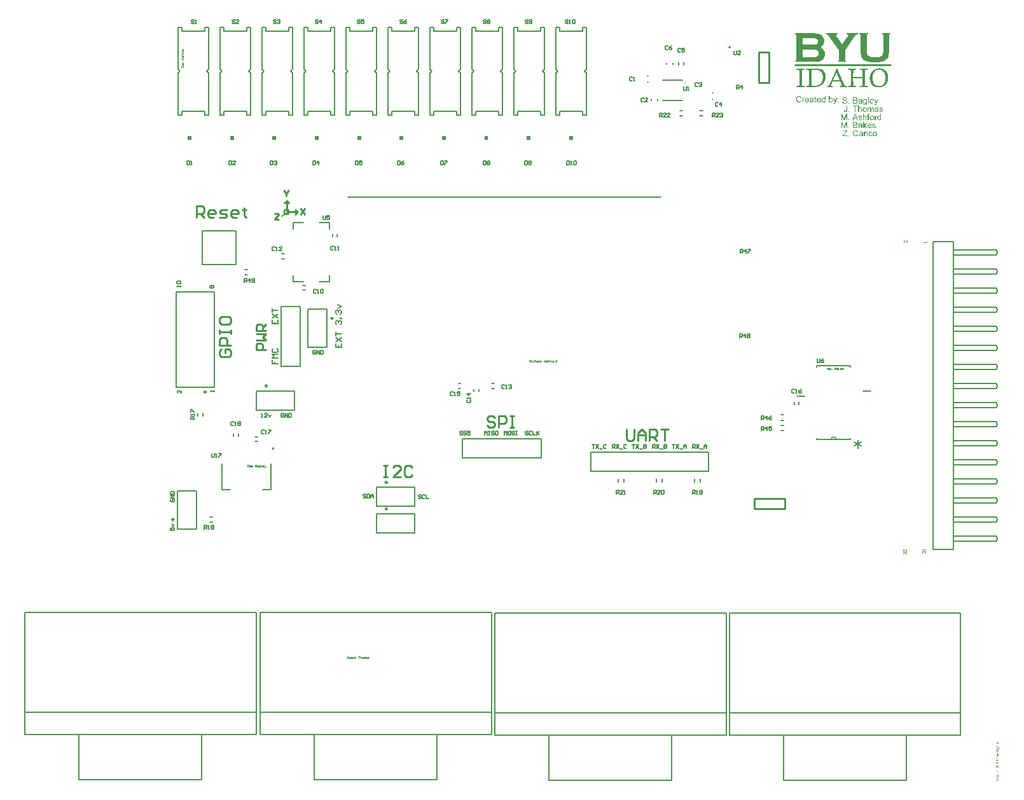
<source format=gto>
G04*
G04 #@! TF.GenerationSoftware,Altium Limited,Altium Designer,20.0.10 (225)*
G04*
G04 Layer_Color=65535*
%FSLAX25Y25*%
%MOIN*%
G70*
G01*
G75*
%ADD10C,0.00787*%
%ADD11C,0.00600*%
%ADD12C,0.01000*%
%ADD13C,0.00984*%
%ADD14C,0.00500*%
%ADD15C,0.00200*%
%ADD16C,0.00781*%
%ADD17C,0.00400*%
%ADD18C,0.00300*%
G36*
X87916Y339884D02*
X89884D01*
Y337916D01*
X87916D01*
Y339884D01*
D02*
G37*
G36*
X110127D02*
X112095D01*
Y337916D01*
X110127D01*
Y339884D01*
D02*
G37*
G36*
X140456Y309597D02*
D01*
D02*
G37*
G36*
X132338Y339884D02*
X134307D01*
Y337916D01*
X132338D01*
Y339884D01*
D02*
G37*
G36*
X154549D02*
X156518D01*
Y337916D01*
X154549D01*
Y339884D01*
D02*
G37*
G36*
X176760D02*
X178729D01*
Y337916D01*
X176760D01*
Y339884D01*
D02*
G37*
G36*
X198971D02*
X200940D01*
Y337916D01*
X198971D01*
Y339884D01*
D02*
G37*
G36*
X221182D02*
X223151D01*
Y337916D01*
X221182D01*
Y339884D01*
D02*
G37*
G36*
X243393D02*
X245362D01*
Y337916D01*
X243393D01*
Y339884D01*
D02*
G37*
G36*
X265605D02*
X267573D01*
Y337916D01*
X265605D01*
Y339884D01*
D02*
G37*
G36*
X287816D02*
X289784D01*
Y337916D01*
X287816D01*
Y339884D01*
D02*
G37*
G36*
X512990Y22278D02*
X512988Y22275D01*
X512979Y22273D01*
X512967Y22268D01*
X512949Y22261D01*
X512928Y22254D01*
X512902Y22250D01*
X512875Y22245D01*
X512845Y22241D01*
Y22238D01*
X512849Y22236D01*
X512861Y22222D01*
X512877Y22201D01*
X512898Y22174D01*
X512919Y22139D01*
X512942Y22104D01*
X512963Y22067D01*
X512979Y22028D01*
X512981Y22024D01*
X512983Y22010D01*
X512990Y21989D01*
X512997Y21963D01*
X513004Y21931D01*
X513009Y21894D01*
X513013Y21853D01*
X513016Y21811D01*
Y21792D01*
X513013Y21779D01*
Y21763D01*
X513011Y21744D01*
X513004Y21702D01*
X512993Y21656D01*
X512977Y21605D01*
X512953Y21559D01*
X512923Y21518D01*
X512919Y21513D01*
X512907Y21501D01*
X512886Y21485D01*
X512859Y21467D01*
X512824Y21448D01*
X512785Y21432D01*
X512736Y21421D01*
X512713Y21418D01*
X512685Y21416D01*
X512681D01*
X512672D01*
X512655Y21418D01*
X512635Y21421D01*
X512609Y21425D01*
X512584Y21432D01*
X512556Y21441D01*
X512531Y21453D01*
X512528Y21455D01*
X512519Y21460D01*
X512505Y21469D01*
X512489Y21481D01*
X512471Y21495D01*
X512452Y21513D01*
X512434Y21531D01*
X512417Y21555D01*
X512415Y21557D01*
X512410Y21566D01*
X512401Y21578D01*
X512392Y21596D01*
X512383Y21617D01*
X512371Y21642D01*
X512362Y21668D01*
X512353Y21698D01*
Y21700D01*
X512351Y21709D01*
X512346Y21723D01*
X512344Y21742D01*
X512339Y21765D01*
X512334Y21795D01*
X512327Y21829D01*
X512323Y21871D01*
Y21873D01*
X512320Y21883D01*
Y21894D01*
X512318Y21910D01*
X512316Y21929D01*
X512311Y21952D01*
X512309Y21977D01*
X512304Y22005D01*
X512293Y22061D01*
X512281Y22120D01*
X512267Y22174D01*
X512260Y22199D01*
X512253Y22222D01*
X512251D01*
X512247D01*
X512233Y22224D01*
X512217D01*
X512207D01*
X512203D01*
X512200D01*
X512198D01*
X512184D01*
X512161Y22222D01*
X512136Y22218D01*
X512108Y22211D01*
X512080Y22199D01*
X512055Y22185D01*
X512034Y22167D01*
X512032Y22164D01*
X512022Y22153D01*
X512013Y22134D01*
X511999Y22111D01*
X511988Y22079D01*
X511976Y22042D01*
X511969Y21996D01*
X511967Y21943D01*
Y21920D01*
X511969Y21896D01*
X511974Y21864D01*
X511978Y21832D01*
X511988Y21797D01*
X511999Y21765D01*
X512015Y21737D01*
X512018Y21735D01*
X512025Y21725D01*
X512036Y21714D01*
X512055Y21700D01*
X512078Y21686D01*
X512108Y21670D01*
X512145Y21656D01*
X512186Y21642D01*
X512161Y21451D01*
X512159D01*
X512156Y21453D01*
X512149D01*
X512140Y21455D01*
X512119Y21462D01*
X512089Y21471D01*
X512059Y21483D01*
X512027Y21497D01*
X511995Y21515D01*
X511965Y21536D01*
X511962Y21538D01*
X511953Y21548D01*
X511939Y21562D01*
X511921Y21580D01*
X511902Y21605D01*
X511884Y21635D01*
X511863Y21670D01*
X511847Y21709D01*
Y21712D01*
X511845Y21714D01*
X511842Y21721D01*
X511840Y21730D01*
X511833Y21753D01*
X511826Y21786D01*
X511819Y21823D01*
X511812Y21869D01*
X511808Y21917D01*
X511805Y21973D01*
Y21998D01*
X511808Y22024D01*
X511810Y22058D01*
X511814Y22097D01*
X511822Y22137D01*
X511831Y22176D01*
X511842Y22213D01*
X511845Y22218D01*
X511849Y22229D01*
X511856Y22245D01*
X511865Y22266D01*
X511879Y22289D01*
X511893Y22312D01*
X511911Y22333D01*
X511930Y22352D01*
X511932Y22354D01*
X511939Y22358D01*
X511951Y22365D01*
X511965Y22375D01*
X511985Y22386D01*
X512006Y22395D01*
X512032Y22405D01*
X512062Y22412D01*
X512064D01*
X512071Y22414D01*
X512085Y22416D01*
X512103Y22419D01*
X512129D01*
X512159Y22421D01*
X512198Y22423D01*
X512242D01*
X512505D01*
X512507D01*
X512517D01*
X512531D01*
X512549D01*
X512570D01*
X512595D01*
X512651Y22425D01*
X512709D01*
X512766Y22428D01*
X512792Y22430D01*
X512815D01*
X512836Y22432D01*
X512852Y22435D01*
X512854D01*
X512863Y22437D01*
X512877Y22439D01*
X512896Y22446D01*
X512916Y22451D01*
X512940Y22460D01*
X512965Y22472D01*
X512990Y22483D01*
Y22278D01*
D02*
G37*
G36*
Y20984D02*
X512256D01*
X512253D01*
X512249D01*
X512242D01*
X512233D01*
X512207Y20982D01*
X512175Y20977D01*
X512140Y20968D01*
X512106Y20956D01*
X512071Y20940D01*
X512043Y20919D01*
X512041Y20917D01*
X512032Y20908D01*
X512020Y20894D01*
X512009Y20873D01*
X511995Y20848D01*
X511985Y20818D01*
X511976Y20781D01*
X511974Y20739D01*
Y20725D01*
X511976Y20709D01*
X511978Y20686D01*
X511985Y20663D01*
X511992Y20635D01*
X512004Y20607D01*
X512020Y20577D01*
X512022Y20575D01*
X512029Y20566D01*
X512039Y20552D01*
X512052Y20536D01*
X512071Y20517D01*
X512092Y20499D01*
X512117Y20483D01*
X512145Y20469D01*
X512149Y20467D01*
X512159Y20464D01*
X512177Y20460D01*
X512200Y20453D01*
X512230Y20446D01*
X512267Y20441D01*
X512309Y20439D01*
X512357Y20437D01*
X512990D01*
Y20240D01*
X511392D01*
Y20437D01*
X511965D01*
X511962Y20439D01*
X511958Y20444D01*
X511951Y20450D01*
X511939Y20462D01*
X511928Y20473D01*
X511914Y20490D01*
X511900Y20511D01*
X511884Y20531D01*
X511870Y20554D01*
X511856Y20580D01*
X511831Y20640D01*
X511819Y20672D01*
X511812Y20707D01*
X511808Y20744D01*
X511805Y20781D01*
Y20801D01*
X511808Y20827D01*
X511812Y20857D01*
X511817Y20892D01*
X511826Y20929D01*
X511840Y20966D01*
X511856Y21002D01*
X511858Y21007D01*
X511865Y21019D01*
X511877Y21035D01*
X511893Y21056D01*
X511914Y21076D01*
X511937Y21100D01*
X511965Y21120D01*
X511997Y21139D01*
X512002Y21141D01*
X512013Y21146D01*
X512034Y21153D01*
X512064Y21160D01*
X512101Y21167D01*
X512145Y21173D01*
X512198Y21178D01*
X512258Y21180D01*
X512990D01*
Y20984D01*
D02*
G37*
G36*
X512450Y20000D02*
X512468D01*
X512510Y19995D01*
X512561Y19986D01*
X512614Y19974D01*
X512669Y19958D01*
X512725Y19938D01*
X512727D01*
X512732Y19935D01*
X512739Y19931D01*
X512748Y19926D01*
X512773Y19910D01*
X512806Y19889D01*
X512840Y19864D01*
X512875Y19831D01*
X512910Y19794D01*
X512942Y19750D01*
Y19748D01*
X512944Y19746D01*
X512949Y19739D01*
X512953Y19730D01*
X512965Y19707D01*
X512979Y19674D01*
X512993Y19635D01*
X513004Y19593D01*
X513013Y19545D01*
X513016Y19496D01*
Y19480D01*
X513013Y19462D01*
X513011Y19439D01*
X513006Y19411D01*
X513000Y19381D01*
X512990Y19351D01*
X512977Y19321D01*
X512974Y19319D01*
X512969Y19307D01*
X512960Y19293D01*
X512946Y19275D01*
X512933Y19256D01*
X512914Y19233D01*
X512893Y19212D01*
X512870Y19194D01*
X513434D01*
Y18997D01*
X511831D01*
Y19175D01*
X511983D01*
X511978Y19178D01*
X511969Y19187D01*
X511953Y19198D01*
X511935Y19217D01*
X511911Y19238D01*
X511891Y19261D01*
X511870Y19288D01*
X511852Y19316D01*
X511849Y19321D01*
X511845Y19330D01*
X511838Y19349D01*
X511828Y19372D01*
X511819Y19399D01*
X511812Y19432D01*
X511808Y19469D01*
X511805Y19510D01*
Y19536D01*
X511808Y19547D01*
X511810Y19563D01*
X511814Y19598D01*
X511824Y19640D01*
X511838Y19683D01*
X511858Y19727D01*
X511884Y19771D01*
Y19774D01*
X511889Y19776D01*
X511898Y19790D01*
X511916Y19811D01*
X511939Y19836D01*
X511969Y19864D01*
X512006Y19891D01*
X512050Y19919D01*
X512099Y19942D01*
X512101D01*
X512106Y19944D01*
X512113Y19947D01*
X512122Y19951D01*
X512136Y19956D01*
X512152Y19961D01*
X512189Y19972D01*
X512235Y19984D01*
X512286Y19993D01*
X512344Y20000D01*
X512404Y20002D01*
X512406D01*
X512410D01*
X512420D01*
X512434D01*
X512450Y20000D01*
D02*
G37*
G36*
X512990Y18496D02*
X511392D01*
Y18692D01*
X512990D01*
Y18496D01*
D02*
G37*
G36*
Y18115D02*
X512505Y17928D01*
Y17258D01*
X512990Y17085D01*
Y16861D01*
X511392Y17470D01*
Y17702D01*
X512990Y18355D01*
Y18115D01*
D02*
G37*
G36*
X512510Y16188D02*
X512314D01*
Y16796D01*
X512510D01*
Y16188D01*
D02*
G37*
G36*
X512461Y16024D02*
Y15158D01*
X512464D01*
X512471D01*
X512480Y15160D01*
X512494D01*
X512510Y15163D01*
X512528Y15167D01*
X512570Y15174D01*
X512616Y15188D01*
X512667Y15207D01*
X512713Y15232D01*
X512755Y15265D01*
Y15267D01*
X512759Y15269D01*
X512771Y15283D01*
X512787Y15304D01*
X512803Y15331D01*
X512822Y15368D01*
X512838Y15410D01*
X512849Y15456D01*
X512852Y15482D01*
X512854Y15509D01*
Y15528D01*
X512852Y15549D01*
X512847Y15574D01*
X512840Y15602D01*
X512831Y15634D01*
X512817Y15664D01*
X512799Y15694D01*
X512796Y15696D01*
X512787Y15708D01*
X512773Y15722D01*
X512755Y15738D01*
X512729Y15756D01*
X512697Y15777D01*
X512660Y15798D01*
X512616Y15817D01*
X512641Y16020D01*
X512644D01*
X512648Y16017D01*
X512658Y16015D01*
X512672Y16011D01*
X512685Y16004D01*
X512704Y15997D01*
X512743Y15978D01*
X512787Y15955D01*
X512833Y15923D01*
X512877Y15886D01*
X512919Y15840D01*
Y15837D01*
X512923Y15833D01*
X512928Y15826D01*
X512935Y15817D01*
X512942Y15803D01*
X512949Y15789D01*
X512958Y15770D01*
X512967Y15750D01*
X512977Y15726D01*
X512986Y15703D01*
X513000Y15646D01*
X513011Y15581D01*
X513016Y15509D01*
Y15484D01*
X513013Y15468D01*
X513011Y15447D01*
X513006Y15421D01*
X513002Y15394D01*
X512997Y15364D01*
X512979Y15299D01*
X512965Y15265D01*
X512951Y15232D01*
X512933Y15198D01*
X512912Y15165D01*
X512889Y15135D01*
X512861Y15105D01*
X512859Y15103D01*
X512854Y15098D01*
X512845Y15091D01*
X512831Y15082D01*
X512815Y15070D01*
X512796Y15059D01*
X512773Y15045D01*
X512748Y15031D01*
X512718Y15017D01*
X512685Y15003D01*
X512648Y14992D01*
X512609Y14980D01*
X512568Y14971D01*
X512521Y14964D01*
X512473Y14960D01*
X512422Y14957D01*
X512420D01*
X512408D01*
X512394D01*
X512373Y14960D01*
X512348Y14962D01*
X512320Y14964D01*
X512288Y14969D01*
X512256Y14976D01*
X512182Y14994D01*
X512145Y15006D01*
X512106Y15020D01*
X512069Y15038D01*
X512034Y15059D01*
X511999Y15082D01*
X511967Y15107D01*
X511965Y15110D01*
X511960Y15114D01*
X511953Y15124D01*
X511942Y15135D01*
X511930Y15149D01*
X511916Y15167D01*
X511900Y15188D01*
X511886Y15214D01*
X511870Y15239D01*
X511856Y15269D01*
X511842Y15301D01*
X511831Y15336D01*
X511819Y15373D01*
X511812Y15412D01*
X511808Y15454D01*
X511805Y15498D01*
Y15521D01*
X511808Y15537D01*
X511810Y15555D01*
X511814Y15579D01*
X511819Y15604D01*
X511826Y15634D01*
X511833Y15662D01*
X511845Y15694D01*
X511856Y15724D01*
X511872Y15756D01*
X511891Y15789D01*
X511911Y15821D01*
X511937Y15851D01*
X511965Y15879D01*
X511967Y15881D01*
X511972Y15886D01*
X511981Y15893D01*
X511995Y15902D01*
X512011Y15914D01*
X512029Y15925D01*
X512052Y15939D01*
X512080Y15953D01*
X512110Y15967D01*
X512143Y15981D01*
X512180Y15992D01*
X512219Y16004D01*
X512263Y16013D01*
X512309Y16020D01*
X512357Y16024D01*
X512410Y16027D01*
X512413D01*
X512422D01*
X512438D01*
X512461Y16024D01*
D02*
G37*
G36*
X512050Y14835D02*
X512048Y14832D01*
X512043Y14823D01*
X512036Y14809D01*
X512029Y14791D01*
X512022Y14770D01*
X512015Y14745D01*
X512011Y14719D01*
X512009Y14694D01*
Y14682D01*
X512011Y14671D01*
X512013Y14655D01*
X512018Y14638D01*
X512025Y14618D01*
X512034Y14597D01*
X512048Y14578D01*
X512050Y14576D01*
X512055Y14569D01*
X512064Y14562D01*
X512076Y14551D01*
X512092Y14539D01*
X512110Y14528D01*
X512131Y14516D01*
X512156Y14507D01*
X512161Y14504D01*
X512175Y14502D01*
X512196Y14498D01*
X512223Y14491D01*
X512258Y14484D01*
X512297Y14479D01*
X512339Y14477D01*
X512385Y14474D01*
X512990D01*
Y14278D01*
X511831D01*
Y14456D01*
X512006D01*
X512004Y14458D01*
X511988Y14468D01*
X511967Y14479D01*
X511942Y14498D01*
X511916Y14516D01*
X511889Y14537D01*
X511865Y14558D01*
X511847Y14578D01*
X511845Y14581D01*
X511840Y14588D01*
X511833Y14602D01*
X511826Y14615D01*
X511819Y14634D01*
X511812Y14657D01*
X511808Y14680D01*
X511805Y14705D01*
Y14722D01*
X511808Y14742D01*
X511812Y14768D01*
X511822Y14798D01*
X511833Y14830D01*
X511849Y14867D01*
X511870Y14906D01*
X512050Y14835D01*
D02*
G37*
G36*
X511891Y14033D02*
X511907Y14031D01*
X511928Y14029D01*
X511951Y14024D01*
X511976Y14019D01*
X512029Y14003D01*
X512057Y13994D01*
X512087Y13980D01*
X512117Y13964D01*
X512145Y13948D01*
X512173Y13927D01*
X512200Y13904D01*
X512203Y13902D01*
X512207Y13897D01*
X512214Y13890D01*
X512221Y13879D01*
X512233Y13865D01*
X512244Y13846D01*
X512258Y13823D01*
X512270Y13798D01*
X512284Y13768D01*
X512297Y13733D01*
X512309Y13696D01*
X512318Y13652D01*
X512327Y13606D01*
X512334Y13555D01*
X512339Y13497D01*
X512341Y13437D01*
Y13028D01*
X512990D01*
Y12816D01*
X511392D01*
Y13472D01*
X511394Y13507D01*
X511396Y13546D01*
X511399Y13587D01*
X511403Y13627D01*
X511408Y13661D01*
Y13666D01*
X511413Y13682D01*
X511417Y13703D01*
X511424Y13731D01*
X511436Y13761D01*
X511449Y13793D01*
X511466Y13828D01*
X511484Y13858D01*
X511486Y13862D01*
X511493Y13871D01*
X511507Y13885D01*
X511523Y13904D01*
X511544Y13925D01*
X511572Y13945D01*
X511602Y13969D01*
X511637Y13987D01*
X511641Y13989D01*
X511653Y13994D01*
X511674Y14003D01*
X511701Y14012D01*
X511734Y14019D01*
X511771Y14029D01*
X511812Y14033D01*
X511856Y14036D01*
X511858D01*
X511865D01*
X511875D01*
X511891Y14033D01*
D02*
G37*
G36*
X512990Y11414D02*
X511741D01*
X511743Y11411D01*
X511752Y11400D01*
X511766Y11386D01*
X511782Y11363D01*
X511803Y11338D01*
X511826Y11305D01*
X511852Y11268D01*
X511877Y11227D01*
Y11224D01*
X511879Y11222D01*
X511889Y11208D01*
X511900Y11185D01*
X511914Y11157D01*
X511930Y11125D01*
X511946Y11090D01*
X511962Y11056D01*
X511976Y11021D01*
X511787D01*
Y11023D01*
X511782Y11028D01*
X511780Y11037D01*
X511773Y11049D01*
X511766Y11063D01*
X511757Y11079D01*
X511734Y11118D01*
X511708Y11164D01*
X511676Y11210D01*
X511639Y11259D01*
X511600Y11307D01*
X511597Y11310D01*
X511595Y11312D01*
X511588Y11319D01*
X511581Y11328D01*
X511558Y11349D01*
X511530Y11377D01*
X511498Y11404D01*
X511461Y11434D01*
X511424Y11460D01*
X511385Y11483D01*
Y11610D01*
X512990D01*
Y11414D01*
D02*
G37*
G36*
Y10360D02*
X512766D01*
Y10584D01*
X512990D01*
Y10360D01*
D02*
G37*
G36*
X512274Y10048D02*
X512302D01*
X512332Y10046D01*
X512364Y10044D01*
X512438Y10037D01*
X512514Y10025D01*
X512588Y10012D01*
X512623Y10002D01*
X512658Y9991D01*
X512660D01*
X512665Y9988D01*
X512674Y9984D01*
X512685Y9979D01*
X512702Y9975D01*
X512718Y9965D01*
X512757Y9947D01*
X512799Y9924D01*
X512845Y9894D01*
X512886Y9859D01*
X512926Y9817D01*
Y9815D01*
X512930Y9813D01*
X512935Y9806D01*
X512940Y9797D01*
X512946Y9785D01*
X512956Y9774D01*
X512972Y9739D01*
X512988Y9697D01*
X513004Y9649D01*
X513013Y9591D01*
X513018Y9529D01*
Y9506D01*
X513016Y9489D01*
X513013Y9471D01*
X513009Y9448D01*
X513004Y9422D01*
X512997Y9395D01*
X512988Y9367D01*
X512979Y9337D01*
X512965Y9307D01*
X512949Y9277D01*
X512930Y9247D01*
X512907Y9217D01*
X512882Y9189D01*
X512854Y9164D01*
X512852Y9161D01*
X512845Y9157D01*
X512833Y9150D01*
X512815Y9138D01*
X512794Y9127D01*
X512766Y9115D01*
X512734Y9099D01*
X512697Y9085D01*
X512655Y9071D01*
X512607Y9058D01*
X512554Y9044D01*
X512494Y9032D01*
X512429Y9020D01*
X512360Y9014D01*
X512284Y9009D01*
X512203Y9007D01*
X512200D01*
X512191D01*
X512175D01*
X512156D01*
X512131Y9009D01*
X512103D01*
X512073Y9011D01*
X512039Y9014D01*
X511967Y9020D01*
X511891Y9032D01*
X511814Y9046D01*
X511780Y9055D01*
X511745Y9064D01*
X511743D01*
X511738Y9067D01*
X511729Y9071D01*
X511718Y9076D01*
X511701Y9081D01*
X511685Y9090D01*
X511646Y9108D01*
X511604Y9131D01*
X511560Y9161D01*
X511517Y9196D01*
X511480Y9238D01*
Y9240D01*
X511475Y9242D01*
X511470Y9249D01*
X511466Y9258D01*
X511456Y9270D01*
X511449Y9284D01*
X511431Y9319D01*
X511415Y9360D01*
X511399Y9409D01*
X511389Y9466D01*
X511385Y9529D01*
Y9550D01*
X511387Y9575D01*
X511392Y9605D01*
X511399Y9640D01*
X511408Y9677D01*
X511419Y9716D01*
X511438Y9753D01*
Y9755D01*
X511440Y9757D01*
X511447Y9769D01*
X511459Y9787D01*
X511475Y9811D01*
X511498Y9836D01*
X511523Y9864D01*
X511553Y9889D01*
X511588Y9915D01*
X511593Y9917D01*
X511604Y9926D01*
X511625Y9935D01*
X511655Y9951D01*
X511690Y9965D01*
X511729Y9984D01*
X511775Y10000D01*
X511826Y10014D01*
X511828D01*
X511833Y10016D01*
X511840Y10018D01*
X511852Y10021D01*
X511865Y10023D01*
X511881Y10025D01*
X511902Y10030D01*
X511925Y10032D01*
X511951Y10037D01*
X511978Y10039D01*
X512011Y10041D01*
X512043Y10046D01*
X512080Y10048D01*
X512117D01*
X512159Y10051D01*
X512203D01*
X512205D01*
X512214D01*
X512230D01*
X512249D01*
X512274Y10048D01*
D02*
G37*
G36*
X512990Y8496D02*
X512766D01*
Y8720D01*
X512990D01*
Y8496D01*
D02*
G37*
G36*
X512274Y8184D02*
X512302D01*
X512332Y8182D01*
X512364Y8180D01*
X512438Y8173D01*
X512514Y8161D01*
X512588Y8147D01*
X512623Y8138D01*
X512658Y8127D01*
X512660D01*
X512665Y8124D01*
X512674Y8120D01*
X512685Y8115D01*
X512702Y8110D01*
X512718Y8101D01*
X512757Y8083D01*
X512799Y8060D01*
X512845Y8029D01*
X512886Y7995D01*
X512926Y7953D01*
Y7951D01*
X512930Y7949D01*
X512935Y7942D01*
X512940Y7932D01*
X512946Y7921D01*
X512956Y7909D01*
X512972Y7875D01*
X512988Y7833D01*
X513004Y7785D01*
X513013Y7727D01*
X513018Y7665D01*
Y7642D01*
X513016Y7625D01*
X513013Y7607D01*
X513009Y7584D01*
X513004Y7558D01*
X512997Y7531D01*
X512988Y7503D01*
X512979Y7473D01*
X512965Y7443D01*
X512949Y7413D01*
X512930Y7383D01*
X512907Y7353D01*
X512882Y7325D01*
X512854Y7300D01*
X512852Y7297D01*
X512845Y7293D01*
X512833Y7286D01*
X512815Y7274D01*
X512794Y7263D01*
X512766Y7251D01*
X512734Y7235D01*
X512697Y7221D01*
X512655Y7207D01*
X512607Y7193D01*
X512554Y7180D01*
X512494Y7168D01*
X512429Y7156D01*
X512360Y7149D01*
X512284Y7145D01*
X512203Y7142D01*
X512200D01*
X512191D01*
X512175D01*
X512156D01*
X512131Y7145D01*
X512103D01*
X512073Y7147D01*
X512039Y7149D01*
X511967Y7156D01*
X511891Y7168D01*
X511814Y7182D01*
X511780Y7191D01*
X511745Y7200D01*
X511743D01*
X511738Y7203D01*
X511729Y7207D01*
X511718Y7212D01*
X511701Y7216D01*
X511685Y7226D01*
X511646Y7244D01*
X511604Y7267D01*
X511560Y7297D01*
X511517Y7332D01*
X511480Y7373D01*
Y7376D01*
X511475Y7378D01*
X511470Y7385D01*
X511466Y7394D01*
X511456Y7406D01*
X511449Y7420D01*
X511431Y7454D01*
X511415Y7496D01*
X511399Y7544D01*
X511389Y7602D01*
X511385Y7665D01*
Y7685D01*
X511387Y7711D01*
X511392Y7741D01*
X511399Y7775D01*
X511408Y7812D01*
X511419Y7852D01*
X511438Y7889D01*
Y7891D01*
X511440Y7893D01*
X511447Y7905D01*
X511459Y7923D01*
X511475Y7946D01*
X511498Y7972D01*
X511523Y7999D01*
X511553Y8025D01*
X511588Y8050D01*
X511593Y8053D01*
X511604Y8062D01*
X511625Y8071D01*
X511655Y8087D01*
X511690Y8101D01*
X511729Y8120D01*
X511775Y8136D01*
X511826Y8150D01*
X511828D01*
X511833Y8152D01*
X511840Y8154D01*
X511852Y8157D01*
X511865Y8159D01*
X511881Y8161D01*
X511902Y8166D01*
X511925Y8168D01*
X511951Y8173D01*
X511978Y8175D01*
X512011Y8177D01*
X512043Y8182D01*
X512080Y8184D01*
X512117D01*
X512159Y8187D01*
X512203D01*
X512205D01*
X512214D01*
X512230D01*
X512249D01*
X512274Y8184D01*
D02*
G37*
G36*
X512990Y6011D02*
X512766D01*
Y6235D01*
X512990D01*
Y6011D01*
D02*
G37*
G36*
Y5338D02*
Y5151D01*
X511831Y4715D01*
Y4923D01*
X512526Y5172D01*
X512528D01*
X512531Y5174D01*
X512538Y5177D01*
X512544Y5179D01*
X512568Y5186D01*
X512598Y5195D01*
X512632Y5207D01*
X512672Y5221D01*
X512715Y5232D01*
X512759Y5246D01*
X512755Y5248D01*
X512743Y5251D01*
X512725Y5257D01*
X512697Y5265D01*
X512667Y5276D01*
X512628Y5288D01*
X512586Y5304D01*
X512540Y5320D01*
X511831Y5576D01*
Y5780D01*
X512990Y5338D01*
D02*
G37*
G36*
X512461Y4595D02*
Y3728D01*
X512464D01*
X512471D01*
X512480Y3731D01*
X512494D01*
X512510Y3733D01*
X512528Y3738D01*
X512570Y3745D01*
X512616Y3758D01*
X512667Y3777D01*
X512713Y3802D01*
X512755Y3835D01*
Y3837D01*
X512759Y3839D01*
X512771Y3853D01*
X512787Y3874D01*
X512803Y3902D01*
X512822Y3938D01*
X512838Y3980D01*
X512849Y4026D01*
X512852Y4052D01*
X512854Y4079D01*
Y4098D01*
X512852Y4119D01*
X512847Y4144D01*
X512840Y4172D01*
X512831Y4204D01*
X512817Y4234D01*
X512799Y4264D01*
X512796Y4267D01*
X512787Y4278D01*
X512773Y4292D01*
X512755Y4308D01*
X512729Y4327D01*
X512697Y4347D01*
X512660Y4368D01*
X512616Y4387D01*
X512641Y4590D01*
X512644D01*
X512648Y4588D01*
X512658Y4585D01*
X512672Y4581D01*
X512685Y4574D01*
X512704Y4567D01*
X512743Y4548D01*
X512787Y4525D01*
X512833Y4493D01*
X512877Y4456D01*
X512919Y4410D01*
Y4408D01*
X512923Y4403D01*
X512928Y4396D01*
X512935Y4387D01*
X512942Y4373D01*
X512949Y4359D01*
X512958Y4341D01*
X512967Y4320D01*
X512977Y4297D01*
X512986Y4273D01*
X513000Y4216D01*
X513011Y4151D01*
X513016Y4079D01*
Y4054D01*
X513013Y4038D01*
X513011Y4017D01*
X513006Y3992D01*
X513002Y3964D01*
X512997Y3934D01*
X512979Y3869D01*
X512965Y3835D01*
X512951Y3802D01*
X512933Y3768D01*
X512912Y3735D01*
X512889Y3705D01*
X512861Y3675D01*
X512859Y3673D01*
X512854Y3668D01*
X512845Y3661D01*
X512831Y3652D01*
X512815Y3641D01*
X512796Y3629D01*
X512773Y3615D01*
X512748Y3601D01*
X512718Y3587D01*
X512685Y3574D01*
X512648Y3562D01*
X512609Y3551D01*
X512568Y3541D01*
X512521Y3534D01*
X512473Y3530D01*
X512422Y3527D01*
X512420D01*
X512408D01*
X512394D01*
X512373Y3530D01*
X512348Y3532D01*
X512320Y3534D01*
X512288Y3539D01*
X512256Y3546D01*
X512182Y3564D01*
X512145Y3576D01*
X512106Y3590D01*
X512069Y3608D01*
X512034Y3629D01*
X511999Y3652D01*
X511967Y3678D01*
X511965Y3680D01*
X511960Y3684D01*
X511953Y3694D01*
X511942Y3705D01*
X511930Y3719D01*
X511916Y3738D01*
X511900Y3758D01*
X511886Y3784D01*
X511870Y3809D01*
X511856Y3839D01*
X511842Y3872D01*
X511831Y3906D01*
X511819Y3943D01*
X511812Y3982D01*
X511808Y4024D01*
X511805Y4068D01*
Y4091D01*
X511808Y4107D01*
X511810Y4126D01*
X511814Y4149D01*
X511819Y4174D01*
X511826Y4204D01*
X511833Y4232D01*
X511845Y4264D01*
X511856Y4294D01*
X511872Y4327D01*
X511891Y4359D01*
X511911Y4391D01*
X511937Y4421D01*
X511965Y4449D01*
X511967Y4451D01*
X511972Y4456D01*
X511981Y4463D01*
X511995Y4472D01*
X512011Y4484D01*
X512029Y4495D01*
X512052Y4509D01*
X512080Y4523D01*
X512110Y4537D01*
X512143Y4551D01*
X512180Y4562D01*
X512219Y4574D01*
X512263Y4583D01*
X512309Y4590D01*
X512357Y4595D01*
X512410Y4597D01*
X512413D01*
X512422D01*
X512438D01*
X512461Y4595D01*
D02*
G37*
G36*
X512990Y3151D02*
X512658Y2941D01*
X512655D01*
X512651Y2936D01*
X512644Y2931D01*
X512635Y2924D01*
X512609Y2908D01*
X512577Y2888D01*
X512542Y2862D01*
X512505Y2837D01*
X512471Y2811D01*
X512438Y2788D01*
X512436Y2786D01*
X512427Y2779D01*
X512413Y2767D01*
X512397Y2751D01*
X512362Y2716D01*
X512346Y2698D01*
X512332Y2680D01*
X512330Y2677D01*
X512327Y2673D01*
X512323Y2663D01*
X512316Y2650D01*
X512309Y2636D01*
X512302Y2620D01*
X512290Y2583D01*
Y2580D01*
X512288Y2576D01*
Y2566D01*
X512286Y2555D01*
X512284Y2539D01*
Y2520D01*
X512281Y2495D01*
Y2222D01*
X512990D01*
Y2010D01*
X511392D01*
Y2751D01*
X511394Y2770D01*
Y2791D01*
X511396Y2839D01*
X511403Y2890D01*
X511410Y2945D01*
X511422Y2996D01*
X511429Y3022D01*
X511436Y3042D01*
Y3045D01*
X511438Y3047D01*
X511445Y3061D01*
X511454Y3081D01*
X511470Y3107D01*
X511491Y3135D01*
X511519Y3165D01*
X511551Y3192D01*
X511588Y3220D01*
X511590D01*
X511593Y3222D01*
X511607Y3232D01*
X511630Y3241D01*
X511660Y3255D01*
X511694Y3266D01*
X511736Y3278D01*
X511780Y3285D01*
X511828Y3287D01*
X511831D01*
X511835D01*
X511845D01*
X511856Y3285D01*
X511872D01*
X511889Y3283D01*
X511928Y3273D01*
X511974Y3259D01*
X512022Y3241D01*
X512071Y3213D01*
X512094Y3195D01*
X512117Y3176D01*
X512119Y3174D01*
X512122Y3172D01*
X512129Y3165D01*
X512136Y3155D01*
X512145Y3144D01*
X512154Y3130D01*
X512166Y3112D01*
X512180Y3093D01*
X512191Y3070D01*
X512203Y3045D01*
X512217Y3017D01*
X512228Y2987D01*
X512237Y2952D01*
X512249Y2918D01*
X512256Y2878D01*
X512263Y2837D01*
X512265Y2841D01*
X512270Y2850D01*
X512279Y2864D01*
X512288Y2883D01*
X512314Y2924D01*
X512330Y2945D01*
X512344Y2964D01*
X512348Y2968D01*
X512360Y2980D01*
X512378Y2998D01*
X512401Y3022D01*
X512434Y3047D01*
X512468Y3077D01*
X512510Y3107D01*
X512556Y3139D01*
X512990Y3414D01*
Y3151D01*
D02*
G37*
G36*
X446780Y355103D02*
X446812D01*
X446844Y355099D01*
X446923Y355085D01*
X447006Y355062D01*
X447094Y355025D01*
X447182Y354979D01*
X447256Y354914D01*
X447265Y354905D01*
X447283Y354877D01*
X447316Y354835D01*
X447330Y354803D01*
X447348Y354771D01*
X447366Y354729D01*
X447380Y354688D01*
X447399Y354641D01*
X447413Y354586D01*
X447422Y354530D01*
X447431Y354466D01*
X447440Y354401D01*
Y354327D01*
Y352738D01*
X447048D01*
Y354193D01*
Y354198D01*
Y354202D01*
Y354230D01*
Y354272D01*
X447043Y354323D01*
X447038Y354378D01*
X447034Y354433D01*
X447024Y354489D01*
X447011Y354530D01*
Y354535D01*
X447001Y354549D01*
X446992Y354567D01*
X446978Y354591D01*
X446960Y354618D01*
X446937Y354646D01*
X446909Y354674D01*
X446872Y354701D01*
X446868Y354706D01*
X446854Y354711D01*
X446835Y354720D01*
X446803Y354734D01*
X446770Y354748D01*
X446729Y354757D01*
X446687Y354761D01*
X446636Y354766D01*
X446613D01*
X446595Y354761D01*
X446549Y354757D01*
X446493Y354748D01*
X446429Y354725D01*
X446359Y354697D01*
X446290Y354655D01*
X446225Y354600D01*
X446221Y354591D01*
X446202Y354567D01*
X446174Y354530D01*
X446147Y354475D01*
X446114Y354401D01*
X446091Y354313D01*
X446073Y354207D01*
X446064Y354082D01*
Y352738D01*
X445671D01*
Y354239D01*
Y354244D01*
Y354253D01*
Y354262D01*
Y354281D01*
X445666Y354332D01*
X445657Y354387D01*
X445648Y354452D01*
X445629Y354517D01*
X445606Y354577D01*
X445574Y354632D01*
X445569Y354637D01*
X445555Y354655D01*
X445532Y354674D01*
X445500Y354701D01*
X445458Y354725D01*
X445403Y354748D01*
X445338Y354761D01*
X445260Y354766D01*
X445232D01*
X445200Y354761D01*
X445163Y354757D01*
X445117Y354743D01*
X445061Y354729D01*
X445010Y354706D01*
X444955Y354678D01*
X444950Y354674D01*
X444932Y354660D01*
X444909Y354641D01*
X444876Y354614D01*
X444844Y354577D01*
X444812Y354530D01*
X444779Y354480D01*
X444752Y354419D01*
X444747Y354410D01*
X444742Y354387D01*
X444733Y354350D01*
X444719Y354299D01*
X444705Y354230D01*
X444696Y354147D01*
X444691Y354050D01*
X444687Y353939D01*
Y352738D01*
X444294D01*
Y355057D01*
X444645D01*
Y354725D01*
X444650Y354734D01*
X444664Y354752D01*
X444691Y354784D01*
X444724Y354821D01*
X444765Y354868D01*
X444816Y354914D01*
X444872Y354960D01*
X444936Y355002D01*
X444945Y355006D01*
X444969Y355020D01*
X445006Y355034D01*
X445056Y355057D01*
X445117Y355076D01*
X445186Y355089D01*
X445264Y355103D01*
X445347Y355108D01*
X445389D01*
X445440Y355103D01*
X445495Y355094D01*
X445565Y355080D01*
X445634Y355062D01*
X445703Y355034D01*
X445768Y354997D01*
X445777Y354992D01*
X445796Y354979D01*
X445823Y354956D01*
X445860Y354919D01*
X445897Y354877D01*
X445939Y354826D01*
X445976Y354766D01*
X446003Y354697D01*
X446008Y354701D01*
X446017Y354715D01*
X446031Y354734D01*
X446054Y354761D01*
X446082Y354794D01*
X446114Y354826D01*
X446151Y354863D01*
X446198Y354905D01*
X446248Y354942D01*
X446299Y354979D01*
X446359Y355011D01*
X446424Y355043D01*
X446493Y355071D01*
X446567Y355089D01*
X446641Y355103D01*
X446724Y355108D01*
X446757D01*
X446780Y355103D01*
D02*
G37*
G36*
X451363D02*
X451432Y355099D01*
X451506Y355089D01*
X451584Y355071D01*
X451668Y355052D01*
X451746Y355025D01*
X451751D01*
X451755Y355020D01*
X451779Y355011D01*
X451816Y354992D01*
X451862Y354969D01*
X451912Y354937D01*
X451963Y354900D01*
X452009Y354858D01*
X452051Y354812D01*
X452056Y354808D01*
X452065Y354789D01*
X452083Y354757D01*
X452107Y354720D01*
X452130Y354664D01*
X452153Y354604D01*
X452171Y354535D01*
X452190Y354456D01*
X451806Y354406D01*
Y354415D01*
X451802Y354433D01*
X451792Y354466D01*
X451779Y354507D01*
X451755Y354549D01*
X451728Y354595D01*
X451695Y354641D01*
X451649Y354683D01*
X451645Y354688D01*
X451626Y354697D01*
X451598Y354715D01*
X451557Y354734D01*
X451511Y354752D01*
X451450Y354771D01*
X451377Y354780D01*
X451298Y354784D01*
X451252D01*
X451206Y354780D01*
X451146Y354775D01*
X451086Y354761D01*
X451021Y354748D01*
X450961Y354725D01*
X450910Y354692D01*
X450905Y354688D01*
X450891Y354678D01*
X450873Y354660D01*
X450854Y354632D01*
X450831Y354604D01*
X450813Y354567D01*
X450799Y354526D01*
X450795Y354484D01*
Y354480D01*
Y354470D01*
X450799Y354456D01*
Y354438D01*
X450813Y354392D01*
X450841Y354346D01*
X450845Y354341D01*
X450850Y354336D01*
X450859Y354323D01*
X450878Y354309D01*
X450896Y354295D01*
X450924Y354276D01*
X450956Y354262D01*
X450993Y354244D01*
X450998D01*
X451007Y354239D01*
X451025Y354235D01*
X451058Y354221D01*
X451104Y354207D01*
X451164Y354193D01*
X451201Y354179D01*
X451243Y354170D01*
X451289Y354156D01*
X451340Y354142D01*
X451344D01*
X451358Y354138D01*
X451381Y354133D01*
X451409Y354124D01*
X451441Y354115D01*
X451483Y354105D01*
X451571Y354078D01*
X451668Y354050D01*
X451765Y354018D01*
X451852Y353985D01*
X451889Y353971D01*
X451922Y353958D01*
X451931Y353953D01*
X451950Y353944D01*
X451977Y353930D01*
X452019Y353907D01*
X452060Y353879D01*
X452102Y353842D01*
X452143Y353801D01*
X452180Y353754D01*
X452185Y353750D01*
X452194Y353731D01*
X452213Y353703D01*
X452231Y353662D01*
X452245Y353611D01*
X452264Y353556D01*
X452273Y353491D01*
X452278Y353417D01*
Y353408D01*
Y353385D01*
X452273Y353348D01*
X452264Y353297D01*
X452250Y353241D01*
X452227Y353181D01*
X452199Y353112D01*
X452162Y353047D01*
X452157Y353038D01*
X452139Y353020D01*
X452116Y352987D01*
X452079Y352950D01*
X452028Y352909D01*
X451973Y352863D01*
X451908Y352821D01*
X451829Y352779D01*
X451825D01*
X451820Y352775D01*
X451792Y352766D01*
X451746Y352752D01*
X451686Y352733D01*
X451612Y352715D01*
X451529Y352701D01*
X451441Y352692D01*
X451340Y352687D01*
X451298D01*
X451266Y352692D01*
X451229D01*
X451183Y352696D01*
X451136Y352701D01*
X451086Y352710D01*
X450975Y352733D01*
X450859Y352766D01*
X450748Y352812D01*
X450697Y352839D01*
X450651Y352872D01*
X450647Y352876D01*
X450642Y352881D01*
X450614Y352909D01*
X450573Y352950D01*
X450527Y353015D01*
X450476Y353094D01*
X450425Y353186D01*
X450383Y353302D01*
X450351Y353431D01*
X450739Y353491D01*
Y353486D01*
Y353482D01*
X450748Y353454D01*
X450758Y353408D01*
X450776Y353357D01*
X450799Y353302D01*
X450827Y353241D01*
X450868Y353181D01*
X450919Y353131D01*
X450928Y353126D01*
X450947Y353112D01*
X450984Y353094D01*
X451030Y353070D01*
X451090Y353047D01*
X451159Y353029D01*
X451243Y353015D01*
X451340Y353010D01*
X451386D01*
X451432Y353015D01*
X451492Y353024D01*
X451557Y353038D01*
X451626Y353057D01*
X451686Y353080D01*
X451742Y353117D01*
X451746Y353121D01*
X451765Y353135D01*
X451783Y353158D01*
X451811Y353191D01*
X451834Y353228D01*
X451857Y353274D01*
X451871Y353320D01*
X451875Y353375D01*
Y353380D01*
Y353398D01*
X451871Y353422D01*
X451862Y353454D01*
X451848Y353486D01*
X451825Y353519D01*
X451797Y353556D01*
X451755Y353583D01*
X451751Y353588D01*
X451737Y353593D01*
X451714Y353606D01*
X451677Y353620D01*
X451621Y353639D01*
X451589Y353653D01*
X451552Y353662D01*
X451511Y353676D01*
X451464Y353690D01*
X451413Y353703D01*
X451354Y353717D01*
X451349D01*
X451335Y353722D01*
X451312Y353727D01*
X451284Y353736D01*
X451247Y353745D01*
X451206Y353759D01*
X451118Y353782D01*
X451016Y353814D01*
X450919Y353842D01*
X450827Y353874D01*
X450785Y353893D01*
X450753Y353907D01*
X450744Y353911D01*
X450725Y353921D01*
X450697Y353939D01*
X450661Y353962D01*
X450619Y353994D01*
X450577Y354031D01*
X450536Y354073D01*
X450499Y354124D01*
X450494Y354129D01*
X450485Y354147D01*
X450471Y354179D01*
X450457Y354216D01*
X450443Y354262D01*
X450429Y354318D01*
X450420Y354373D01*
X450416Y354438D01*
Y354447D01*
Y354466D01*
X450420Y354493D01*
X450425Y354535D01*
X450434Y354577D01*
X450443Y354627D01*
X450462Y354674D01*
X450485Y354725D01*
X450490Y354729D01*
X450499Y354748D01*
X450513Y354771D01*
X450536Y354803D01*
X450563Y354835D01*
X450596Y354877D01*
X450633Y354914D01*
X450679Y354946D01*
X450684Y354951D01*
X450697Y354956D01*
X450716Y354969D01*
X450744Y354983D01*
X450781Y355002D01*
X450822Y355020D01*
X450873Y355039D01*
X450928Y355057D01*
X450938Y355062D01*
X450956Y355066D01*
X450988Y355076D01*
X451030Y355085D01*
X451081Y355094D01*
X451136Y355099D01*
X451201Y355108D01*
X451312D01*
X451363Y355103D01*
D02*
G37*
G36*
X433469Y353754D02*
Y353750D01*
Y353736D01*
Y353717D01*
Y353690D01*
X433465Y353653D01*
Y353616D01*
X433456Y353528D01*
X433446Y353426D01*
X433428Y353320D01*
X433400Y353223D01*
X433368Y353131D01*
Y353126D01*
X433363Y353121D01*
X433349Y353094D01*
X433326Y353057D01*
X433294Y353006D01*
X433248Y352955D01*
X433197Y352900D01*
X433132Y352844D01*
X433058Y352798D01*
X433049Y352793D01*
X433021Y352779D01*
X432980Y352761D01*
X432920Y352743D01*
X432846Y352719D01*
X432763Y352701D01*
X432670Y352687D01*
X432569Y352682D01*
X432527D01*
X432499Y352687D01*
X432462Y352692D01*
X432425Y352696D01*
X432328Y352715D01*
X432227Y352743D01*
X432120Y352784D01*
X432065Y352812D01*
X432014Y352844D01*
X431968Y352881D01*
X431922Y352923D01*
X431917Y352927D01*
X431913Y352932D01*
X431903Y352950D01*
X431889Y352969D01*
X431871Y352992D01*
X431852Y353024D01*
X431834Y353061D01*
X431811Y353103D01*
X431792Y353149D01*
X431774Y353204D01*
X431755Y353260D01*
X431737Y353325D01*
X431728Y353394D01*
X431714Y353472D01*
X431709Y353551D01*
Y353639D01*
X432093Y353694D01*
Y353690D01*
Y353680D01*
Y353662D01*
X432097Y353634D01*
X432102Y353606D01*
Y353574D01*
X432116Y353496D01*
X432130Y353412D01*
X432157Y353329D01*
X432185Y353255D01*
X432204Y353223D01*
X432227Y353195D01*
X432231Y353191D01*
X432250Y353177D01*
X432277Y353154D01*
X432314Y353131D01*
X432365Y353103D01*
X432421Y353084D01*
X432490Y353066D01*
X432564Y353061D01*
X432592D01*
X432619Y353066D01*
X432661Y353070D01*
X432702Y353080D01*
X432749Y353089D01*
X432795Y353108D01*
X432841Y353131D01*
X432846Y353135D01*
X432860Y353144D01*
X432878Y353163D01*
X432906Y353181D01*
X432929Y353214D01*
X432957Y353246D01*
X432980Y353283D01*
X432998Y353329D01*
Y353334D01*
X433007Y353352D01*
X433012Y353385D01*
X433021Y353426D01*
X433031Y353482D01*
X433035Y353551D01*
X433044Y353634D01*
Y353731D01*
Y355935D01*
X433469D01*
Y353754D01*
D02*
G37*
G36*
X449103Y355103D02*
X449173Y355099D01*
X449251Y355089D01*
X449330Y355076D01*
X449408Y355057D01*
X449482Y355034D01*
X449492Y355029D01*
X449515Y355020D01*
X449547Y355006D01*
X449589Y354988D01*
X449635Y354960D01*
X449681Y354932D01*
X449723Y354895D01*
X449760Y354858D01*
X449764Y354854D01*
X449773Y354840D01*
X449787Y354817D01*
X449806Y354789D01*
X449829Y354748D01*
X449847Y354706D01*
X449866Y354655D01*
X449880Y354595D01*
Y354591D01*
X449884Y354577D01*
X449889Y354549D01*
X449894Y354512D01*
Y354461D01*
X449898Y354401D01*
X449903Y354323D01*
Y354235D01*
Y353708D01*
Y353703D01*
Y353685D01*
Y353657D01*
Y353620D01*
Y353579D01*
Y353528D01*
X449907Y353417D01*
Y353302D01*
X449912Y353186D01*
X449917Y353135D01*
Y353089D01*
X449921Y353047D01*
X449926Y353015D01*
Y353010D01*
X449930Y352992D01*
X449935Y352964D01*
X449949Y352927D01*
X449958Y352886D01*
X449977Y352839D01*
X450000Y352789D01*
X450023Y352738D01*
X449612D01*
X449607Y352743D01*
X449603Y352761D01*
X449593Y352784D01*
X449579Y352821D01*
X449566Y352863D01*
X449556Y352913D01*
X449547Y352969D01*
X449538Y353029D01*
X449533D01*
X449529Y353020D01*
X449501Y352997D01*
X449459Y352964D01*
X449404Y352923D01*
X449334Y352881D01*
X449265Y352835D01*
X449191Y352793D01*
X449113Y352761D01*
X449103Y352756D01*
X449076Y352752D01*
X449034Y352738D01*
X448983Y352724D01*
X448919Y352710D01*
X448845Y352701D01*
X448762Y352692D01*
X448678Y352687D01*
X448641D01*
X448614Y352692D01*
X448582D01*
X448545Y352696D01*
X448461Y352710D01*
X448369Y352733D01*
X448267Y352766D01*
X448175Y352812D01*
X448092Y352872D01*
X448082Y352881D01*
X448059Y352904D01*
X448027Y352946D01*
X447990Y353001D01*
X447953Y353070D01*
X447921Y353149D01*
X447898Y353246D01*
X447893Y353292D01*
X447889Y353348D01*
Y353357D01*
Y353375D01*
X447893Y353408D01*
X447898Y353449D01*
X447907Y353500D01*
X447921Y353551D01*
X447939Y353606D01*
X447962Y353657D01*
X447967Y353662D01*
X447976Y353680D01*
X447995Y353708D01*
X448018Y353740D01*
X448046Y353777D01*
X448082Y353814D01*
X448119Y353851D01*
X448166Y353884D01*
X448170Y353888D01*
X448189Y353898D01*
X448212Y353916D01*
X448249Y353934D01*
X448290Y353953D01*
X448341Y353976D01*
X448392Y353994D01*
X448452Y354013D01*
X448457D01*
X448475Y354018D01*
X448503Y354027D01*
X448540Y354031D01*
X448586Y354041D01*
X448646Y354050D01*
X448715Y354064D01*
X448799Y354073D01*
X448803D01*
X448822Y354078D01*
X448845D01*
X448877Y354082D01*
X448914Y354087D01*
X448960Y354096D01*
X449011Y354101D01*
X449067Y354110D01*
X449178Y354133D01*
X449298Y354156D01*
X449404Y354184D01*
X449455Y354198D01*
X449501Y354212D01*
Y354216D01*
Y354225D01*
X449506Y354253D01*
Y354286D01*
Y354304D01*
Y354313D01*
Y354318D01*
Y354323D01*
Y354350D01*
X449501Y354396D01*
X449492Y354447D01*
X449478Y354503D01*
X449455Y354558D01*
X449427Y354609D01*
X449390Y354650D01*
X449385Y354655D01*
X449362Y354674D01*
X449325Y354692D01*
X449279Y354720D01*
X449214Y354743D01*
X449141Y354766D01*
X449048Y354780D01*
X448942Y354784D01*
X448896D01*
X448849Y354780D01*
X448785Y354771D01*
X448720Y354761D01*
X448651Y354743D01*
X448586Y354720D01*
X448531Y354688D01*
X448526Y354683D01*
X448508Y354669D01*
X448485Y354646D01*
X448457Y354609D01*
X448429Y354563D01*
X448397Y354503D01*
X448369Y354429D01*
X448341Y354346D01*
X447958Y354396D01*
Y354401D01*
X447962Y354406D01*
Y354419D01*
X447967Y354438D01*
X447981Y354480D01*
X447999Y354540D01*
X448023Y354600D01*
X448050Y354664D01*
X448087Y354729D01*
X448129Y354789D01*
X448133Y354794D01*
X448152Y354812D01*
X448179Y354840D01*
X448216Y354877D01*
X448267Y354914D01*
X448327Y354951D01*
X448397Y354992D01*
X448475Y355025D01*
X448480D01*
X448485Y355029D01*
X448498Y355034D01*
X448517Y355039D01*
X448563Y355052D01*
X448628Y355066D01*
X448702Y355080D01*
X448794Y355094D01*
X448891Y355103D01*
X449002Y355108D01*
X449053D01*
X449103Y355103D01*
D02*
G37*
G36*
X439720Y354789D02*
X439725Y354794D01*
X439734Y354803D01*
X439748Y354817D01*
X439771Y354840D01*
X439794Y354863D01*
X439827Y354891D01*
X439868Y354919D01*
X439910Y354951D01*
X439956Y354979D01*
X440007Y355006D01*
X440127Y355057D01*
X440192Y355080D01*
X440261Y355094D01*
X440335Y355103D01*
X440409Y355108D01*
X440450D01*
X440501Y355103D01*
X440561Y355094D01*
X440630Y355085D01*
X440704Y355066D01*
X440778Y355039D01*
X440852Y355006D01*
X440862Y355002D01*
X440885Y354988D01*
X440917Y354965D01*
X440958Y354932D01*
X441000Y354891D01*
X441046Y354845D01*
X441088Y354789D01*
X441125Y354725D01*
X441129Y354715D01*
X441139Y354692D01*
X441152Y354650D01*
X441166Y354591D01*
X441180Y354517D01*
X441194Y354429D01*
X441203Y354323D01*
X441208Y354202D01*
Y352738D01*
X440815D01*
Y354207D01*
Y354212D01*
Y354221D01*
Y354235D01*
Y354253D01*
X440811Y354304D01*
X440801Y354369D01*
X440783Y354438D01*
X440760Y354507D01*
X440728Y354577D01*
X440686Y354632D01*
X440681Y354637D01*
X440663Y354655D01*
X440635Y354678D01*
X440593Y354701D01*
X440543Y354729D01*
X440483Y354748D01*
X440409Y354766D01*
X440325Y354771D01*
X440298D01*
X440266Y354766D01*
X440219Y354761D01*
X440173Y354748D01*
X440118Y354734D01*
X440062Y354711D01*
X440002Y354678D01*
X439997Y354674D01*
X439979Y354660D01*
X439951Y354641D01*
X439919Y354614D01*
X439882Y354577D01*
X439845Y354535D01*
X439813Y354484D01*
X439785Y354429D01*
X439780Y354419D01*
X439776Y354401D01*
X439767Y354364D01*
X439753Y354318D01*
X439739Y354258D01*
X439730Y354184D01*
X439725Y354101D01*
X439720Y354004D01*
Y352738D01*
X439328D01*
Y355935D01*
X439720D01*
Y354789D01*
D02*
G37*
G36*
X438940Y355556D02*
X437886D01*
Y352738D01*
X437461D01*
Y355556D01*
X436408D01*
Y355935D01*
X438940D01*
Y355556D01*
D02*
G37*
G36*
X434671Y352738D02*
X434223D01*
Y353186D01*
X434671D01*
Y352738D01*
D02*
G37*
G36*
X442830Y355103D02*
X442871Y355099D01*
X442917Y355089D01*
X442968Y355080D01*
X443028Y355071D01*
X443153Y355029D01*
X443218Y355006D01*
X443282Y354974D01*
X443347Y354942D01*
X443412Y354895D01*
X443472Y354849D01*
X443532Y354794D01*
X443536Y354789D01*
X443546Y354780D01*
X443560Y354761D01*
X443578Y354738D01*
X443601Y354706D01*
X443629Y354664D01*
X443657Y354618D01*
X443684Y354567D01*
X443712Y354512D01*
X443740Y354443D01*
X443767Y354373D01*
X443790Y354295D01*
X443809Y354212D01*
X443823Y354124D01*
X443832Y354031D01*
X443837Y353930D01*
Y353925D01*
Y353911D01*
Y353888D01*
Y353856D01*
X443832Y353819D01*
X443827Y353773D01*
Y353727D01*
X443818Y353676D01*
X443804Y353560D01*
X443777Y353445D01*
X443744Y353329D01*
X443698Y353223D01*
Y353218D01*
X443693Y353214D01*
X443684Y353200D01*
X443675Y353181D01*
X443643Y353135D01*
X443601Y353080D01*
X443546Y353015D01*
X443476Y352950D01*
X443398Y352886D01*
X443305Y352826D01*
X443301D01*
X443296Y352821D01*
X443282Y352812D01*
X443259Y352802D01*
X443236Y352793D01*
X443208Y352784D01*
X443139Y352756D01*
X443061Y352733D01*
X442964Y352710D01*
X442862Y352692D01*
X442751Y352687D01*
X442705D01*
X442668Y352692D01*
X442626Y352696D01*
X442580Y352706D01*
X442525Y352715D01*
X442469Y352724D01*
X442345Y352761D01*
X442275Y352789D01*
X442210Y352816D01*
X442146Y352853D01*
X442081Y352895D01*
X442021Y352941D01*
X441961Y352997D01*
X441956Y353001D01*
X441947Y353010D01*
X441933Y353029D01*
X441915Y353057D01*
X441892Y353089D01*
X441869Y353126D01*
X441841Y353172D01*
X441813Y353228D01*
X441785Y353288D01*
X441758Y353357D01*
X441735Y353431D01*
X441712Y353509D01*
X441693Y353597D01*
X441679Y353690D01*
X441670Y353791D01*
X441665Y353898D01*
Y353907D01*
Y353925D01*
X441670Y353958D01*
Y354004D01*
X441675Y354055D01*
X441684Y354119D01*
X441693Y354184D01*
X441712Y354258D01*
X441730Y354332D01*
X441753Y354410D01*
X441781Y354493D01*
X441818Y354572D01*
X441855Y354646D01*
X441906Y354720D01*
X441956Y354789D01*
X442021Y354849D01*
X442026Y354854D01*
X442035Y354858D01*
X442053Y354872D01*
X442076Y354891D01*
X442104Y354909D01*
X442141Y354932D01*
X442178Y354956D01*
X442224Y354979D01*
X442275Y355002D01*
X442331Y355025D01*
X442455Y355066D01*
X442599Y355099D01*
X442672Y355103D01*
X442751Y355108D01*
X442797D01*
X442830Y355103D01*
D02*
G37*
G36*
X432335Y360386D02*
X432368D01*
X432455Y360377D01*
X432552Y360363D01*
X432654Y360339D01*
X432765Y360312D01*
X432866Y360275D01*
X432871D01*
X432880Y360270D01*
X432894Y360261D01*
X432913Y360252D01*
X432959Y360229D01*
X433019Y360187D01*
X433088Y360141D01*
X433157Y360081D01*
X433222Y360012D01*
X433282Y359933D01*
Y359928D01*
X433287Y359924D01*
X433296Y359910D01*
X433305Y359896D01*
X433328Y359850D01*
X433356Y359790D01*
X433389Y359716D01*
X433412Y359628D01*
X433435Y359536D01*
X433444Y359434D01*
X433037Y359402D01*
Y359406D01*
Y359416D01*
X433033Y359429D01*
X433028Y359453D01*
X433014Y359503D01*
X432996Y359573D01*
X432968Y359647D01*
X432927Y359720D01*
X432876Y359790D01*
X432811Y359854D01*
X432802Y359859D01*
X432779Y359877D01*
X432732Y359905D01*
X432672Y359933D01*
X432594Y359961D01*
X432502Y359988D01*
X432386Y360007D01*
X432257Y360012D01*
X432192D01*
X432164Y360007D01*
X432127Y360002D01*
X432044Y359993D01*
X431952Y359975D01*
X431859Y359951D01*
X431772Y359914D01*
X431735Y359891D01*
X431698Y359868D01*
X431688Y359864D01*
X431670Y359845D01*
X431642Y359813D01*
X431614Y359776D01*
X431582Y359725D01*
X431554Y359670D01*
X431536Y359605D01*
X431527Y359531D01*
Y359522D01*
Y359503D01*
X431531Y359471D01*
X431540Y359434D01*
X431554Y359388D01*
X431577Y359342D01*
X431605Y359295D01*
X431647Y359249D01*
X431651Y359245D01*
X431674Y359231D01*
X431693Y359217D01*
X431711Y359208D01*
X431739Y359194D01*
X431772Y359175D01*
X431813Y359161D01*
X431859Y359143D01*
X431910Y359124D01*
X431970Y359101D01*
X432035Y359083D01*
X432109Y359060D01*
X432192Y359041D01*
X432284Y359018D01*
X432289D01*
X432307Y359014D01*
X432335Y359009D01*
X432368Y359000D01*
X432409Y358991D01*
X432460Y358977D01*
X432511Y358963D01*
X432566Y358949D01*
X432686Y358917D01*
X432802Y358884D01*
X432857Y358866D01*
X432908Y358847D01*
X432954Y358833D01*
X432991Y358815D01*
X432996D01*
X433005Y358810D01*
X433019Y358801D01*
X433037Y358792D01*
X433088Y358764D01*
X433148Y358727D01*
X433218Y358676D01*
X433287Y358621D01*
X433352Y358556D01*
X433407Y358487D01*
X433412Y358478D01*
X433430Y358455D01*
X433449Y358413D01*
X433476Y358358D01*
X433499Y358293D01*
X433523Y358214D01*
X433536Y358126D01*
X433541Y358034D01*
Y358030D01*
Y358025D01*
Y358011D01*
Y357993D01*
X433532Y357942D01*
X433523Y357877D01*
X433504Y357803D01*
X433481Y357725D01*
X433444Y357641D01*
X433393Y357554D01*
Y357549D01*
X433389Y357544D01*
X433365Y357517D01*
X433333Y357475D01*
X433287Y357429D01*
X433227Y357373D01*
X433153Y357313D01*
X433070Y357258D01*
X432973Y357207D01*
X432968D01*
X432959Y357203D01*
X432945Y357198D01*
X432927Y357189D01*
X432899Y357179D01*
X432866Y357166D01*
X432793Y357147D01*
X432705Y357124D01*
X432598Y357101D01*
X432483Y357087D01*
X432358Y357082D01*
X432284D01*
X432247Y357087D01*
X432206D01*
X432160Y357092D01*
X432104Y357096D01*
X431989Y357115D01*
X431869Y357133D01*
X431748Y357166D01*
X431633Y357207D01*
X431628D01*
X431619Y357212D01*
X431605Y357221D01*
X431587Y357230D01*
X431531Y357258D01*
X431467Y357300D01*
X431393Y357355D01*
X431314Y357420D01*
X431240Y357498D01*
X431171Y357586D01*
Y357591D01*
X431162Y357600D01*
X431157Y357614D01*
X431143Y357632D01*
X431134Y357655D01*
X431120Y357683D01*
X431088Y357752D01*
X431055Y357840D01*
X431028Y357937D01*
X431009Y358048D01*
X431000Y358163D01*
X431397Y358201D01*
Y358196D01*
Y358191D01*
X431402Y358177D01*
Y358159D01*
X431411Y358117D01*
X431425Y358057D01*
X431444Y357997D01*
X431462Y357928D01*
X431494Y357863D01*
X431527Y357803D01*
X431531Y357799D01*
X431545Y357780D01*
X431568Y357748D01*
X431605Y357715D01*
X431651Y357674D01*
X431702Y357632D01*
X431772Y357591D01*
X431846Y357554D01*
X431850D01*
X431855Y357549D01*
X431869Y357544D01*
X431882Y357540D01*
X431929Y357526D01*
X431989Y357507D01*
X432063Y357489D01*
X432146Y357475D01*
X432238Y357466D01*
X432340Y357461D01*
X432381D01*
X432428Y357466D01*
X432483Y357470D01*
X432548Y357480D01*
X432622Y357489D01*
X432695Y357507D01*
X432765Y357531D01*
X432774Y357535D01*
X432797Y357544D01*
X432830Y357563D01*
X432871Y357581D01*
X432913Y357614D01*
X432959Y357646D01*
X433005Y357683D01*
X433042Y357729D01*
X433047Y357734D01*
X433056Y357752D01*
X433070Y357775D01*
X433088Y357812D01*
X433107Y357849D01*
X433121Y357895D01*
X433130Y357946D01*
X433134Y358002D01*
Y358006D01*
Y358030D01*
X433130Y358057D01*
X433125Y358094D01*
X433111Y358131D01*
X433098Y358177D01*
X433074Y358224D01*
X433042Y358265D01*
X433037Y358270D01*
X433024Y358284D01*
X433005Y358302D01*
X432973Y358330D01*
X432936Y358358D01*
X432885Y358390D01*
X432825Y358422D01*
X432756Y358450D01*
X432751Y358455D01*
X432728Y358459D01*
X432691Y358473D01*
X432668Y358478D01*
X432635Y358487D01*
X432603Y358501D01*
X432562Y358510D01*
X432515Y358524D01*
X432460Y358538D01*
X432405Y358552D01*
X432340Y358570D01*
X432266Y358589D01*
X432187Y358607D01*
X432183D01*
X432169Y358612D01*
X432146Y358616D01*
X432118Y358626D01*
X432081Y358635D01*
X432039Y358644D01*
X431947Y358672D01*
X431846Y358704D01*
X431739Y358736D01*
X431647Y358769D01*
X431605Y358787D01*
X431568Y358806D01*
X431564D01*
X431559Y358810D01*
X431531Y358829D01*
X431490Y358852D01*
X431444Y358889D01*
X431388Y358930D01*
X431333Y358981D01*
X431277Y359041D01*
X431231Y359106D01*
X431226Y359115D01*
X431213Y359138D01*
X431194Y359175D01*
X431176Y359222D01*
X431157Y359281D01*
X431139Y359351D01*
X431125Y359425D01*
X431120Y359503D01*
Y359508D01*
Y359512D01*
Y359526D01*
Y359545D01*
X431129Y359591D01*
X431139Y359651D01*
X431152Y359720D01*
X431176Y359799D01*
X431208Y359877D01*
X431254Y359956D01*
Y359961D01*
X431259Y359965D01*
X431282Y359993D01*
X431314Y360030D01*
X431356Y360076D01*
X431411Y360127D01*
X431481Y360182D01*
X431564Y360233D01*
X431656Y360279D01*
X431661D01*
X431670Y360284D01*
X431684Y360289D01*
X431702Y360298D01*
X431725Y360307D01*
X431758Y360316D01*
X431827Y360335D01*
X431915Y360353D01*
X432016Y360372D01*
X432123Y360386D01*
X432243Y360390D01*
X432303D01*
X432335Y360386D01*
D02*
G37*
G36*
X449004Y357101D02*
Y357096D01*
X449000Y357082D01*
X448990Y357064D01*
X448981Y357041D01*
X448967Y357009D01*
X448953Y356972D01*
X448921Y356893D01*
X448889Y356805D01*
X448852Y356717D01*
X448815Y356639D01*
X448796Y356607D01*
X448782Y356574D01*
X448778Y356565D01*
X448764Y356542D01*
X448741Y356509D01*
X448713Y356468D01*
X448676Y356422D01*
X448634Y356376D01*
X448593Y356329D01*
X448542Y356292D01*
X448537Y356288D01*
X448519Y356278D01*
X448491Y356265D01*
X448450Y356246D01*
X448404Y356228D01*
X448348Y356214D01*
X448288Y356205D01*
X448219Y356200D01*
X448200D01*
X448177Y356205D01*
X448145D01*
X448108Y356214D01*
X448066Y356223D01*
X448020Y356232D01*
X447969Y356251D01*
X447928Y356616D01*
X447932D01*
X447951Y356611D01*
X447974Y356607D01*
X448002Y356597D01*
X448075Y356583D01*
X448149Y356579D01*
X448173D01*
X448196Y356583D01*
X448223D01*
X448293Y356597D01*
X448325Y356611D01*
X448357Y356625D01*
X448362D01*
X448371Y356634D01*
X448385Y356644D01*
X448404Y356657D01*
X448445Y356694D01*
X448482Y356745D01*
Y356750D01*
X448491Y356759D01*
X448501Y356778D01*
X448510Y356805D01*
X448528Y356842D01*
X448547Y356898D01*
X448574Y356962D01*
X448602Y357041D01*
Y357046D01*
X448611Y357064D01*
X448621Y357096D01*
X448639Y357138D01*
X447761Y359457D01*
X448177D01*
X448662Y358113D01*
Y358108D01*
X448667Y358103D01*
X448671Y358090D01*
X448676Y358067D01*
X448685Y358043D01*
X448695Y358016D01*
X448718Y357951D01*
X448745Y357872D01*
X448773Y357780D01*
X448801Y357683D01*
X448829Y357577D01*
Y357581D01*
X448833Y357591D01*
X448838Y357605D01*
X448842Y357623D01*
X448847Y357646D01*
X448856Y357674D01*
X448875Y357743D01*
X448898Y357822D01*
X448930Y357914D01*
X448958Y358006D01*
X448995Y358103D01*
X449494Y359457D01*
X449887D01*
X449004Y357101D01*
D02*
G37*
G36*
X444892Y357138D02*
X444500D01*
Y360335D01*
X444892D01*
Y357138D01*
D02*
G37*
G36*
X440619Y359503D02*
X440688Y359499D01*
X440767Y359489D01*
X440845Y359476D01*
X440924Y359457D01*
X440998Y359434D01*
X441007Y359429D01*
X441030Y359420D01*
X441062Y359406D01*
X441104Y359388D01*
X441150Y359360D01*
X441196Y359332D01*
X441238Y359295D01*
X441275Y359258D01*
X441280Y359254D01*
X441289Y359240D01*
X441303Y359217D01*
X441321Y359189D01*
X441344Y359148D01*
X441363Y359106D01*
X441381Y359055D01*
X441395Y358995D01*
Y358991D01*
X441400Y358977D01*
X441404Y358949D01*
X441409Y358912D01*
Y358861D01*
X441413Y358801D01*
X441418Y358722D01*
Y358635D01*
Y358108D01*
Y358103D01*
Y358085D01*
Y358057D01*
Y358020D01*
Y357979D01*
Y357928D01*
X441423Y357817D01*
Y357701D01*
X441427Y357586D01*
X441432Y357535D01*
Y357489D01*
X441437Y357447D01*
X441441Y357415D01*
Y357410D01*
X441446Y357392D01*
X441450Y357364D01*
X441464Y357327D01*
X441473Y357286D01*
X441492Y357240D01*
X441515Y357189D01*
X441538Y357138D01*
X441127D01*
X441122Y357142D01*
X441118Y357161D01*
X441109Y357184D01*
X441095Y357221D01*
X441081Y357263D01*
X441072Y357313D01*
X441062Y357369D01*
X441053Y357429D01*
X441048D01*
X441044Y357420D01*
X441016Y357397D01*
X440975Y357364D01*
X440919Y357323D01*
X440850Y357281D01*
X440780Y357235D01*
X440707Y357193D01*
X440628Y357161D01*
X440619Y357156D01*
X440591Y357152D01*
X440550Y357138D01*
X440499Y357124D01*
X440434Y357110D01*
X440360Y357101D01*
X440277Y357092D01*
X440194Y357087D01*
X440157D01*
X440129Y357092D01*
X440097D01*
X440060Y357096D01*
X439977Y357110D01*
X439884Y357133D01*
X439783Y357166D01*
X439690Y357212D01*
X439607Y357272D01*
X439598Y357281D01*
X439575Y357304D01*
X439542Y357346D01*
X439505Y357401D01*
X439468Y357470D01*
X439436Y357549D01*
X439413Y357646D01*
X439408Y357692D01*
X439404Y357748D01*
Y357757D01*
Y357775D01*
X439408Y357808D01*
X439413Y357849D01*
X439422Y357900D01*
X439436Y357951D01*
X439455Y358006D01*
X439478Y358057D01*
X439482Y358062D01*
X439492Y358080D01*
X439510Y358108D01*
X439533Y358140D01*
X439561Y358177D01*
X439598Y358214D01*
X439635Y358251D01*
X439681Y358284D01*
X439686Y358288D01*
X439704Y358297D01*
X439727Y358316D01*
X439764Y358334D01*
X439806Y358353D01*
X439856Y358376D01*
X439907Y358395D01*
X439967Y358413D01*
X439972D01*
X439991Y358418D01*
X440018Y358427D01*
X440055Y358432D01*
X440101Y358441D01*
X440162Y358450D01*
X440231Y358464D01*
X440314Y358473D01*
X440318D01*
X440337Y358478D01*
X440360D01*
X440392Y358482D01*
X440429Y358487D01*
X440476Y358496D01*
X440526Y358501D01*
X440582Y358510D01*
X440693Y358533D01*
X440813Y358556D01*
X440919Y358584D01*
X440970Y358598D01*
X441016Y358612D01*
Y358616D01*
Y358626D01*
X441021Y358653D01*
Y358686D01*
Y358704D01*
Y358713D01*
Y358718D01*
Y358722D01*
Y358750D01*
X441016Y358796D01*
X441007Y358847D01*
X440993Y358903D01*
X440970Y358958D01*
X440942Y359009D01*
X440905Y359050D01*
X440901Y359055D01*
X440878Y359074D01*
X440841Y359092D01*
X440794Y359120D01*
X440730Y359143D01*
X440656Y359166D01*
X440563Y359180D01*
X440457Y359185D01*
X440411D01*
X440365Y359180D01*
X440300Y359171D01*
X440235Y359161D01*
X440166Y359143D01*
X440101Y359120D01*
X440046Y359087D01*
X440041Y359083D01*
X440023Y359069D01*
X440000Y359046D01*
X439972Y359009D01*
X439944Y358963D01*
X439912Y358903D01*
X439884Y358829D01*
X439856Y358746D01*
X439473Y358796D01*
Y358801D01*
X439478Y358806D01*
Y358820D01*
X439482Y358838D01*
X439496Y358880D01*
X439515Y358940D01*
X439538Y359000D01*
X439566Y359064D01*
X439602Y359129D01*
X439644Y359189D01*
X439649Y359194D01*
X439667Y359212D01*
X439695Y359240D01*
X439732Y359277D01*
X439783Y359314D01*
X439843Y359351D01*
X439912Y359392D01*
X439991Y359425D01*
X439995D01*
X440000Y359429D01*
X440014Y359434D01*
X440032Y359439D01*
X440078Y359453D01*
X440143Y359466D01*
X440217Y359480D01*
X440309Y359494D01*
X440406Y359503D01*
X440517Y359508D01*
X440568D01*
X440619Y359503D01*
D02*
G37*
G36*
X437879Y360330D02*
X437916D01*
X437999Y360321D01*
X438092Y360312D01*
X438189Y360293D01*
X438286Y360270D01*
X438374Y360238D01*
X438378D01*
X438383Y360233D01*
X438411Y360219D01*
X438452Y360196D01*
X438498Y360164D01*
X438554Y360122D01*
X438614Y360072D01*
X438669Y360007D01*
X438720Y359938D01*
X438725Y359928D01*
X438738Y359901D01*
X438762Y359864D01*
X438785Y359808D01*
X438808Y359743D01*
X438831Y359674D01*
X438845Y359596D01*
X438849Y359517D01*
Y359508D01*
Y359485D01*
X438845Y359443D01*
X438835Y359392D01*
X438822Y359332D01*
X438799Y359268D01*
X438771Y359203D01*
X438734Y359134D01*
X438729Y359124D01*
X438715Y359106D01*
X438688Y359069D01*
X438651Y359032D01*
X438604Y358986D01*
X438549Y358935D01*
X438480Y358889D01*
X438401Y358843D01*
X438406D01*
X438415Y358838D01*
X438429Y358833D01*
X438447Y358824D01*
X438503Y358806D01*
X438568Y358773D01*
X438637Y358732D01*
X438715Y358681D01*
X438785Y358621D01*
X438849Y358547D01*
X438854Y358538D01*
X438872Y358510D01*
X438900Y358468D01*
X438928Y358413D01*
X438956Y358339D01*
X438983Y358260D01*
X439002Y358168D01*
X439007Y358067D01*
Y358062D01*
Y358057D01*
Y358030D01*
X439002Y357983D01*
X438993Y357928D01*
X438983Y357863D01*
X438965Y357794D01*
X438942Y357720D01*
X438909Y357646D01*
X438905Y357637D01*
X438891Y357614D01*
X438872Y357581D01*
X438845Y357535D01*
X438808Y357489D01*
X438771Y357438D01*
X438725Y357387D01*
X438674Y357346D01*
X438669Y357341D01*
X438651Y357327D01*
X438618Y357309D01*
X438577Y357290D01*
X438526Y357263D01*
X438466Y357235D01*
X438401Y357212D01*
X438323Y357189D01*
X438313D01*
X438286Y357179D01*
X438239Y357175D01*
X438179Y357166D01*
X438106Y357156D01*
X438018Y357147D01*
X437921Y357142D01*
X437810Y357138D01*
X436590D01*
Y360335D01*
X437847D01*
X437879Y360330D01*
D02*
G37*
G36*
X434631Y357138D02*
X434183D01*
Y357586D01*
X434631D01*
Y357138D01*
D02*
G37*
G36*
X446528Y359503D02*
X446565Y359499D01*
X446611Y359489D01*
X446662Y359480D01*
X446722Y359466D01*
X446777Y359453D01*
X446842Y359429D01*
X446902Y359406D01*
X446967Y359374D01*
X447031Y359337D01*
X447096Y359295D01*
X447156Y359245D01*
X447212Y359189D01*
X447216Y359185D01*
X447225Y359175D01*
X447239Y359157D01*
X447258Y359129D01*
X447281Y359097D01*
X447304Y359060D01*
X447332Y359014D01*
X447359Y358958D01*
X447387Y358898D01*
X447415Y358833D01*
X447438Y358759D01*
X447461Y358681D01*
X447479Y358593D01*
X447493Y358501D01*
X447503Y358404D01*
X447507Y358297D01*
Y358293D01*
Y358274D01*
Y358242D01*
X447503Y358196D01*
X445770D01*
Y358191D01*
Y358177D01*
X445775Y358159D01*
Y358131D01*
X445779Y358099D01*
X445789Y358062D01*
X445802Y357979D01*
X445830Y357886D01*
X445867Y357785D01*
X445918Y357692D01*
X445983Y357609D01*
X445987D01*
X445992Y357600D01*
X446020Y357577D01*
X446061Y357544D01*
X446117Y357512D01*
X446191Y357475D01*
X446274Y357443D01*
X446366Y357420D01*
X446417Y357415D01*
X446472Y357410D01*
X446509D01*
X446551Y357415D01*
X446602Y357424D01*
X446657Y357438D01*
X446722Y357457D01*
X446782Y357484D01*
X446842Y357521D01*
X446847Y357526D01*
X446870Y357544D01*
X446897Y357572D01*
X446930Y357609D01*
X446967Y357660D01*
X447008Y357725D01*
X447050Y357799D01*
X447087Y357886D01*
X447493Y357836D01*
Y357831D01*
X447489Y357822D01*
X447484Y357803D01*
X447475Y357775D01*
X447461Y357748D01*
X447447Y357711D01*
X447410Y357632D01*
X447364Y357544D01*
X447299Y357452D01*
X447225Y357364D01*
X447133Y357281D01*
X447128D01*
X447119Y357272D01*
X447105Y357263D01*
X447087Y357249D01*
X447059Y357235D01*
X447031Y357221D01*
X446994Y357203D01*
X446953Y357184D01*
X446907Y357166D01*
X446861Y357147D01*
X446745Y357119D01*
X446616Y357096D01*
X446472Y357087D01*
X446422D01*
X446389Y357092D01*
X446348Y357096D01*
X446297Y357105D01*
X446241Y357115D01*
X446181Y357124D01*
X446052Y357161D01*
X445983Y357189D01*
X445918Y357216D01*
X445849Y357253D01*
X445784Y357295D01*
X445724Y357341D01*
X445664Y357397D01*
X445659Y357401D01*
X445650Y357410D01*
X445636Y357429D01*
X445618Y357457D01*
X445595Y357489D01*
X445572Y357526D01*
X445544Y357572D01*
X445516Y357623D01*
X445488Y357683D01*
X445461Y357748D01*
X445437Y357822D01*
X445414Y357900D01*
X445396Y357983D01*
X445382Y358076D01*
X445373Y358173D01*
X445368Y358274D01*
Y358279D01*
Y358302D01*
Y358330D01*
X445373Y358371D01*
X445377Y358422D01*
X445382Y358478D01*
X445391Y358542D01*
X445405Y358607D01*
X445442Y358755D01*
X445465Y358829D01*
X445493Y358907D01*
X445530Y358981D01*
X445572Y359050D01*
X445618Y359120D01*
X445669Y359185D01*
X445673Y359189D01*
X445682Y359198D01*
X445701Y359212D01*
X445724Y359235D01*
X445752Y359258D01*
X445789Y359286D01*
X445830Y359318D01*
X445881Y359346D01*
X445932Y359379D01*
X445992Y359406D01*
X446057Y359434D01*
X446126Y359457D01*
X446200Y359480D01*
X446278Y359494D01*
X446361Y359503D01*
X446449Y359508D01*
X446495D01*
X446528Y359503D01*
D02*
G37*
G36*
X442943D02*
X442975Y359499D01*
X443017Y359489D01*
X443063Y359480D01*
X443114Y359466D01*
X443164Y359448D01*
X443220Y359425D01*
X443275Y359397D01*
X443335Y359365D01*
X443391Y359328D01*
X443446Y359281D01*
X443502Y359231D01*
X443552Y359171D01*
Y359457D01*
X443913D01*
Y357452D01*
Y357447D01*
Y357429D01*
Y357401D01*
Y357364D01*
X443908Y357323D01*
Y357272D01*
X443904Y357216D01*
X443899Y357156D01*
X443885Y357032D01*
X443867Y356902D01*
X443853Y356842D01*
X443839Y356787D01*
X443820Y356736D01*
X443802Y356690D01*
Y356685D01*
X443797Y356680D01*
X443779Y356653D01*
X443756Y356611D01*
X443719Y356560D01*
X443668Y356505D01*
X443608Y356445D01*
X443534Y356385D01*
X443451Y356334D01*
X443446D01*
X443442Y356329D01*
X443428Y356320D01*
X443409Y356315D01*
X443386Y356302D01*
X443359Y356292D01*
X443289Y356269D01*
X443206Y356242D01*
X443104Y356223D01*
X442989Y356205D01*
X442864Y356200D01*
X442823D01*
X442795Y356205D01*
X442758D01*
X442721Y356209D01*
X442675Y356214D01*
X442624Y356223D01*
X442518Y356246D01*
X442407Y356278D01*
X442296Y356325D01*
X442194Y356389D01*
X442190Y356394D01*
X442185Y356399D01*
X442153Y356426D01*
X442116Y356468D01*
X442069Y356528D01*
X442023Y356607D01*
X441982Y356704D01*
X441968Y356759D01*
X441959Y356819D01*
X441949Y356879D01*
Y356948D01*
X442333Y356898D01*
Y356888D01*
X442338Y356870D01*
X442347Y356838D01*
X442356Y356796D01*
X442374Y356754D01*
X442397Y356713D01*
X442425Y356671D01*
X442462Y356639D01*
X442472Y356634D01*
X442490Y356620D01*
X442522Y356602D01*
X442568Y356583D01*
X442624Y356560D01*
X442693Y356542D01*
X442776Y356528D01*
X442864Y356523D01*
X442910D01*
X442957Y356528D01*
X443021Y356537D01*
X443086Y356551D01*
X443155Y356570D01*
X443224Y356597D01*
X443285Y356634D01*
X443289Y356639D01*
X443308Y356653D01*
X443335Y356680D01*
X443368Y356713D01*
X443400Y356759D01*
X443432Y356810D01*
X443465Y356870D01*
X443488Y356939D01*
Y356944D01*
X443493Y356962D01*
X443497Y356999D01*
X443502Y357046D01*
X443506Y357078D01*
Y357115D01*
X443511Y357156D01*
Y357203D01*
Y357253D01*
X443516Y357313D01*
Y357373D01*
Y357443D01*
X443511Y357438D01*
X443502Y357429D01*
X443488Y357415D01*
X443469Y357397D01*
X443446Y357373D01*
X443414Y357346D01*
X443377Y357318D01*
X443340Y357290D01*
X443243Y357235D01*
X443137Y357184D01*
X443077Y357166D01*
X443012Y357152D01*
X442943Y357142D01*
X442873Y357138D01*
X442850D01*
X442827Y357142D01*
X442795D01*
X442753Y357147D01*
X442707Y357156D01*
X442656Y357166D01*
X442601Y357179D01*
X442541Y357198D01*
X442481Y357221D01*
X442421Y357249D01*
X442356Y357281D01*
X442296Y357323D01*
X442236Y357369D01*
X442180Y357420D01*
X442130Y357480D01*
X442125Y357484D01*
X442120Y357494D01*
X442106Y357517D01*
X442088Y357540D01*
X442069Y357577D01*
X442046Y357614D01*
X442023Y357660D01*
X442000Y357715D01*
X441977Y357771D01*
X441954Y357836D01*
X441931Y357900D01*
X441912Y357974D01*
X441880Y358131D01*
X441876Y358219D01*
X441871Y358307D01*
Y358311D01*
Y358321D01*
Y358339D01*
Y358362D01*
X441876Y358395D01*
Y358427D01*
X441885Y358510D01*
X441899Y358602D01*
X441922Y358704D01*
X441949Y358810D01*
X441991Y358917D01*
Y358921D01*
X441996Y358930D01*
X442005Y358944D01*
X442014Y358963D01*
X442042Y359014D01*
X442079Y359078D01*
X442130Y359148D01*
X442190Y359217D01*
X442259Y359291D01*
X442338Y359351D01*
X442342D01*
X442347Y359355D01*
X442361Y359365D01*
X442379Y359374D01*
X442425Y359402D01*
X442490Y359429D01*
X442568Y359457D01*
X442661Y359485D01*
X442763Y359503D01*
X442873Y359508D01*
X442915D01*
X442943Y359503D01*
D02*
G37*
G36*
X408385Y360986D02*
X408426Y360981D01*
X408477Y360977D01*
X408528Y360972D01*
X408588Y360958D01*
X408713Y360930D01*
X408851Y360889D01*
X408921Y360861D01*
X408985Y360829D01*
X409050Y360787D01*
X409115Y360746D01*
X409119Y360741D01*
X409129Y360736D01*
X409147Y360722D01*
X409170Y360699D01*
X409193Y360676D01*
X409226Y360644D01*
X409258Y360607D01*
X409295Y360570D01*
X409332Y360524D01*
X409369Y360468D01*
X409410Y360413D01*
X409447Y360353D01*
X409480Y360283D01*
X409517Y360214D01*
X409544Y360140D01*
X409572Y360057D01*
X409156Y359960D01*
Y359965D01*
X409152Y359974D01*
X409142Y359992D01*
X409133Y360016D01*
X409124Y360043D01*
X409110Y360080D01*
X409073Y360154D01*
X409027Y360237D01*
X408971Y360320D01*
X408902Y360399D01*
X408828Y360468D01*
X408819Y360477D01*
X408791Y360496D01*
X408745Y360519D01*
X408685Y360551D01*
X408606Y360579D01*
X408519Y360607D01*
X408412Y360625D01*
X408297Y360630D01*
X408260D01*
X408237Y360625D01*
X408205D01*
X408168Y360621D01*
X408080Y360607D01*
X407983Y360588D01*
X407881Y360556D01*
X407775Y360510D01*
X407678Y360450D01*
X407673D01*
X407669Y360441D01*
X407636Y360418D01*
X407595Y360381D01*
X407544Y360325D01*
X407484Y360256D01*
X407428Y360177D01*
X407377Y360080D01*
X407331Y359974D01*
Y359969D01*
X407327Y359960D01*
X407322Y359946D01*
X407317Y359923D01*
X407308Y359895D01*
X407299Y359863D01*
X407285Y359785D01*
X407267Y359692D01*
X407248Y359591D01*
X407239Y359480D01*
X407234Y359360D01*
Y359355D01*
Y359341D01*
Y359318D01*
Y359290D01*
X407239Y359258D01*
Y359216D01*
X407243Y359170D01*
X407248Y359119D01*
X407262Y359008D01*
X407285Y358888D01*
X407313Y358768D01*
X407350Y358648D01*
Y358643D01*
X407354Y358634D01*
X407364Y358620D01*
X407373Y358597D01*
X407401Y358542D01*
X407442Y358477D01*
X407493Y358403D01*
X407558Y358325D01*
X407632Y358255D01*
X407719Y358191D01*
X407724D01*
X407733Y358186D01*
X407747Y358177D01*
X407766Y358168D01*
X407789Y358158D01*
X407816Y358144D01*
X407881Y358117D01*
X407964Y358089D01*
X408057Y358066D01*
X408158Y358047D01*
X408264Y358043D01*
X408297D01*
X408325Y358047D01*
X408357D01*
X408389Y358052D01*
X408472Y358070D01*
X408569Y358094D01*
X408667Y358131D01*
X408768Y358181D01*
X408819Y358209D01*
X408865Y358246D01*
X408870Y358251D01*
X408874Y358255D01*
X408888Y358269D01*
X408907Y358283D01*
X408925Y358306D01*
X408948Y358334D01*
X408976Y358362D01*
X408999Y358399D01*
X409027Y358440D01*
X409059Y358486D01*
X409087Y358533D01*
X409115Y358588D01*
X409138Y358648D01*
X409161Y358713D01*
X409184Y358782D01*
X409202Y358856D01*
X409627Y358750D01*
Y358745D01*
X409623Y358727D01*
X409614Y358699D01*
X409600Y358662D01*
X409586Y358620D01*
X409567Y358570D01*
X409544Y358514D01*
X409517Y358454D01*
X409452Y358325D01*
X409369Y358195D01*
X409318Y358131D01*
X409267Y358066D01*
X409212Y358010D01*
X409147Y357955D01*
X409142Y357950D01*
X409133Y357941D01*
X409110Y357932D01*
X409087Y357913D01*
X409050Y357890D01*
X409013Y357867D01*
X408962Y357844D01*
X408911Y357821D01*
X408851Y357793D01*
X408787Y357770D01*
X408717Y357747D01*
X408643Y357724D01*
X408565Y357705D01*
X408482Y357696D01*
X408394Y357687D01*
X408301Y357682D01*
X408251D01*
X408214Y357687D01*
X408172D01*
X408121Y357692D01*
X408066Y357701D01*
X408001Y357710D01*
X407867Y357733D01*
X407729Y357770D01*
X407590Y357821D01*
X407525Y357853D01*
X407461Y357890D01*
X407456Y357895D01*
X407447Y357900D01*
X407428Y357913D01*
X407410Y357932D01*
X407382Y357950D01*
X407350Y357978D01*
X407313Y358010D01*
X407276Y358047D01*
X407239Y358089D01*
X407197Y358131D01*
X407114Y358237D01*
X407036Y358362D01*
X406966Y358500D01*
Y358505D01*
X406957Y358519D01*
X406952Y358542D01*
X406939Y358570D01*
X406929Y358606D01*
X406916Y358653D01*
X406897Y358703D01*
X406883Y358759D01*
X406869Y358819D01*
X406851Y358888D01*
X406828Y359032D01*
X406809Y359193D01*
X406800Y359360D01*
Y359364D01*
Y359383D01*
Y359410D01*
X406805Y359443D01*
Y359489D01*
X406809Y359535D01*
X406814Y359595D01*
X406823Y359655D01*
X406846Y359789D01*
X406879Y359937D01*
X406925Y360085D01*
X406989Y360228D01*
X406994Y360233D01*
X406999Y360246D01*
X407008Y360265D01*
X407026Y360288D01*
X407045Y360320D01*
X407068Y360357D01*
X407128Y360441D01*
X407207Y360533D01*
X407299Y360625D01*
X407405Y360718D01*
X407530Y360796D01*
X407535Y360801D01*
X407548Y360806D01*
X407567Y360815D01*
X407590Y360829D01*
X407627Y360842D01*
X407664Y360856D01*
X407710Y360875D01*
X407761Y360893D01*
X407816Y360912D01*
X407876Y360930D01*
X408006Y360958D01*
X408154Y360981D01*
X408306Y360990D01*
X408352D01*
X408385Y360986D01*
D02*
G37*
G36*
X422148Y357738D02*
X421783D01*
Y358029D01*
X421778Y358024D01*
X421773Y358015D01*
X421760Y357997D01*
X421741Y357974D01*
X421718Y357950D01*
X421690Y357923D01*
X421658Y357890D01*
X421616Y357858D01*
X421575Y357826D01*
X421529Y357793D01*
X421473Y357766D01*
X421413Y357743D01*
X421353Y357719D01*
X421284Y357701D01*
X421210Y357692D01*
X421131Y357687D01*
X421103D01*
X421085Y357692D01*
X421030Y357696D01*
X420965Y357705D01*
X420886Y357724D01*
X420799Y357752D01*
X420711Y357789D01*
X420623Y357839D01*
X420618D01*
X420614Y357849D01*
X420586Y357867D01*
X420544Y357904D01*
X420494Y357950D01*
X420434Y358010D01*
X420374Y358084D01*
X420314Y358168D01*
X420263Y358264D01*
Y358269D01*
X420258Y358278D01*
X420253Y358292D01*
X420244Y358311D01*
X420235Y358338D01*
X420221Y358371D01*
X420212Y358403D01*
X420203Y358445D01*
X420180Y358537D01*
X420156Y358643D01*
X420143Y358764D01*
X420138Y358893D01*
Y358897D01*
Y358907D01*
Y358925D01*
Y358953D01*
X420143Y358981D01*
Y359018D01*
X420152Y359101D01*
X420166Y359198D01*
X420189Y359304D01*
X420217Y359415D01*
X420253Y359521D01*
Y359526D01*
X420258Y359535D01*
X420267Y359549D01*
X420276Y359567D01*
X420304Y359618D01*
X420341Y359683D01*
X420387Y359752D01*
X420447Y359822D01*
X420517Y359895D01*
X420600Y359956D01*
X420605D01*
X420609Y359960D01*
X420623Y359969D01*
X420642Y359979D01*
X420688Y360002D01*
X420752Y360034D01*
X420826Y360062D01*
X420914Y360085D01*
X421011Y360103D01*
X421113Y360108D01*
X421150D01*
X421187Y360103D01*
X421238Y360099D01*
X421298Y360085D01*
X421362Y360071D01*
X421427Y360048D01*
X421487Y360016D01*
X421496Y360011D01*
X421515Y360002D01*
X421542Y359979D01*
X421579Y359956D01*
X421626Y359923D01*
X421667Y359881D01*
X421713Y359840D01*
X421755Y359789D01*
Y360935D01*
X422148D01*
Y357738D01*
D02*
G37*
G36*
X411023Y360103D02*
X411073Y360094D01*
X411134Y360076D01*
X411198Y360052D01*
X411272Y360020D01*
X411351Y359979D01*
X411207Y359618D01*
X411203Y359623D01*
X411184Y359632D01*
X411157Y359646D01*
X411120Y359660D01*
X411078Y359674D01*
X411027Y359687D01*
X410977Y359697D01*
X410926Y359701D01*
X410903D01*
X410880Y359697D01*
X410847Y359692D01*
X410815Y359683D01*
X410773Y359669D01*
X410732Y359650D01*
X410695Y359623D01*
X410690Y359618D01*
X410676Y359609D01*
X410662Y359591D01*
X410639Y359567D01*
X410616Y359535D01*
X410593Y359498D01*
X410570Y359456D01*
X410551Y359406D01*
X410547Y359396D01*
X410542Y359369D01*
X410533Y359327D01*
X410519Y359272D01*
X410505Y359202D01*
X410496Y359124D01*
X410491Y359041D01*
X410487Y358948D01*
Y357738D01*
X410094D01*
Y360057D01*
X410450D01*
Y359706D01*
X410454Y359711D01*
X410473Y359743D01*
X410496Y359785D01*
X410533Y359835D01*
X410570Y359886D01*
X410611Y359942D01*
X410653Y359988D01*
X410695Y360025D01*
X410699Y360029D01*
X410713Y360039D01*
X410741Y360052D01*
X410769Y360066D01*
X410806Y360080D01*
X410852Y360094D01*
X410898Y360103D01*
X410949Y360108D01*
X410981D01*
X411023Y360103D01*
D02*
G37*
G36*
X429290Y359609D02*
X428842D01*
Y360057D01*
X429290D01*
Y359609D01*
D02*
G37*
G36*
X427516Y357701D02*
Y357696D01*
X427512Y357682D01*
X427502Y357664D01*
X427493Y357641D01*
X427479Y357609D01*
X427465Y357572D01*
X427433Y357493D01*
X427401Y357405D01*
X427364Y357317D01*
X427327Y357239D01*
X427308Y357207D01*
X427294Y357174D01*
X427290Y357165D01*
X427276Y357142D01*
X427253Y357109D01*
X427225Y357068D01*
X427188Y357022D01*
X427146Y356976D01*
X427105Y356929D01*
X427054Y356892D01*
X427049Y356888D01*
X427031Y356878D01*
X427003Y356865D01*
X426962Y356846D01*
X426916Y356828D01*
X426860Y356814D01*
X426800Y356805D01*
X426731Y356800D01*
X426712D01*
X426689Y356805D01*
X426657D01*
X426620Y356814D01*
X426578Y356823D01*
X426532Y356832D01*
X426481Y356851D01*
X426440Y357216D01*
X426444D01*
X426463Y357211D01*
X426486Y357207D01*
X426513Y357197D01*
X426587Y357184D01*
X426661Y357179D01*
X426685D01*
X426708Y357184D01*
X426735D01*
X426805Y357197D01*
X426837Y357211D01*
X426869Y357225D01*
X426874D01*
X426883Y357234D01*
X426897Y357243D01*
X426916Y357257D01*
X426957Y357294D01*
X426994Y357345D01*
Y357350D01*
X427003Y357359D01*
X427012Y357378D01*
X427022Y357405D01*
X427040Y357442D01*
X427059Y357498D01*
X427086Y357562D01*
X427114Y357641D01*
Y357646D01*
X427123Y357664D01*
X427133Y357696D01*
X427151Y357738D01*
X426273Y360057D01*
X426689D01*
X427174Y358713D01*
Y358708D01*
X427179Y358703D01*
X427183Y358690D01*
X427188Y358666D01*
X427197Y358643D01*
X427207Y358616D01*
X427230Y358551D01*
X427257Y358472D01*
X427285Y358380D01*
X427313Y358283D01*
X427341Y358177D01*
Y358181D01*
X427345Y358191D01*
X427350Y358205D01*
X427354Y358223D01*
X427359Y358246D01*
X427368Y358274D01*
X427387Y358343D01*
X427410Y358422D01*
X427442Y358514D01*
X427470Y358606D01*
X427507Y358703D01*
X428006Y360057D01*
X428399D01*
X427516Y357701D01*
D02*
G37*
G36*
X429290Y357738D02*
X428842D01*
Y358186D01*
X429290D01*
Y357738D01*
D02*
G37*
G36*
X415153Y360103D02*
X415222Y360099D01*
X415301Y360089D01*
X415379Y360076D01*
X415458Y360057D01*
X415532Y360034D01*
X415541Y360029D01*
X415564Y360020D01*
X415596Y360006D01*
X415638Y359988D01*
X415684Y359960D01*
X415730Y359932D01*
X415772Y359895D01*
X415809Y359858D01*
X415814Y359854D01*
X415823Y359840D01*
X415837Y359817D01*
X415855Y359789D01*
X415878Y359748D01*
X415897Y359706D01*
X415915Y359655D01*
X415929Y359595D01*
Y359591D01*
X415934Y359577D01*
X415938Y359549D01*
X415943Y359512D01*
Y359461D01*
X415948Y359401D01*
X415952Y359323D01*
Y359235D01*
Y358708D01*
Y358703D01*
Y358685D01*
Y358657D01*
Y358620D01*
Y358579D01*
Y358528D01*
X415957Y358417D01*
Y358301D01*
X415962Y358186D01*
X415966Y358135D01*
Y358089D01*
X415971Y358047D01*
X415975Y358015D01*
Y358010D01*
X415980Y357992D01*
X415985Y357964D01*
X415998Y357927D01*
X416008Y357886D01*
X416026Y357839D01*
X416049Y357789D01*
X416072Y357738D01*
X415661D01*
X415657Y357743D01*
X415652Y357761D01*
X415643Y357784D01*
X415629Y357821D01*
X415615Y357863D01*
X415606Y357913D01*
X415596Y357969D01*
X415587Y358029D01*
X415583D01*
X415578Y358020D01*
X415550Y357997D01*
X415509Y357964D01*
X415453Y357923D01*
X415384Y357881D01*
X415315Y357835D01*
X415241Y357793D01*
X415162Y357761D01*
X415153Y357756D01*
X415125Y357752D01*
X415084Y357738D01*
X415033Y357724D01*
X414968Y357710D01*
X414894Y357701D01*
X414811Y357692D01*
X414728Y357687D01*
X414691D01*
X414663Y357692D01*
X414631D01*
X414594Y357696D01*
X414511Y357710D01*
X414418Y357733D01*
X414317Y357766D01*
X414224Y357812D01*
X414141Y357872D01*
X414132Y357881D01*
X414109Y357904D01*
X414077Y357946D01*
X414040Y358001D01*
X414003Y358070D01*
X413970Y358149D01*
X413947Y358246D01*
X413942Y358292D01*
X413938Y358348D01*
Y358357D01*
Y358375D01*
X413942Y358408D01*
X413947Y358449D01*
X413956Y358500D01*
X413970Y358551D01*
X413989Y358606D01*
X414012Y358657D01*
X414016Y358662D01*
X414026Y358680D01*
X414044Y358708D01*
X414067Y358740D01*
X414095Y358777D01*
X414132Y358814D01*
X414169Y358851D01*
X414215Y358884D01*
X414220Y358888D01*
X414238Y358897D01*
X414261Y358916D01*
X414298Y358934D01*
X414340Y358953D01*
X414391Y358976D01*
X414441Y358995D01*
X414501Y359013D01*
X414506D01*
X414525Y359018D01*
X414552Y359027D01*
X414589Y359032D01*
X414636Y359041D01*
X414696Y359050D01*
X414765Y359064D01*
X414848Y359073D01*
X414853D01*
X414871Y359078D01*
X414894D01*
X414927Y359082D01*
X414963Y359087D01*
X415010Y359096D01*
X415061Y359101D01*
X415116Y359110D01*
X415227Y359133D01*
X415347Y359156D01*
X415453Y359184D01*
X415504Y359198D01*
X415550Y359212D01*
Y359216D01*
Y359226D01*
X415555Y359253D01*
Y359286D01*
Y359304D01*
Y359313D01*
Y359318D01*
Y359323D01*
Y359350D01*
X415550Y359396D01*
X415541Y359447D01*
X415527Y359503D01*
X415504Y359558D01*
X415476Y359609D01*
X415439Y359650D01*
X415435Y359655D01*
X415412Y359674D01*
X415375Y359692D01*
X415329Y359720D01*
X415264Y359743D01*
X415190Y359766D01*
X415098Y359780D01*
X414991Y359785D01*
X414945D01*
X414899Y359780D01*
X414834Y359771D01*
X414770Y359761D01*
X414700Y359743D01*
X414636Y359720D01*
X414580Y359687D01*
X414575Y359683D01*
X414557Y359669D01*
X414534Y359646D01*
X414506Y359609D01*
X414478Y359563D01*
X414446Y359503D01*
X414418Y359429D01*
X414391Y359346D01*
X414007Y359396D01*
Y359401D01*
X414012Y359406D01*
Y359419D01*
X414016Y359438D01*
X414030Y359480D01*
X414049Y359540D01*
X414072Y359600D01*
X414100Y359664D01*
X414137Y359729D01*
X414178Y359789D01*
X414183Y359794D01*
X414201Y359812D01*
X414229Y359840D01*
X414266Y359877D01*
X414317Y359914D01*
X414377Y359951D01*
X414446Y359992D01*
X414525Y360025D01*
X414529D01*
X414534Y360029D01*
X414548Y360034D01*
X414566Y360039D01*
X414612Y360052D01*
X414677Y360066D01*
X414751Y360080D01*
X414843Y360094D01*
X414940Y360103D01*
X415051Y360108D01*
X415102D01*
X415153Y360103D01*
D02*
G37*
G36*
X417015Y360057D02*
X417412D01*
Y359752D01*
X417015D01*
Y358389D01*
Y358380D01*
Y358362D01*
Y358334D01*
X417019Y358301D01*
X417024Y358228D01*
X417029Y358195D01*
X417033Y358172D01*
X417038Y358163D01*
X417052Y358144D01*
X417070Y358121D01*
X417103Y358098D01*
X417112Y358094D01*
X417135Y358084D01*
X417176Y358075D01*
X417237Y358070D01*
X417283D01*
X417306Y358075D01*
X417338D01*
X417375Y358080D01*
X417412Y358084D01*
X417463Y357738D01*
X417454D01*
X417435Y357733D01*
X417403Y357729D01*
X417361Y357724D01*
X417315Y357715D01*
X417264Y357710D01*
X417163Y357705D01*
X417126D01*
X417089Y357710D01*
X417042Y357715D01*
X416987Y357719D01*
X416932Y357733D01*
X416881Y357747D01*
X416830Y357770D01*
X416825Y357775D01*
X416812Y357784D01*
X416793Y357798D01*
X416765Y357821D01*
X416742Y357844D01*
X416714Y357876D01*
X416687Y357909D01*
X416668Y357950D01*
Y357955D01*
X416659Y357974D01*
X416654Y358006D01*
X416645Y358052D01*
X416636Y358112D01*
X416631Y358149D01*
Y358191D01*
X416627Y358241D01*
X416622Y358292D01*
Y358348D01*
Y358412D01*
Y359752D01*
X416331D01*
Y360057D01*
X416622D01*
Y360630D01*
X417015Y360866D01*
Y360057D01*
D02*
G37*
G36*
X424398Y359794D02*
X424402Y359798D01*
X424407Y359808D01*
X424421Y359822D01*
X424444Y359845D01*
X424467Y359868D01*
X424495Y359895D01*
X424532Y359923D01*
X424569Y359951D01*
X424661Y360011D01*
X424767Y360057D01*
X424827Y360080D01*
X424892Y360094D01*
X424961Y360103D01*
X425031Y360108D01*
X425068D01*
X425109Y360103D01*
X425160Y360099D01*
X425220Y360085D01*
X425289Y360071D01*
X425363Y360048D01*
X425432Y360020D01*
X425442Y360016D01*
X425465Y360006D01*
X425502Y359983D01*
X425543Y359956D01*
X425594Y359923D01*
X425645Y359881D01*
X425700Y359831D01*
X425747Y359775D01*
X425751Y359771D01*
X425765Y359748D01*
X425788Y359715D01*
X425816Y359674D01*
X425848Y359618D01*
X425881Y359554D01*
X425913Y359480D01*
X425941Y359401D01*
Y359396D01*
X425945Y359392D01*
X425950Y359378D01*
X425954Y359364D01*
X425964Y359318D01*
X425978Y359258D01*
X425991Y359189D01*
X426005Y359110D01*
X426010Y359022D01*
X426015Y358930D01*
Y358925D01*
Y358902D01*
Y358874D01*
X426010Y358833D01*
X426005Y358782D01*
X426001Y358727D01*
X425991Y358662D01*
X425978Y358593D01*
X425941Y358445D01*
X425918Y358366D01*
X425890Y358292D01*
X425857Y358214D01*
X425816Y358144D01*
X425770Y358075D01*
X425719Y358010D01*
X425714Y358006D01*
X425705Y357997D01*
X425691Y357983D01*
X425668Y357960D01*
X425636Y357937D01*
X425603Y357909D01*
X425566Y357881D01*
X425520Y357849D01*
X425469Y357821D01*
X425419Y357789D01*
X425294Y357738D01*
X425229Y357715D01*
X425160Y357701D01*
X425086Y357692D01*
X425012Y357687D01*
X424994D01*
X424970Y357692D01*
X424943D01*
X424910Y357696D01*
X424869Y357705D01*
X424776Y357729D01*
X424726Y357747D01*
X424675Y357770D01*
X424619Y357798D01*
X424569Y357830D01*
X424513Y357872D01*
X424462Y357918D01*
X424416Y357969D01*
X424370Y358029D01*
Y357738D01*
X424005D01*
Y360935D01*
X424398D01*
Y359794D01*
D02*
G37*
G36*
X418826Y360103D02*
X418863Y360099D01*
X418909Y360089D01*
X418960Y360080D01*
X419020Y360066D01*
X419075Y360052D01*
X419140Y360029D01*
X419200Y360006D01*
X419265Y359974D01*
X419329Y359937D01*
X419394Y359895D01*
X419454Y359845D01*
X419510Y359789D01*
X419514Y359785D01*
X419523Y359775D01*
X419537Y359757D01*
X419556Y359729D01*
X419579Y359697D01*
X419602Y359660D01*
X419630Y359614D01*
X419658Y359558D01*
X419685Y359498D01*
X419713Y359433D01*
X419736Y359360D01*
X419759Y359281D01*
X419778Y359193D01*
X419791Y359101D01*
X419801Y359004D01*
X419805Y358897D01*
Y358893D01*
Y358874D01*
Y358842D01*
X419801Y358796D01*
X418068D01*
Y358791D01*
Y358777D01*
X418073Y358759D01*
Y358731D01*
X418077Y358699D01*
X418087Y358662D01*
X418101Y358579D01*
X418128Y358486D01*
X418165Y358385D01*
X418216Y358292D01*
X418281Y358209D01*
X418285D01*
X418290Y358200D01*
X418318Y358177D01*
X418359Y358144D01*
X418415Y358112D01*
X418489Y358075D01*
X418572Y358043D01*
X418664Y358020D01*
X418715Y358015D01*
X418770Y358010D01*
X418807D01*
X418849Y358015D01*
X418900Y358024D01*
X418955Y358038D01*
X419020Y358057D01*
X419080Y358084D01*
X419140Y358121D01*
X419145Y358126D01*
X419168Y358144D01*
X419196Y358172D01*
X419228Y358209D01*
X419265Y358260D01*
X419306Y358325D01*
X419348Y358399D01*
X419385Y358486D01*
X419791Y358436D01*
Y358431D01*
X419787Y358422D01*
X419782Y358403D01*
X419773Y358375D01*
X419759Y358348D01*
X419745Y358311D01*
X419708Y358232D01*
X419662Y358144D01*
X419597Y358052D01*
X419523Y357964D01*
X419431Y357881D01*
X419426D01*
X419417Y357872D01*
X419403Y357863D01*
X419385Y357849D01*
X419357Y357835D01*
X419329Y357821D01*
X419292Y357803D01*
X419251Y357784D01*
X419205Y357766D01*
X419159Y357747D01*
X419043Y357719D01*
X418914Y357696D01*
X418770Y357687D01*
X418720D01*
X418687Y357692D01*
X418646Y357696D01*
X418595Y357705D01*
X418539Y357715D01*
X418479Y357724D01*
X418350Y357761D01*
X418281Y357789D01*
X418216Y357816D01*
X418147Y357853D01*
X418082Y357895D01*
X418022Y357941D01*
X417962Y357997D01*
X417957Y358001D01*
X417948Y358010D01*
X417934Y358029D01*
X417916Y358057D01*
X417893Y358089D01*
X417870Y358126D01*
X417842Y358172D01*
X417814Y358223D01*
X417786Y358283D01*
X417759Y358348D01*
X417735Y358422D01*
X417712Y358500D01*
X417694Y358583D01*
X417680Y358676D01*
X417671Y358773D01*
X417666Y358874D01*
Y358879D01*
Y358902D01*
Y358930D01*
X417671Y358971D01*
X417675Y359022D01*
X417680Y359078D01*
X417689Y359142D01*
X417703Y359207D01*
X417740Y359355D01*
X417763Y359429D01*
X417791Y359507D01*
X417828Y359581D01*
X417870Y359650D01*
X417916Y359720D01*
X417967Y359785D01*
X417971Y359789D01*
X417980Y359798D01*
X417999Y359812D01*
X418022Y359835D01*
X418050Y359858D01*
X418087Y359886D01*
X418128Y359918D01*
X418179Y359946D01*
X418230Y359979D01*
X418290Y360006D01*
X418355Y360034D01*
X418424Y360057D01*
X418498Y360080D01*
X418576Y360094D01*
X418659Y360103D01*
X418747Y360108D01*
X418793D01*
X418826Y360103D01*
D02*
G37*
G36*
X412612D02*
X412649Y360099D01*
X412695Y360089D01*
X412746Y360080D01*
X412806Y360066D01*
X412861Y360052D01*
X412926Y360029D01*
X412986Y360006D01*
X413051Y359974D01*
X413116Y359937D01*
X413180Y359895D01*
X413240Y359845D01*
X413296Y359789D01*
X413300Y359785D01*
X413310Y359775D01*
X413323Y359757D01*
X413342Y359729D01*
X413365Y359697D01*
X413388Y359660D01*
X413416Y359614D01*
X413444Y359558D01*
X413471Y359498D01*
X413499Y359433D01*
X413522Y359360D01*
X413545Y359281D01*
X413564Y359193D01*
X413578Y359101D01*
X413587Y359004D01*
X413591Y358897D01*
Y358893D01*
Y358874D01*
Y358842D01*
X413587Y358796D01*
X411854D01*
Y358791D01*
Y358777D01*
X411859Y358759D01*
Y358731D01*
X411864Y358699D01*
X411873Y358662D01*
X411887Y358579D01*
X411914Y358486D01*
X411951Y358385D01*
X412002Y358292D01*
X412067Y358209D01*
X412071D01*
X412076Y358200D01*
X412104Y358177D01*
X412145Y358144D01*
X412201Y358112D01*
X412275Y358075D01*
X412358Y358043D01*
X412450Y358020D01*
X412501Y358015D01*
X412557Y358010D01*
X412594D01*
X412635Y358015D01*
X412686Y358024D01*
X412741Y358038D01*
X412806Y358057D01*
X412866Y358084D01*
X412926Y358121D01*
X412931Y358126D01*
X412954Y358144D01*
X412982Y358172D01*
X413014Y358209D01*
X413051Y358260D01*
X413092Y358325D01*
X413134Y358399D01*
X413171Y358486D01*
X413578Y358436D01*
Y358431D01*
X413573Y358422D01*
X413568Y358403D01*
X413559Y358375D01*
X413545Y358348D01*
X413531Y358311D01*
X413494Y358232D01*
X413448Y358144D01*
X413383Y358052D01*
X413310Y357964D01*
X413217Y357881D01*
X413213D01*
X413203Y357872D01*
X413190Y357863D01*
X413171Y357849D01*
X413143Y357835D01*
X413116Y357821D01*
X413079Y357803D01*
X413037Y357784D01*
X412991Y357766D01*
X412945Y357747D01*
X412829Y357719D01*
X412700Y357696D01*
X412557Y357687D01*
X412506D01*
X412473Y357692D01*
X412432Y357696D01*
X412381Y357705D01*
X412325Y357715D01*
X412265Y357724D01*
X412136Y357761D01*
X412067Y357789D01*
X412002Y357816D01*
X411933Y357853D01*
X411868Y357895D01*
X411808Y357941D01*
X411748Y357997D01*
X411743Y358001D01*
X411734Y358010D01*
X411720Y358029D01*
X411702Y358057D01*
X411679Y358089D01*
X411656Y358126D01*
X411628Y358172D01*
X411600Y358223D01*
X411573Y358283D01*
X411545Y358348D01*
X411522Y358422D01*
X411498Y358500D01*
X411480Y358583D01*
X411466Y358676D01*
X411457Y358773D01*
X411452Y358874D01*
Y358879D01*
Y358902D01*
Y358930D01*
X411457Y358971D01*
X411462Y359022D01*
X411466Y359078D01*
X411475Y359142D01*
X411489Y359207D01*
X411526Y359355D01*
X411549Y359429D01*
X411577Y359507D01*
X411614Y359581D01*
X411656Y359650D01*
X411702Y359720D01*
X411753Y359785D01*
X411757Y359789D01*
X411766Y359798D01*
X411785Y359812D01*
X411808Y359835D01*
X411836Y359858D01*
X411873Y359886D01*
X411914Y359918D01*
X411965Y359946D01*
X412016Y359979D01*
X412076Y360006D01*
X412141Y360034D01*
X412210Y360057D01*
X412284Y360080D01*
X412362Y360094D01*
X412446Y360103D01*
X412533Y360108D01*
X412580D01*
X412612Y360103D01*
D02*
G37*
G36*
X445115Y351686D02*
X445170Y351681D01*
X445235Y351672D01*
X445299Y351663D01*
X445373Y351649D01*
X445313Y351307D01*
X445309D01*
X445295Y351311D01*
X445272Y351316D01*
X445239Y351321D01*
X445202D01*
X445165Y351325D01*
X445082Y351330D01*
X445055D01*
X445022Y351325D01*
X444985Y351321D01*
X444944Y351311D01*
X444902Y351298D01*
X444865Y351279D01*
X444833Y351251D01*
X444828Y351247D01*
X444824Y351238D01*
X444810Y351219D01*
X444796Y351187D01*
X444782Y351150D01*
X444773Y351104D01*
X444764Y351044D01*
X444759Y350970D01*
Y350757D01*
X445207D01*
Y350452D01*
X444759D01*
Y348438D01*
X444366D01*
Y350452D01*
X444020D01*
Y350757D01*
X444366D01*
Y351002D01*
Y351007D01*
Y351011D01*
Y351039D01*
X444371Y351080D01*
Y351131D01*
X444376Y351187D01*
X444385Y351247D01*
X444394Y351302D01*
X444408Y351348D01*
X444413Y351353D01*
X444417Y351376D01*
X444431Y351404D01*
X444454Y351436D01*
X444482Y351473D01*
X444514Y351515D01*
X444556Y351556D01*
X444606Y351593D01*
X444611Y351598D01*
X444634Y351607D01*
X444667Y351626D01*
X444713Y351644D01*
X444768Y351658D01*
X444838Y351677D01*
X444916Y351686D01*
X445008Y351690D01*
X445073D01*
X445115Y351686D01*
D02*
G37*
G36*
X451352Y348438D02*
X450987D01*
Y348729D01*
X450982Y348724D01*
X450978Y348715D01*
X450964Y348697D01*
X450945Y348674D01*
X450922Y348650D01*
X450894Y348623D01*
X450862Y348590D01*
X450820Y348558D01*
X450779Y348526D01*
X450733Y348493D01*
X450677Y348466D01*
X450617Y348443D01*
X450557Y348419D01*
X450488Y348401D01*
X450414Y348392D01*
X450335Y348387D01*
X450308D01*
X450289Y348392D01*
X450234Y348396D01*
X450169Y348406D01*
X450090Y348424D01*
X450003Y348452D01*
X449915Y348489D01*
X449827Y348539D01*
X449823D01*
X449818Y348549D01*
X449790Y348567D01*
X449749Y348604D01*
X449698Y348650D01*
X449638Y348710D01*
X449578Y348784D01*
X449518Y348868D01*
X449467Y348965D01*
Y348969D01*
X449462Y348978D01*
X449458Y348992D01*
X449448Y349011D01*
X449439Y349039D01*
X449425Y349071D01*
X449416Y349103D01*
X449407Y349145D01*
X449384Y349237D01*
X449361Y349343D01*
X449347Y349464D01*
X449342Y349593D01*
Y349598D01*
Y349607D01*
Y349625D01*
Y349653D01*
X449347Y349681D01*
Y349718D01*
X449356Y349801D01*
X449370Y349898D01*
X449393Y350004D01*
X449420Y350115D01*
X449458Y350221D01*
Y350226D01*
X449462Y350235D01*
X449471Y350249D01*
X449481Y350267D01*
X449508Y350318D01*
X449545Y350383D01*
X449591Y350452D01*
X449651Y350521D01*
X449721Y350595D01*
X449804Y350656D01*
X449809D01*
X449813Y350660D01*
X449827Y350669D01*
X449846Y350679D01*
X449892Y350702D01*
X449957Y350734D01*
X450030Y350762D01*
X450118Y350785D01*
X450215Y350803D01*
X450317Y350808D01*
X450354D01*
X450391Y350803D01*
X450442Y350799D01*
X450502Y350785D01*
X450566Y350771D01*
X450631Y350748D01*
X450691Y350715D01*
X450700Y350711D01*
X450719Y350702D01*
X450746Y350679D01*
X450783Y350656D01*
X450830Y350623D01*
X450871Y350582D01*
X450917Y350540D01*
X450959Y350489D01*
Y351635D01*
X451352D01*
Y348438D01*
D02*
G37*
G36*
X448926Y350803D02*
X448977Y350794D01*
X449037Y350776D01*
X449102Y350752D01*
X449176Y350720D01*
X449254Y350679D01*
X449111Y350318D01*
X449106Y350323D01*
X449088Y350332D01*
X449060Y350346D01*
X449023Y350360D01*
X448982Y350374D01*
X448931Y350388D01*
X448880Y350397D01*
X448829Y350401D01*
X448806D01*
X448783Y350397D01*
X448751Y350392D01*
X448718Y350383D01*
X448677Y350369D01*
X448635Y350350D01*
X448598Y350323D01*
X448594Y350318D01*
X448580Y350309D01*
X448566Y350290D01*
X448543Y350267D01*
X448520Y350235D01*
X448496Y350198D01*
X448473Y350156D01*
X448455Y350106D01*
X448450Y350096D01*
X448446Y350069D01*
X448436Y350027D01*
X448423Y349972D01*
X448409Y349902D01*
X448399Y349824D01*
X448395Y349741D01*
X448390Y349648D01*
Y348438D01*
X447998D01*
Y350757D01*
X448353D01*
Y350406D01*
X448358Y350411D01*
X448376Y350443D01*
X448399Y350484D01*
X448436Y350535D01*
X448473Y350586D01*
X448515Y350642D01*
X448557Y350688D01*
X448598Y350725D01*
X448603Y350729D01*
X448617Y350739D01*
X448644Y350752D01*
X448672Y350766D01*
X448709Y350780D01*
X448755Y350794D01*
X448802Y350803D01*
X448852Y350808D01*
X448885D01*
X448926Y350803D01*
D02*
G37*
G36*
X440407D02*
X440476Y350799D01*
X440550Y350789D01*
X440629Y350771D01*
X440712Y350752D01*
X440790Y350725D01*
X440795D01*
X440800Y350720D01*
X440823Y350711D01*
X440860Y350692D01*
X440906Y350669D01*
X440957Y350637D01*
X441008Y350600D01*
X441054Y350558D01*
X441095Y350512D01*
X441100Y350508D01*
X441109Y350489D01*
X441128Y350457D01*
X441151Y350420D01*
X441174Y350364D01*
X441197Y350304D01*
X441215Y350235D01*
X441234Y350156D01*
X440850Y350106D01*
Y350115D01*
X440846Y350133D01*
X440837Y350166D01*
X440823Y350207D01*
X440800Y350249D01*
X440772Y350295D01*
X440740Y350341D01*
X440693Y350383D01*
X440689Y350388D01*
X440670Y350397D01*
X440642Y350415D01*
X440601Y350434D01*
X440555Y350452D01*
X440495Y350471D01*
X440421Y350480D01*
X440342Y350484D01*
X440296D01*
X440250Y350480D01*
X440190Y350475D01*
X440130Y350461D01*
X440065Y350448D01*
X440005Y350425D01*
X439954Y350392D01*
X439950Y350388D01*
X439936Y350378D01*
X439917Y350360D01*
X439899Y350332D01*
X439876Y350304D01*
X439857Y350267D01*
X439843Y350226D01*
X439839Y350184D01*
Y350180D01*
Y350170D01*
X439843Y350156D01*
Y350138D01*
X439857Y350092D01*
X439885Y350046D01*
X439889Y350041D01*
X439894Y350036D01*
X439903Y350023D01*
X439922Y350009D01*
X439940Y349995D01*
X439968Y349976D01*
X440000Y349962D01*
X440037Y349944D01*
X440042D01*
X440051Y349939D01*
X440070Y349935D01*
X440102Y349921D01*
X440148Y349907D01*
X440208Y349893D01*
X440245Y349879D01*
X440287Y349870D01*
X440333Y349856D01*
X440384Y349842D01*
X440388D01*
X440402Y349838D01*
X440425Y349833D01*
X440453Y349824D01*
X440485Y349815D01*
X440527Y349805D01*
X440615Y349778D01*
X440712Y349750D01*
X440809Y349718D01*
X440897Y349685D01*
X440934Y349671D01*
X440966Y349658D01*
X440975Y349653D01*
X440994Y349644D01*
X441021Y349630D01*
X441063Y349607D01*
X441105Y349579D01*
X441146Y349542D01*
X441188Y349500D01*
X441225Y349454D01*
X441229Y349450D01*
X441238Y349431D01*
X441257Y349403D01*
X441276Y349362D01*
X441289Y349311D01*
X441308Y349256D01*
X441317Y349191D01*
X441322Y349117D01*
Y349108D01*
Y349085D01*
X441317Y349048D01*
X441308Y348997D01*
X441294Y348941D01*
X441271Y348881D01*
X441243Y348812D01*
X441206Y348747D01*
X441202Y348738D01*
X441183Y348720D01*
X441160Y348687D01*
X441123Y348650D01*
X441072Y348609D01*
X441017Y348563D01*
X440952Y348521D01*
X440873Y348479D01*
X440869D01*
X440864Y348475D01*
X440837Y348466D01*
X440790Y348452D01*
X440730Y348433D01*
X440656Y348415D01*
X440573Y348401D01*
X440485Y348392D01*
X440384Y348387D01*
X440342D01*
X440310Y348392D01*
X440273D01*
X440227Y348396D01*
X440180Y348401D01*
X440130Y348410D01*
X440019Y348433D01*
X439903Y348466D01*
X439792Y348512D01*
X439742Y348539D01*
X439695Y348572D01*
X439691Y348576D01*
X439686Y348581D01*
X439658Y348609D01*
X439617Y348650D01*
X439571Y348715D01*
X439520Y348794D01*
X439469Y348886D01*
X439428Y349002D01*
X439395Y349131D01*
X439783Y349191D01*
Y349186D01*
Y349182D01*
X439792Y349154D01*
X439802Y349108D01*
X439820Y349057D01*
X439843Y349002D01*
X439871Y348941D01*
X439913Y348881D01*
X439963Y348831D01*
X439973Y348826D01*
X439991Y348812D01*
X440028Y348794D01*
X440074Y348770D01*
X440134Y348747D01*
X440204Y348729D01*
X440287Y348715D01*
X440384Y348710D01*
X440430D01*
X440476Y348715D01*
X440536Y348724D01*
X440601Y348738D01*
X440670Y348757D01*
X440730Y348780D01*
X440786Y348817D01*
X440790Y348821D01*
X440809Y348835D01*
X440827Y348858D01*
X440855Y348891D01*
X440878Y348928D01*
X440901Y348974D01*
X440915Y349020D01*
X440920Y349075D01*
Y349080D01*
Y349098D01*
X440915Y349122D01*
X440906Y349154D01*
X440892Y349186D01*
X440869Y349219D01*
X440841Y349256D01*
X440800Y349283D01*
X440795Y349288D01*
X440781Y349293D01*
X440758Y349306D01*
X440721Y349320D01*
X440666Y349339D01*
X440633Y349353D01*
X440596Y349362D01*
X440555Y349376D01*
X440509Y349390D01*
X440458Y349403D01*
X440398Y349417D01*
X440393D01*
X440379Y349422D01*
X440356Y349427D01*
X440328Y349436D01*
X440291Y349445D01*
X440250Y349459D01*
X440162Y349482D01*
X440060Y349514D01*
X439963Y349542D01*
X439871Y349574D01*
X439829Y349593D01*
X439797Y349607D01*
X439788Y349611D01*
X439769Y349621D01*
X439742Y349639D01*
X439705Y349662D01*
X439663Y349694D01*
X439621Y349731D01*
X439580Y349773D01*
X439543Y349824D01*
X439538Y349829D01*
X439529Y349847D01*
X439515Y349879D01*
X439501Y349916D01*
X439488Y349962D01*
X439474Y350018D01*
X439464Y350073D01*
X439460Y350138D01*
Y350147D01*
Y350166D01*
X439464Y350194D01*
X439469Y350235D01*
X439478Y350277D01*
X439488Y350327D01*
X439506Y350374D01*
X439529Y350425D01*
X439534Y350429D01*
X439543Y350448D01*
X439557Y350471D01*
X439580Y350503D01*
X439608Y350535D01*
X439640Y350577D01*
X439677Y350614D01*
X439723Y350646D01*
X439728Y350651D01*
X439742Y350656D01*
X439760Y350669D01*
X439788Y350683D01*
X439825Y350702D01*
X439866Y350720D01*
X439917Y350739D01*
X439973Y350757D01*
X439982Y350762D01*
X440000Y350766D01*
X440033Y350776D01*
X440074Y350785D01*
X440125Y350794D01*
X440180Y350799D01*
X440245Y350808D01*
X440356D01*
X440407Y350803D01*
D02*
G37*
G36*
X433449Y348438D02*
X433043D01*
Y351113D01*
X432109Y348438D01*
X431731D01*
X430807Y351159D01*
Y348438D01*
X430400D01*
Y351635D01*
X431033D01*
X431791Y349366D01*
Y349362D01*
X431795Y349353D01*
X431800Y349339D01*
X431809Y349316D01*
X431828Y349260D01*
X431851Y349191D01*
X431874Y349112D01*
X431902Y349034D01*
X431925Y348960D01*
X431943Y348895D01*
X431948Y348904D01*
X431952Y348928D01*
X431966Y348969D01*
X431985Y349025D01*
X432008Y349098D01*
X432040Y349186D01*
X432072Y349288D01*
X432114Y349408D01*
X432881Y351635D01*
X433449D01*
Y348438D01*
D02*
G37*
G36*
X442181Y350489D02*
X442186Y350494D01*
X442195Y350503D01*
X442209Y350517D01*
X442232Y350540D01*
X442255Y350563D01*
X442287Y350591D01*
X442329Y350619D01*
X442370Y350651D01*
X442417Y350679D01*
X442467Y350706D01*
X442588Y350757D01*
X442652Y350780D01*
X442722Y350794D01*
X442796Y350803D01*
X442869Y350808D01*
X442911D01*
X442962Y350803D01*
X443022Y350794D01*
X443091Y350785D01*
X443165Y350766D01*
X443239Y350739D01*
X443313Y350706D01*
X443322Y350702D01*
X443345Y350688D01*
X443378Y350665D01*
X443419Y350632D01*
X443461Y350591D01*
X443507Y350545D01*
X443548Y350489D01*
X443585Y350425D01*
X443590Y350415D01*
X443599Y350392D01*
X443613Y350350D01*
X443627Y350290D01*
X443641Y350217D01*
X443655Y350129D01*
X443664Y350023D01*
X443669Y349902D01*
Y348438D01*
X443276D01*
Y349907D01*
Y349912D01*
Y349921D01*
Y349935D01*
Y349953D01*
X443271Y350004D01*
X443262Y350069D01*
X443244Y350138D01*
X443221Y350207D01*
X443188Y350277D01*
X443147Y350332D01*
X443142Y350337D01*
X443123Y350355D01*
X443096Y350378D01*
X443054Y350401D01*
X443003Y350429D01*
X442943Y350448D01*
X442869Y350466D01*
X442786Y350471D01*
X442759D01*
X442726Y350466D01*
X442680Y350461D01*
X442634Y350448D01*
X442578Y350434D01*
X442523Y350411D01*
X442463Y350378D01*
X442458Y350374D01*
X442440Y350360D01*
X442412Y350341D01*
X442380Y350314D01*
X442343Y350277D01*
X442306Y350235D01*
X442273Y350184D01*
X442246Y350129D01*
X442241Y350119D01*
X442236Y350101D01*
X442227Y350064D01*
X442213Y350018D01*
X442200Y349958D01*
X442190Y349884D01*
X442186Y349801D01*
X442181Y349704D01*
Y348438D01*
X441788D01*
Y351635D01*
X442181D01*
Y350489D01*
D02*
G37*
G36*
X439261Y348438D02*
X438781D01*
X438407Y349408D01*
X437067D01*
X436720Y348438D01*
X436272D01*
X437492Y351635D01*
X437954D01*
X439261Y348438D01*
D02*
G37*
G36*
X434646D02*
X434198D01*
Y348886D01*
X434646D01*
Y348438D01*
D02*
G37*
G36*
X446533Y350803D02*
X446575Y350799D01*
X446621Y350789D01*
X446672Y350780D01*
X446732Y350771D01*
X446856Y350729D01*
X446921Y350706D01*
X446986Y350674D01*
X447051Y350642D01*
X447115Y350595D01*
X447175Y350549D01*
X447235Y350494D01*
X447240Y350489D01*
X447249Y350480D01*
X447263Y350461D01*
X447282Y350438D01*
X447305Y350406D01*
X447332Y350364D01*
X447360Y350318D01*
X447388Y350267D01*
X447415Y350212D01*
X447443Y350143D01*
X447471Y350073D01*
X447494Y349995D01*
X447512Y349912D01*
X447526Y349824D01*
X447536Y349731D01*
X447540Y349630D01*
Y349625D01*
Y349611D01*
Y349588D01*
Y349556D01*
X447536Y349519D01*
X447531Y349473D01*
Y349427D01*
X447522Y349376D01*
X447508Y349260D01*
X447480Y349145D01*
X447448Y349029D01*
X447402Y348923D01*
Y348918D01*
X447397Y348914D01*
X447388Y348900D01*
X447378Y348881D01*
X447346Y348835D01*
X447305Y348780D01*
X447249Y348715D01*
X447180Y348650D01*
X447101Y348586D01*
X447009Y348526D01*
X447004D01*
X447000Y348521D01*
X446986Y348512D01*
X446963Y348502D01*
X446940Y348493D01*
X446912Y348484D01*
X446843Y348456D01*
X446764Y348433D01*
X446667Y348410D01*
X446565Y348392D01*
X446454Y348387D01*
X446408D01*
X446371Y348392D01*
X446330Y348396D01*
X446284Y348406D01*
X446228Y348415D01*
X446173Y348424D01*
X446048Y348461D01*
X445979Y348489D01*
X445914Y348516D01*
X445849Y348553D01*
X445785Y348595D01*
X445724Y348641D01*
X445665Y348697D01*
X445660Y348701D01*
X445651Y348710D01*
X445637Y348729D01*
X445618Y348757D01*
X445595Y348789D01*
X445572Y348826D01*
X445544Y348872D01*
X445517Y348928D01*
X445489Y348988D01*
X445461Y349057D01*
X445438Y349131D01*
X445415Y349209D01*
X445397Y349297D01*
X445383Y349390D01*
X445373Y349491D01*
X445369Y349598D01*
Y349607D01*
Y349625D01*
X445373Y349658D01*
Y349704D01*
X445378Y349755D01*
X445387Y349819D01*
X445397Y349884D01*
X445415Y349958D01*
X445434Y350032D01*
X445457Y350110D01*
X445484Y350194D01*
X445521Y350272D01*
X445558Y350346D01*
X445609Y350420D01*
X445660Y350489D01*
X445724Y350549D01*
X445729Y350554D01*
X445738Y350558D01*
X445757Y350572D01*
X445780Y350591D01*
X445808Y350609D01*
X445845Y350632D01*
X445882Y350656D01*
X445928Y350679D01*
X445979Y350702D01*
X446034Y350725D01*
X446159Y350766D01*
X446302Y350799D01*
X446376Y350803D01*
X446454Y350808D01*
X446501D01*
X446533Y350803D01*
D02*
G37*
G36*
X447614Y346603D02*
X447683Y346599D01*
X447757Y346589D01*
X447836Y346571D01*
X447919Y346552D01*
X447998Y346525D01*
X448002D01*
X448007Y346520D01*
X448030Y346511D01*
X448067Y346492D01*
X448113Y346469D01*
X448164Y346437D01*
X448215Y346400D01*
X448261Y346358D01*
X448303Y346312D01*
X448307Y346308D01*
X448316Y346289D01*
X448335Y346257D01*
X448358Y346220D01*
X448381Y346164D01*
X448404Y346104D01*
X448423Y346035D01*
X448441Y345956D01*
X448058Y345906D01*
Y345915D01*
X448053Y345933D01*
X448044Y345966D01*
X448030Y346007D01*
X448007Y346049D01*
X447979Y346095D01*
X447947Y346141D01*
X447901Y346183D01*
X447896Y346187D01*
X447878Y346197D01*
X447850Y346215D01*
X447808Y346234D01*
X447762Y346252D01*
X447702Y346271D01*
X447628Y346280D01*
X447549Y346285D01*
X447503D01*
X447457Y346280D01*
X447397Y346275D01*
X447337Y346261D01*
X447272Y346248D01*
X447212Y346224D01*
X447161Y346192D01*
X447157Y346187D01*
X447143Y346178D01*
X447124Y346160D01*
X447106Y346132D01*
X447083Y346104D01*
X447064Y346067D01*
X447051Y346026D01*
X447046Y345984D01*
Y345980D01*
Y345970D01*
X447051Y345956D01*
Y345938D01*
X447064Y345892D01*
X447092Y345846D01*
X447097Y345841D01*
X447101Y345836D01*
X447111Y345823D01*
X447129Y345809D01*
X447148Y345795D01*
X447175Y345776D01*
X447208Y345762D01*
X447245Y345744D01*
X447249D01*
X447258Y345739D01*
X447277Y345735D01*
X447309Y345721D01*
X447355Y345707D01*
X447415Y345693D01*
X447452Y345679D01*
X447494Y345670D01*
X447540Y345656D01*
X447591Y345642D01*
X447596D01*
X447610Y345638D01*
X447633Y345633D01*
X447660Y345624D01*
X447693Y345615D01*
X447734Y345605D01*
X447822Y345578D01*
X447919Y345550D01*
X448016Y345518D01*
X448104Y345485D01*
X448141Y345471D01*
X448173Y345458D01*
X448182Y345453D01*
X448201Y345444D01*
X448229Y345430D01*
X448270Y345407D01*
X448312Y345379D01*
X448353Y345342D01*
X448395Y345301D01*
X448432Y345254D01*
X448436Y345250D01*
X448446Y345231D01*
X448464Y345203D01*
X448483Y345162D01*
X448496Y345111D01*
X448515Y345056D01*
X448524Y344991D01*
X448529Y344917D01*
Y344908D01*
Y344885D01*
X448524Y344848D01*
X448515Y344797D01*
X448501Y344741D01*
X448478Y344681D01*
X448450Y344612D01*
X448413Y344547D01*
X448409Y344538D01*
X448390Y344520D01*
X448367Y344487D01*
X448330Y344450D01*
X448279Y344409D01*
X448224Y344363D01*
X448159Y344321D01*
X448081Y344279D01*
X448076D01*
X448071Y344275D01*
X448044Y344266D01*
X447998Y344252D01*
X447937Y344233D01*
X447864Y344215D01*
X447780Y344201D01*
X447693Y344192D01*
X447591Y344187D01*
X447549D01*
X447517Y344192D01*
X447480D01*
X447434Y344196D01*
X447388Y344201D01*
X447337Y344210D01*
X447226Y344233D01*
X447111Y344266D01*
X447000Y344312D01*
X446949Y344339D01*
X446903Y344372D01*
X446898Y344376D01*
X446893Y344381D01*
X446866Y344409D01*
X446824Y344450D01*
X446778Y344515D01*
X446727Y344594D01*
X446676Y344686D01*
X446635Y344801D01*
X446602Y344931D01*
X446990Y344991D01*
Y344986D01*
Y344982D01*
X447000Y344954D01*
X447009Y344908D01*
X447027Y344857D01*
X447051Y344801D01*
X447078Y344741D01*
X447120Y344681D01*
X447171Y344631D01*
X447180Y344626D01*
X447198Y344612D01*
X447235Y344594D01*
X447282Y344570D01*
X447341Y344547D01*
X447411Y344529D01*
X447494Y344515D01*
X447591Y344510D01*
X447637D01*
X447683Y344515D01*
X447744Y344524D01*
X447808Y344538D01*
X447878Y344557D01*
X447937Y344580D01*
X447993Y344617D01*
X447998Y344621D01*
X448016Y344635D01*
X448034Y344658D01*
X448062Y344691D01*
X448085Y344728D01*
X448108Y344774D01*
X448122Y344820D01*
X448127Y344875D01*
Y344880D01*
Y344899D01*
X448122Y344922D01*
X448113Y344954D01*
X448099Y344986D01*
X448076Y345019D01*
X448048Y345056D01*
X448007Y345083D01*
X448002Y345088D01*
X447988Y345093D01*
X447965Y345106D01*
X447928Y345120D01*
X447873Y345139D01*
X447840Y345153D01*
X447803Y345162D01*
X447762Y345176D01*
X447716Y345190D01*
X447665Y345203D01*
X447605Y345217D01*
X447600D01*
X447586Y345222D01*
X447563Y345227D01*
X447536Y345236D01*
X447499Y345245D01*
X447457Y345259D01*
X447369Y345282D01*
X447268Y345314D01*
X447171Y345342D01*
X447078Y345374D01*
X447037Y345393D01*
X447004Y345407D01*
X446995Y345411D01*
X446977Y345421D01*
X446949Y345439D01*
X446912Y345462D01*
X446870Y345495D01*
X446829Y345532D01*
X446787Y345573D01*
X446750Y345624D01*
X446746Y345628D01*
X446736Y345647D01*
X446723Y345679D01*
X446709Y345716D01*
X446695Y345762D01*
X446681Y345818D01*
X446672Y345873D01*
X446667Y345938D01*
Y345947D01*
Y345966D01*
X446672Y345993D01*
X446676Y346035D01*
X446686Y346077D01*
X446695Y346127D01*
X446713Y346174D01*
X446736Y346224D01*
X446741Y346229D01*
X446750Y346248D01*
X446764Y346271D01*
X446787Y346303D01*
X446815Y346335D01*
X446847Y346377D01*
X446884Y346414D01*
X446930Y346446D01*
X446935Y346451D01*
X446949Y346456D01*
X446967Y346469D01*
X446995Y346483D01*
X447032Y346502D01*
X447074Y346520D01*
X447124Y346539D01*
X447180Y346557D01*
X447189Y346562D01*
X447208Y346566D01*
X447240Y346576D01*
X447282Y346585D01*
X447332Y346594D01*
X447388Y346599D01*
X447452Y346608D01*
X447563D01*
X447614Y346603D01*
D02*
G37*
G36*
X433449Y344238D02*
X433043D01*
Y346913D01*
X432109Y344238D01*
X431731D01*
X430807Y346959D01*
Y344238D01*
X430400D01*
Y347435D01*
X431033D01*
X431791Y345166D01*
Y345162D01*
X431795Y345153D01*
X431800Y345139D01*
X431809Y345116D01*
X431828Y345060D01*
X431851Y344991D01*
X431874Y344912D01*
X431902Y344834D01*
X431925Y344760D01*
X431943Y344695D01*
X431948Y344705D01*
X431952Y344728D01*
X431966Y344769D01*
X431985Y344825D01*
X432008Y344899D01*
X432040Y344986D01*
X432072Y345088D01*
X432114Y345208D01*
X432881Y347435D01*
X433449D01*
Y344238D01*
D02*
G37*
G36*
X442430Y345610D02*
X443359Y346557D01*
X443872D01*
X442980Y345693D01*
X443960Y344238D01*
X443475D01*
X442703Y345421D01*
X442430Y345157D01*
Y344238D01*
X442038D01*
Y347435D01*
X442430D01*
Y345610D01*
D02*
G37*
G36*
X440633Y346603D02*
X440703Y346599D01*
X440781Y346589D01*
X440860Y346576D01*
X440938Y346557D01*
X441012Y346534D01*
X441021Y346529D01*
X441045Y346520D01*
X441077Y346506D01*
X441118Y346488D01*
X441165Y346460D01*
X441211Y346432D01*
X441252Y346395D01*
X441289Y346358D01*
X441294Y346354D01*
X441303Y346340D01*
X441317Y346317D01*
X441335Y346289D01*
X441359Y346248D01*
X441377Y346206D01*
X441396Y346155D01*
X441409Y346095D01*
Y346091D01*
X441414Y346077D01*
X441419Y346049D01*
X441423Y346012D01*
Y345961D01*
X441428Y345901D01*
X441433Y345823D01*
Y345735D01*
Y345208D01*
Y345203D01*
Y345185D01*
Y345157D01*
Y345120D01*
Y345079D01*
Y345028D01*
X441437Y344917D01*
Y344801D01*
X441442Y344686D01*
X441446Y344635D01*
Y344589D01*
X441451Y344547D01*
X441456Y344515D01*
Y344510D01*
X441460Y344492D01*
X441465Y344464D01*
X441479Y344427D01*
X441488Y344386D01*
X441506Y344339D01*
X441530Y344289D01*
X441553Y344238D01*
X441142D01*
X441137Y344243D01*
X441132Y344261D01*
X441123Y344284D01*
X441109Y344321D01*
X441095Y344363D01*
X441086Y344413D01*
X441077Y344469D01*
X441068Y344529D01*
X441063D01*
X441058Y344520D01*
X441031Y344497D01*
X440989Y344464D01*
X440934Y344423D01*
X440864Y344381D01*
X440795Y344335D01*
X440721Y344293D01*
X440642Y344261D01*
X440633Y344256D01*
X440606Y344252D01*
X440564Y344238D01*
X440513Y344224D01*
X440449Y344210D01*
X440375Y344201D01*
X440291Y344192D01*
X440208Y344187D01*
X440171D01*
X440144Y344192D01*
X440111D01*
X440074Y344196D01*
X439991Y344210D01*
X439899Y344233D01*
X439797Y344266D01*
X439705Y344312D01*
X439621Y344372D01*
X439612Y344381D01*
X439589Y344404D01*
X439557Y344446D01*
X439520Y344501D01*
X439483Y344570D01*
X439451Y344649D01*
X439428Y344746D01*
X439423Y344792D01*
X439418Y344848D01*
Y344857D01*
Y344875D01*
X439423Y344908D01*
X439428Y344949D01*
X439437Y345000D01*
X439451Y345051D01*
X439469Y345106D01*
X439492Y345157D01*
X439497Y345162D01*
X439506Y345180D01*
X439525Y345208D01*
X439548Y345240D01*
X439575Y345277D01*
X439612Y345314D01*
X439649Y345351D01*
X439695Y345384D01*
X439700Y345388D01*
X439718Y345397D01*
X439742Y345416D01*
X439779Y345434D01*
X439820Y345453D01*
X439871Y345476D01*
X439922Y345495D01*
X439982Y345513D01*
X439987D01*
X440005Y345518D01*
X440033Y345527D01*
X440070Y345532D01*
X440116Y345541D01*
X440176Y345550D01*
X440245Y345564D01*
X440328Y345573D01*
X440333D01*
X440351Y345578D01*
X440375D01*
X440407Y345582D01*
X440444Y345587D01*
X440490Y345596D01*
X440541Y345601D01*
X440596Y345610D01*
X440707Y345633D01*
X440827Y345656D01*
X440934Y345684D01*
X440984Y345698D01*
X441031Y345712D01*
Y345716D01*
Y345725D01*
X441035Y345753D01*
Y345786D01*
Y345804D01*
Y345813D01*
Y345818D01*
Y345823D01*
Y345850D01*
X441031Y345896D01*
X441021Y345947D01*
X441008Y346003D01*
X440984Y346058D01*
X440957Y346109D01*
X440920Y346150D01*
X440915Y346155D01*
X440892Y346174D01*
X440855Y346192D01*
X440809Y346220D01*
X440744Y346243D01*
X440670Y346266D01*
X440578Y346280D01*
X440472Y346285D01*
X440425D01*
X440379Y346280D01*
X440314Y346271D01*
X440250Y346261D01*
X440180Y346243D01*
X440116Y346220D01*
X440060Y346187D01*
X440056Y346183D01*
X440037Y346169D01*
X440014Y346146D01*
X439987Y346109D01*
X439959Y346063D01*
X439926Y346003D01*
X439899Y345929D01*
X439871Y345846D01*
X439488Y345896D01*
Y345901D01*
X439492Y345906D01*
Y345919D01*
X439497Y345938D01*
X439511Y345980D01*
X439529Y346040D01*
X439552Y346100D01*
X439580Y346164D01*
X439617Y346229D01*
X439658Y346289D01*
X439663Y346294D01*
X439682Y346312D01*
X439709Y346340D01*
X439746Y346377D01*
X439797Y346414D01*
X439857Y346451D01*
X439926Y346492D01*
X440005Y346525D01*
X440010D01*
X440014Y346529D01*
X440028Y346534D01*
X440047Y346539D01*
X440093Y346552D01*
X440157Y346566D01*
X440231Y346580D01*
X440324Y346594D01*
X440421Y346603D01*
X440532Y346608D01*
X440583D01*
X440633Y346603D01*
D02*
G37*
G36*
X437894Y347430D02*
X437931D01*
X438014Y347421D01*
X438106Y347412D01*
X438203Y347393D01*
X438300Y347370D01*
X438388Y347338D01*
X438393D01*
X438397Y347333D01*
X438425Y347319D01*
X438467Y347296D01*
X438513Y347264D01*
X438568Y347222D01*
X438628Y347172D01*
X438684Y347107D01*
X438734Y347038D01*
X438739Y347028D01*
X438753Y347001D01*
X438776Y346964D01*
X438799Y346908D01*
X438822Y346844D01*
X438845Y346774D01*
X438859Y346696D01*
X438864Y346617D01*
Y346608D01*
Y346585D01*
X438859Y346543D01*
X438850Y346492D01*
X438836Y346432D01*
X438813Y346368D01*
X438785Y346303D01*
X438748Y346234D01*
X438744Y346224D01*
X438730Y346206D01*
X438702Y346169D01*
X438665Y346132D01*
X438619Y346086D01*
X438563Y346035D01*
X438494Y345989D01*
X438416Y345943D01*
X438420D01*
X438430Y345938D01*
X438443Y345933D01*
X438462Y345924D01*
X438517Y345906D01*
X438582Y345873D01*
X438651Y345832D01*
X438730Y345781D01*
X438799Y345721D01*
X438864Y345647D01*
X438869Y345638D01*
X438887Y345610D01*
X438915Y345568D01*
X438942Y345513D01*
X438970Y345439D01*
X438998Y345360D01*
X439016Y345268D01*
X439021Y345166D01*
Y345162D01*
Y345157D01*
Y345129D01*
X439016Y345083D01*
X439007Y345028D01*
X438998Y344963D01*
X438979Y344894D01*
X438956Y344820D01*
X438924Y344746D01*
X438919Y344737D01*
X438905Y344714D01*
X438887Y344681D01*
X438859Y344635D01*
X438822Y344589D01*
X438785Y344538D01*
X438739Y344487D01*
X438688Y344446D01*
X438684Y344441D01*
X438665Y344427D01*
X438633Y344409D01*
X438591Y344390D01*
X438540Y344363D01*
X438480Y344335D01*
X438416Y344312D01*
X438337Y344289D01*
X438328D01*
X438300Y344279D01*
X438254Y344275D01*
X438194Y344266D01*
X438120Y344256D01*
X438032Y344247D01*
X437935Y344243D01*
X437824Y344238D01*
X436605D01*
Y347435D01*
X437861D01*
X437894Y347430D01*
D02*
G37*
G36*
X434646Y344238D02*
X434198D01*
Y344686D01*
X434646D01*
Y344238D01*
D02*
G37*
G36*
X445299Y346603D02*
X445336Y346599D01*
X445383Y346589D01*
X445434Y346580D01*
X445494Y346566D01*
X445549Y346552D01*
X445614Y346529D01*
X445674Y346506D01*
X445738Y346474D01*
X445803Y346437D01*
X445868Y346395D01*
X445928Y346345D01*
X445983Y346289D01*
X445988Y346285D01*
X445997Y346275D01*
X446011Y346257D01*
X446030Y346229D01*
X446053Y346197D01*
X446076Y346160D01*
X446103Y346114D01*
X446131Y346058D01*
X446159Y345998D01*
X446186Y345933D01*
X446210Y345860D01*
X446233Y345781D01*
X446251Y345693D01*
X446265Y345601D01*
X446274Y345504D01*
X446279Y345397D01*
Y345393D01*
Y345374D01*
Y345342D01*
X446274Y345296D01*
X444542D01*
Y345291D01*
Y345277D01*
X444546Y345259D01*
Y345231D01*
X444551Y345199D01*
X444560Y345162D01*
X444574Y345079D01*
X444602Y344986D01*
X444639Y344885D01*
X444690Y344792D01*
X444754Y344709D01*
X444759D01*
X444764Y344700D01*
X444791Y344677D01*
X444833Y344644D01*
X444888Y344612D01*
X444962Y344575D01*
X445045Y344543D01*
X445138Y344520D01*
X445189Y344515D01*
X445244Y344510D01*
X445281D01*
X445323Y344515D01*
X445373Y344524D01*
X445429Y344538D01*
X445494Y344557D01*
X445554Y344584D01*
X445614Y344621D01*
X445618Y344626D01*
X445641Y344644D01*
X445669Y344672D01*
X445701Y344709D01*
X445738Y344760D01*
X445780Y344825D01*
X445822Y344899D01*
X445858Y344986D01*
X446265Y344935D01*
Y344931D01*
X446260Y344922D01*
X446256Y344903D01*
X446247Y344875D01*
X446233Y344848D01*
X446219Y344811D01*
X446182Y344732D01*
X446136Y344644D01*
X446071Y344552D01*
X445997Y344464D01*
X445905Y344381D01*
X445900D01*
X445891Y344372D01*
X445877Y344363D01*
X445858Y344349D01*
X445831Y344335D01*
X445803Y344321D01*
X445766Y344303D01*
X445724Y344284D01*
X445678Y344266D01*
X445632Y344247D01*
X445517Y344219D01*
X445387Y344196D01*
X445244Y344187D01*
X445193D01*
X445161Y344192D01*
X445119Y344196D01*
X445069Y344205D01*
X445013Y344215D01*
X444953Y344224D01*
X444824Y344261D01*
X444754Y344289D01*
X444690Y344316D01*
X444620Y344353D01*
X444556Y344395D01*
X444496Y344441D01*
X444436Y344497D01*
X444431Y344501D01*
X444422Y344510D01*
X444408Y344529D01*
X444389Y344557D01*
X444366Y344589D01*
X444343Y344626D01*
X444315Y344672D01*
X444288Y344723D01*
X444260Y344783D01*
X444232Y344848D01*
X444209Y344922D01*
X444186Y345000D01*
X444168Y345083D01*
X444154Y345176D01*
X444144Y345273D01*
X444140Y345374D01*
Y345379D01*
Y345402D01*
Y345430D01*
X444144Y345471D01*
X444149Y345522D01*
X444154Y345578D01*
X444163Y345642D01*
X444177Y345707D01*
X444214Y345855D01*
X444237Y345929D01*
X444265Y346007D01*
X444302Y346081D01*
X444343Y346150D01*
X444389Y346220D01*
X444440Y346285D01*
X444445Y346289D01*
X444454Y346298D01*
X444473Y346312D01*
X444496Y346335D01*
X444523Y346358D01*
X444560Y346386D01*
X444602Y346418D01*
X444653Y346446D01*
X444703Y346479D01*
X444764Y346506D01*
X444828Y346534D01*
X444898Y346557D01*
X444972Y346580D01*
X445050Y346594D01*
X445133Y346603D01*
X445221Y346608D01*
X445267D01*
X445299Y346603D01*
D02*
G37*
G36*
X444214Y342687D02*
X443822D01*
Y343135D01*
X444214D01*
Y342687D01*
D02*
G37*
G36*
X438135Y343186D02*
X438176Y343181D01*
X438227Y343177D01*
X438278Y343172D01*
X438338Y343158D01*
X438463Y343130D01*
X438601Y343089D01*
X438670Y343061D01*
X438735Y343029D01*
X438800Y342987D01*
X438865Y342946D01*
X438869Y342941D01*
X438878Y342936D01*
X438897Y342922D01*
X438920Y342899D01*
X438943Y342876D01*
X438975Y342844D01*
X439008Y342807D01*
X439045Y342770D01*
X439082Y342724D01*
X439119Y342668D01*
X439160Y342613D01*
X439197Y342553D01*
X439230Y342483D01*
X439266Y342414D01*
X439294Y342340D01*
X439322Y342257D01*
X438906Y342160D01*
Y342165D01*
X438902Y342174D01*
X438892Y342192D01*
X438883Y342215D01*
X438874Y342243D01*
X438860Y342280D01*
X438823Y342354D01*
X438777Y342437D01*
X438721Y342520D01*
X438652Y342599D01*
X438578Y342668D01*
X438569Y342677D01*
X438541Y342696D01*
X438495Y342719D01*
X438435Y342751D01*
X438356Y342779D01*
X438269Y342807D01*
X438162Y342825D01*
X438047Y342830D01*
X438010D01*
X437987Y342825D01*
X437954D01*
X437918Y342821D01*
X437830Y342807D01*
X437733Y342788D01*
X437631Y342756D01*
X437525Y342710D01*
X437428Y342650D01*
X437423D01*
X437419Y342641D01*
X437386Y342618D01*
X437345Y342581D01*
X437294Y342525D01*
X437234Y342456D01*
X437178Y342377D01*
X437127Y342280D01*
X437081Y342174D01*
Y342169D01*
X437077Y342160D01*
X437072Y342146D01*
X437067Y342123D01*
X437058Y342095D01*
X437049Y342063D01*
X437035Y341985D01*
X437017Y341892D01*
X436998Y341791D01*
X436989Y341680D01*
X436984Y341560D01*
Y341555D01*
Y341541D01*
Y341518D01*
Y341490D01*
X436989Y341458D01*
Y341416D01*
X436994Y341370D01*
X436998Y341319D01*
X437012Y341208D01*
X437035Y341088D01*
X437063Y340968D01*
X437100Y340848D01*
Y340843D01*
X437104Y340834D01*
X437114Y340820D01*
X437123Y340797D01*
X437151Y340742D01*
X437192Y340677D01*
X437243Y340603D01*
X437308Y340525D01*
X437382Y340455D01*
X437469Y340391D01*
X437474D01*
X437483Y340386D01*
X437497Y340377D01*
X437515Y340368D01*
X437539Y340358D01*
X437566Y340344D01*
X437631Y340317D01*
X437714Y340289D01*
X437807Y340266D01*
X437908Y340247D01*
X438015Y340243D01*
X438047D01*
X438075Y340247D01*
X438107D01*
X438139Y340252D01*
X438222Y340270D01*
X438319Y340294D01*
X438416Y340331D01*
X438518Y340381D01*
X438569Y340409D01*
X438615Y340446D01*
X438620Y340451D01*
X438624Y340455D01*
X438638Y340469D01*
X438657Y340483D01*
X438675Y340506D01*
X438698Y340534D01*
X438726Y340562D01*
X438749Y340599D01*
X438777Y340640D01*
X438809Y340686D01*
X438837Y340733D01*
X438865Y340788D01*
X438888Y340848D01*
X438911Y340913D01*
X438934Y340982D01*
X438952Y341056D01*
X439377Y340950D01*
Y340945D01*
X439373Y340927D01*
X439363Y340899D01*
X439350Y340862D01*
X439336Y340820D01*
X439317Y340770D01*
X439294Y340714D01*
X439266Y340654D01*
X439202Y340525D01*
X439119Y340395D01*
X439068Y340331D01*
X439017Y340266D01*
X438962Y340210D01*
X438897Y340155D01*
X438892Y340150D01*
X438883Y340141D01*
X438860Y340132D01*
X438837Y340113D01*
X438800Y340090D01*
X438763Y340067D01*
X438712Y340044D01*
X438661Y340021D01*
X438601Y339993D01*
X438537Y339970D01*
X438467Y339947D01*
X438393Y339924D01*
X438315Y339906D01*
X438232Y339896D01*
X438144Y339887D01*
X438052Y339882D01*
X438001D01*
X437964Y339887D01*
X437922D01*
X437871Y339892D01*
X437816Y339901D01*
X437751Y339910D01*
X437617Y339933D01*
X437479Y339970D01*
X437340Y340021D01*
X437275Y340053D01*
X437211Y340090D01*
X437206Y340095D01*
X437197Y340100D01*
X437178Y340113D01*
X437160Y340132D01*
X437132Y340150D01*
X437100Y340178D01*
X437063Y340210D01*
X437026Y340247D01*
X436989Y340289D01*
X436947Y340331D01*
X436864Y340437D01*
X436786Y340562D01*
X436716Y340700D01*
Y340705D01*
X436707Y340719D01*
X436702Y340742D01*
X436689Y340770D01*
X436679Y340806D01*
X436665Y340853D01*
X436647Y340903D01*
X436633Y340959D01*
X436619Y341019D01*
X436601Y341088D01*
X436578Y341231D01*
X436559Y341393D01*
X436550Y341560D01*
Y341564D01*
Y341583D01*
Y341610D01*
X436555Y341643D01*
Y341689D01*
X436559Y341735D01*
X436564Y341795D01*
X436573Y341855D01*
X436596Y341989D01*
X436628Y342137D01*
X436675Y342285D01*
X436739Y342428D01*
X436744Y342433D01*
X436749Y342446D01*
X436758Y342465D01*
X436776Y342488D01*
X436795Y342520D01*
X436818Y342557D01*
X436878Y342641D01*
X436957Y342733D01*
X437049Y342825D01*
X437155Y342918D01*
X437280Y342996D01*
X437285Y343001D01*
X437298Y343005D01*
X437317Y343015D01*
X437340Y343029D01*
X437377Y343042D01*
X437414Y343056D01*
X437460Y343075D01*
X437511Y343093D01*
X437566Y343112D01*
X437626Y343130D01*
X437756Y343158D01*
X437904Y343181D01*
X438056Y343190D01*
X438102D01*
X438135Y343186D01*
D02*
G37*
G36*
X443258Y342303D02*
X443309Y342294D01*
X443369Y342276D01*
X443434Y342252D01*
X443508Y342220D01*
X443586Y342179D01*
X443443Y341818D01*
X443438Y341823D01*
X443420Y341832D01*
X443392Y341846D01*
X443355Y341860D01*
X443314Y341874D01*
X443263Y341887D01*
X443212Y341897D01*
X443161Y341901D01*
X443138D01*
X443115Y341897D01*
X443083Y341892D01*
X443050Y341883D01*
X443009Y341869D01*
X442967Y341850D01*
X442930Y341823D01*
X442926Y341818D01*
X442912Y341809D01*
X442898Y341791D01*
X442875Y341767D01*
X442852Y341735D01*
X442829Y341698D01*
X442805Y341656D01*
X442787Y341606D01*
X442782Y341596D01*
X442778Y341569D01*
X442768Y341527D01*
X442755Y341472D01*
X442741Y341402D01*
X442732Y341324D01*
X442727Y341241D01*
X442722Y341148D01*
Y339938D01*
X442330D01*
Y342257D01*
X442685D01*
Y341906D01*
X442690Y341911D01*
X442708Y341943D01*
X442732Y341985D01*
X442768Y342035D01*
X442805Y342086D01*
X442847Y342142D01*
X442889Y342188D01*
X442930Y342225D01*
X442935Y342229D01*
X442949Y342239D01*
X442976Y342252D01*
X443004Y342266D01*
X443041Y342280D01*
X443087Y342294D01*
X443133Y342303D01*
X443184Y342308D01*
X443217D01*
X443258Y342303D01*
D02*
G37*
G36*
X445818D02*
X445845D01*
X445882Y342299D01*
X445970Y342285D01*
X446067Y342262D01*
X446169Y342225D01*
X446270Y342179D01*
X446368Y342114D01*
X446372D01*
X446377Y342105D01*
X446404Y342077D01*
X446446Y342035D01*
X446497Y341975D01*
X446548Y341901D01*
X446598Y341809D01*
X446645Y341703D01*
X446677Y341578D01*
X446293Y341518D01*
Y341523D01*
X446289Y341527D01*
X446284Y341555D01*
X446270Y341596D01*
X446247Y341647D01*
X446224Y341703D01*
X446187Y341763D01*
X446146Y341818D01*
X446100Y341864D01*
X446095Y341869D01*
X446076Y341883D01*
X446044Y341901D01*
X446007Y341925D01*
X445956Y341948D01*
X445901Y341966D01*
X445836Y341980D01*
X445767Y341985D01*
X445739D01*
X445716Y341980D01*
X445665Y341975D01*
X445596Y341957D01*
X445522Y341934D01*
X445439Y341897D01*
X445360Y341841D01*
X445323Y341809D01*
X445286Y341772D01*
Y341767D01*
X445277Y341763D01*
X445268Y341749D01*
X445259Y341730D01*
X445245Y341707D01*
X445226Y341680D01*
X445213Y341647D01*
X445194Y341610D01*
X445176Y341564D01*
X445162Y341513D01*
X445143Y341458D01*
X445129Y341398D01*
X445120Y341333D01*
X445111Y341259D01*
X445102Y341181D01*
Y341097D01*
Y341093D01*
Y341079D01*
Y341051D01*
X445106Y341024D01*
Y340982D01*
X445111Y340940D01*
X445125Y340839D01*
X445143Y340728D01*
X445176Y340612D01*
X445217Y340511D01*
X445245Y340460D01*
X445277Y340418D01*
X445286Y340409D01*
X445309Y340386D01*
X445351Y340354D01*
X445402Y340317D01*
X445471Y340275D01*
X445550Y340243D01*
X445642Y340220D01*
X445693Y340215D01*
X445744Y340210D01*
X445753D01*
X445781Y340215D01*
X445827Y340220D01*
X445878Y340229D01*
X445938Y340243D01*
X446002Y340270D01*
X446067Y340303D01*
X446127Y340349D01*
X446137Y340354D01*
X446150Y340377D01*
X446178Y340409D01*
X446210Y340460D01*
X446243Y340520D01*
X446280Y340594D01*
X446307Y340686D01*
X446326Y340788D01*
X446714Y340737D01*
Y340733D01*
X446709Y340719D01*
X446705Y340700D01*
X446700Y340672D01*
X446691Y340635D01*
X446682Y340599D01*
X446649Y340506D01*
X446608Y340409D01*
X446548Y340303D01*
X446474Y340201D01*
X446432Y340155D01*
X446386Y340109D01*
X446381Y340104D01*
X446372Y340100D01*
X446358Y340090D01*
X446340Y340076D01*
X446317Y340058D01*
X446284Y340039D01*
X446247Y340021D01*
X446210Y339998D01*
X446118Y339956D01*
X446007Y339924D01*
X445887Y339896D01*
X445818Y339892D01*
X445748Y339887D01*
X445702D01*
X445670Y339892D01*
X445628Y339896D01*
X445582Y339906D01*
X445531Y339915D01*
X445476Y339924D01*
X445351Y339961D01*
X445291Y339989D01*
X445226Y340016D01*
X445162Y340053D01*
X445102Y340095D01*
X445042Y340141D01*
X444986Y340197D01*
X444981Y340201D01*
X444972Y340210D01*
X444958Y340229D01*
X444940Y340252D01*
X444921Y340284D01*
X444894Y340326D01*
X444871Y340372D01*
X444843Y340423D01*
X444815Y340483D01*
X444792Y340552D01*
X444764Y340622D01*
X444746Y340705D01*
X444727Y340788D01*
X444713Y340885D01*
X444704Y340982D01*
X444700Y341088D01*
Y341093D01*
Y341107D01*
Y341125D01*
Y341153D01*
X444704Y341185D01*
Y341222D01*
X444709Y341264D01*
X444713Y341310D01*
X444727Y341412D01*
X444750Y341523D01*
X444778Y341633D01*
X444820Y341744D01*
Y341749D01*
X444824Y341758D01*
X444834Y341772D01*
X444843Y341791D01*
X444871Y341841D01*
X444912Y341901D01*
X444968Y341971D01*
X445032Y342040D01*
X445111Y342109D01*
X445199Y342165D01*
X445203D01*
X445213Y342169D01*
X445226Y342179D01*
X445245Y342188D01*
X445268Y342197D01*
X445296Y342211D01*
X445365Y342239D01*
X445443Y342262D01*
X445541Y342285D01*
X445642Y342303D01*
X445753Y342308D01*
X445790D01*
X445818Y342303D01*
D02*
G37*
G36*
X444214Y339938D02*
X443822D01*
Y342257D01*
X444214D01*
Y339938D01*
D02*
G37*
G36*
X440930Y342303D02*
X440999Y342299D01*
X441078Y342289D01*
X441156Y342276D01*
X441235Y342257D01*
X441309Y342234D01*
X441318Y342229D01*
X441341Y342220D01*
X441373Y342206D01*
X441415Y342188D01*
X441461Y342160D01*
X441507Y342132D01*
X441549Y342095D01*
X441586Y342058D01*
X441590Y342054D01*
X441600Y342040D01*
X441613Y342017D01*
X441632Y341989D01*
X441655Y341948D01*
X441674Y341906D01*
X441692Y341855D01*
X441706Y341795D01*
Y341791D01*
X441711Y341777D01*
X441715Y341749D01*
X441720Y341712D01*
Y341661D01*
X441724Y341601D01*
X441729Y341523D01*
Y341435D01*
Y340908D01*
Y340903D01*
Y340885D01*
Y340857D01*
Y340820D01*
Y340779D01*
Y340728D01*
X441734Y340617D01*
Y340501D01*
X441738Y340386D01*
X441743Y340335D01*
Y340289D01*
X441748Y340247D01*
X441752Y340215D01*
Y340210D01*
X441757Y340192D01*
X441761Y340164D01*
X441775Y340127D01*
X441784Y340086D01*
X441803Y340039D01*
X441826Y339989D01*
X441849Y339938D01*
X441438D01*
X441433Y339943D01*
X441429Y339961D01*
X441419Y339984D01*
X441406Y340021D01*
X441392Y340063D01*
X441383Y340113D01*
X441373Y340169D01*
X441364Y340229D01*
X441359D01*
X441355Y340220D01*
X441327Y340197D01*
X441286Y340164D01*
X441230Y340123D01*
X441161Y340081D01*
X441091Y340035D01*
X441017Y339993D01*
X440939Y339961D01*
X440930Y339956D01*
X440902Y339952D01*
X440860Y339938D01*
X440810Y339924D01*
X440745Y339910D01*
X440671Y339901D01*
X440588Y339892D01*
X440505Y339887D01*
X440468D01*
X440440Y339892D01*
X440408D01*
X440371Y339896D01*
X440287Y339910D01*
X440195Y339933D01*
X440094Y339966D01*
X440001Y340012D01*
X439918Y340072D01*
X439909Y340081D01*
X439886Y340104D01*
X439853Y340146D01*
X439816Y340201D01*
X439779Y340270D01*
X439747Y340349D01*
X439724Y340446D01*
X439719Y340492D01*
X439715Y340548D01*
Y340557D01*
Y340575D01*
X439719Y340608D01*
X439724Y340649D01*
X439733Y340700D01*
X439747Y340751D01*
X439766Y340806D01*
X439789Y340857D01*
X439793Y340862D01*
X439802Y340880D01*
X439821Y340908D01*
X439844Y340940D01*
X439872Y340977D01*
X439909Y341014D01*
X439946Y341051D01*
X439992Y341084D01*
X439996Y341088D01*
X440015Y341097D01*
X440038Y341116D01*
X440075Y341134D01*
X440117Y341153D01*
X440167Y341176D01*
X440218Y341195D01*
X440278Y341213D01*
X440283D01*
X440301Y341218D01*
X440329Y341227D01*
X440366Y341231D01*
X440412Y341241D01*
X440472Y341250D01*
X440542Y341264D01*
X440625Y341273D01*
X440629D01*
X440648Y341278D01*
X440671D01*
X440703Y341282D01*
X440740Y341287D01*
X440787Y341296D01*
X440837Y341301D01*
X440893Y341310D01*
X441004Y341333D01*
X441124Y341356D01*
X441230Y341384D01*
X441281Y341398D01*
X441327Y341412D01*
Y341416D01*
Y341425D01*
X441332Y341453D01*
Y341486D01*
Y341504D01*
Y341513D01*
Y341518D01*
Y341523D01*
Y341550D01*
X441327Y341596D01*
X441318Y341647D01*
X441304Y341703D01*
X441281Y341758D01*
X441253Y341809D01*
X441216Y341850D01*
X441212Y341855D01*
X441188Y341874D01*
X441152Y341892D01*
X441105Y341920D01*
X441041Y341943D01*
X440967Y341966D01*
X440874Y341980D01*
X440768Y341985D01*
X440722D01*
X440676Y341980D01*
X440611Y341971D01*
X440546Y341961D01*
X440477Y341943D01*
X440412Y341920D01*
X440357Y341887D01*
X440352Y341883D01*
X440334Y341869D01*
X440311Y341846D01*
X440283Y341809D01*
X440255Y341763D01*
X440223Y341703D01*
X440195Y341629D01*
X440167Y341546D01*
X439784Y341596D01*
Y341601D01*
X439789Y341606D01*
Y341619D01*
X439793Y341638D01*
X439807Y341680D01*
X439825Y341740D01*
X439849Y341800D01*
X439876Y341864D01*
X439913Y341929D01*
X439955Y341989D01*
X439959Y341994D01*
X439978Y342012D01*
X440006Y342040D01*
X440043Y342077D01*
X440094Y342114D01*
X440154Y342151D01*
X440223Y342192D01*
X440301Y342225D01*
X440306D01*
X440311Y342229D01*
X440324Y342234D01*
X440343Y342239D01*
X440389Y342252D01*
X440454Y342266D01*
X440528Y342280D01*
X440620Y342294D01*
X440717Y342303D01*
X440828Y342308D01*
X440879D01*
X440930Y342303D01*
D02*
G37*
G36*
X434697Y339938D02*
X434249D01*
Y340386D01*
X434697D01*
Y339938D01*
D02*
G37*
G36*
X433681Y342756D02*
X431875Y340543D01*
X431685Y340317D01*
X433732D01*
Y339938D01*
X431200D01*
Y340331D01*
X432840Y342373D01*
Y342377D01*
X432849Y342382D01*
X432872Y342410D01*
X432905Y342451D01*
X432946Y342502D01*
X432997Y342562D01*
X433053Y342627D01*
X433113Y342691D01*
X433173Y342756D01*
X431385D01*
Y343135D01*
X433681D01*
Y342756D01*
D02*
G37*
G36*
X448068Y342303D02*
X448109Y342299D01*
X448155Y342289D01*
X448206Y342280D01*
X448266Y342271D01*
X448391Y342229D01*
X448456Y342206D01*
X448520Y342174D01*
X448585Y342142D01*
X448650Y342095D01*
X448710Y342049D01*
X448770Y341994D01*
X448774Y341989D01*
X448784Y341980D01*
X448798Y341961D01*
X448816Y341938D01*
X448839Y341906D01*
X448867Y341864D01*
X448895Y341818D01*
X448922Y341767D01*
X448950Y341712D01*
X448978Y341643D01*
X449006Y341573D01*
X449029Y341495D01*
X449047Y341412D01*
X449061Y341324D01*
X449070Y341231D01*
X449075Y341130D01*
Y341125D01*
Y341111D01*
Y341088D01*
Y341056D01*
X449070Y341019D01*
X449065Y340973D01*
Y340927D01*
X449056Y340876D01*
X449042Y340760D01*
X449015Y340645D01*
X448982Y340529D01*
X448936Y340423D01*
Y340418D01*
X448932Y340414D01*
X448922Y340400D01*
X448913Y340381D01*
X448881Y340335D01*
X448839Y340280D01*
X448784Y340215D01*
X448714Y340150D01*
X448636Y340086D01*
X448544Y340026D01*
X448539D01*
X448534Y340021D01*
X448520Y340012D01*
X448497Y340002D01*
X448474Y339993D01*
X448447Y339984D01*
X448377Y339956D01*
X448299Y339933D01*
X448202Y339910D01*
X448100Y339892D01*
X447989Y339887D01*
X447943D01*
X447906Y339892D01*
X447864Y339896D01*
X447818Y339906D01*
X447763Y339915D01*
X447707Y339924D01*
X447582Y339961D01*
X447513Y339989D01*
X447448Y340016D01*
X447384Y340053D01*
X447319Y340095D01*
X447259Y340141D01*
X447199Y340197D01*
X447194Y340201D01*
X447185Y340210D01*
X447171Y340229D01*
X447153Y340257D01*
X447130Y340289D01*
X447107Y340326D01*
X447079Y340372D01*
X447051Y340428D01*
X447023Y340488D01*
X446996Y340557D01*
X446973Y340631D01*
X446950Y340709D01*
X446931Y340797D01*
X446917Y340890D01*
X446908Y340991D01*
X446903Y341097D01*
Y341107D01*
Y341125D01*
X446908Y341158D01*
Y341204D01*
X446913Y341255D01*
X446922Y341319D01*
X446931Y341384D01*
X446950Y341458D01*
X446968Y341532D01*
X446991Y341610D01*
X447019Y341693D01*
X447056Y341772D01*
X447093Y341846D01*
X447144Y341920D01*
X447194Y341989D01*
X447259Y342049D01*
X447264Y342054D01*
X447273Y342058D01*
X447292Y342072D01*
X447315Y342091D01*
X447342Y342109D01*
X447379Y342132D01*
X447416Y342156D01*
X447462Y342179D01*
X447513Y342202D01*
X447569Y342225D01*
X447693Y342266D01*
X447837Y342299D01*
X447910Y342303D01*
X447989Y342308D01*
X448035D01*
X448068Y342303D01*
D02*
G37*
G36*
X439121Y393525D02*
X439098D01*
X439028Y393501D01*
X438936Y393478D01*
X438820Y393455D01*
X438542Y393339D01*
X438241Y393154D01*
X438218Y393131D01*
X438172Y393085D01*
X438103Y393015D01*
X437987Y392900D01*
X437848Y392738D01*
X437686Y392530D01*
X437501Y392275D01*
X437270Y391974D01*
X432456Y385148D01*
Y380034D01*
Y380011D01*
Y379988D01*
X432480Y379849D01*
X432526Y379664D01*
X432595Y379502D01*
X432618Y379479D01*
X432734Y379409D01*
X432896Y379316D01*
X433151Y379247D01*
Y378900D01*
X428500D01*
Y379247D01*
X428523D01*
X428569Y379270D01*
X428708Y379316D01*
X428870Y379386D01*
X429032Y379502D01*
X429055Y379548D01*
X429124Y379641D01*
X429171Y379802D01*
X429194Y380034D01*
Y385148D01*
X424358Y391974D01*
X424334Y392020D01*
X424265Y392113D01*
X424149Y392275D01*
X424010Y392460D01*
X423686Y392853D01*
X423501Y393015D01*
X423362Y393154D01*
X423339Y393177D01*
X423293Y393200D01*
X423224Y393247D01*
X423131Y393316D01*
X422877Y393432D01*
X422529Y393525D01*
Y393872D01*
X428430D01*
Y393525D01*
X428407D01*
X428314Y393501D01*
X428199Y393455D01*
X428060Y393386D01*
X427921Y393293D01*
X427805Y393177D01*
X427713Y393015D01*
X427690Y392830D01*
Y392784D01*
X427713Y392738D01*
X427759Y392645D01*
X427805Y392530D01*
X427875Y392391D01*
X427990Y392206D01*
X428152Y391974D01*
X430837Y387948D01*
X433590Y391974D01*
X433613Y391997D01*
X433660Y392090D01*
X433729Y392182D01*
X433822Y392321D01*
X433984Y392622D01*
X434030Y392761D01*
X434053Y392853D01*
Y392900D01*
X434030Y392992D01*
X433961Y393131D01*
X433845Y393270D01*
X433799Y393293D01*
X433706Y393362D01*
X433544Y393455D01*
X433313Y393525D01*
Y393872D01*
X439121D01*
Y393525D01*
D02*
G37*
G36*
X456129D02*
X456106D01*
X456059Y393501D01*
X455920Y393455D01*
X455735Y393339D01*
X455573Y393224D01*
X455550Y393200D01*
X455504Y393108D01*
X455458Y392946D01*
X455435Y392715D01*
Y384315D01*
Y384292D01*
Y384222D01*
Y384083D01*
X455411Y383921D01*
Y383736D01*
X455388Y383505D01*
X455365Y383250D01*
X455319Y382996D01*
X455226Y382417D01*
X455064Y381816D01*
X454856Y381260D01*
X454717Y380983D01*
X454555Y380751D01*
X454532Y380728D01*
X454486Y380659D01*
X454370Y380566D01*
X454231Y380427D01*
X454023Y380265D01*
X453792Y380080D01*
X453491Y379895D01*
X453144Y379710D01*
X452727Y379502D01*
X452264Y379316D01*
X451709Y379131D01*
X451130Y378969D01*
X450459Y378831D01*
X449719Y378738D01*
X448886Y378669D01*
X448006Y378645D01*
X447659D01*
X447428Y378669D01*
X447127Y378692D01*
X446780Y378715D01*
X446410Y378738D01*
X445993Y378784D01*
X445114Y378923D01*
X444212Y379131D01*
X443749Y379247D01*
X443332Y379409D01*
X442916Y379571D01*
X442546Y379779D01*
X442522D01*
X442499Y379802D01*
X442360Y379895D01*
X442175Y380057D01*
X441944Y380265D01*
X441689Y380520D01*
X441435Y380844D01*
X441203Y381191D01*
X441018Y381607D01*
Y381630D01*
X440995Y381654D01*
X440972Y381723D01*
X440949Y381816D01*
X440879Y382047D01*
X440810Y382371D01*
X440741Y382764D01*
X440671Y383227D01*
X440625Y383736D01*
X440602Y384315D01*
Y392715D01*
Y392738D01*
Y392761D01*
X440579Y392900D01*
X440532Y393085D01*
X440440Y393224D01*
X440417Y393247D01*
X440324Y393339D01*
X440139Y393432D01*
X439908Y393525D01*
Y393872D01*
X444559D01*
Y393525D01*
X444535D01*
X444489Y393501D01*
X444350Y393455D01*
X444165Y393339D01*
X444003Y393224D01*
X443980Y393200D01*
X443934Y393108D01*
X443888Y392946D01*
X443864Y392715D01*
Y385240D01*
Y385217D01*
Y385194D01*
Y385125D01*
Y385032D01*
Y384801D01*
X443888Y384523D01*
Y384199D01*
X443934Y383875D01*
X443957Y383574D01*
X444003Y383320D01*
Y383297D01*
X444027Y383227D01*
X444073Y383112D01*
X444119Y382973D01*
X444281Y382649D01*
X444397Y382464D01*
X444535Y382302D01*
X444559Y382278D01*
X444582Y382255D01*
X444651Y382209D01*
X444744Y382140D01*
X444860Y382047D01*
X444998Y381955D01*
X445184Y381862D01*
X445369Y381746D01*
X445600Y381654D01*
X445878Y381538D01*
X446178Y381445D01*
X446502Y381376D01*
X446849Y381283D01*
X447243Y381237D01*
X447683Y381214D01*
X448145Y381191D01*
X448377D01*
X448562Y381214D01*
X448770D01*
X449002Y381260D01*
X449279Y381283D01*
X449557Y381330D01*
X450135Y381469D01*
X450737Y381654D01*
X451292Y381931D01*
X451547Y382117D01*
X451755Y382302D01*
X451778Y382325D01*
X451825Y382371D01*
X451871Y382464D01*
X451964Y382579D01*
X452033Y382741D01*
X452126Y382903D01*
X452264Y383320D01*
Y383343D01*
X452287Y383435D01*
X452311Y383597D01*
X452357Y383806D01*
X452380Y384060D01*
X452403Y384384D01*
X452426Y384778D01*
Y385240D01*
Y392715D01*
Y392738D01*
Y392761D01*
X452403Y392900D01*
X452357Y393085D01*
X452264Y393224D01*
X452241Y393247D01*
X452149Y393339D01*
X451964Y393432D01*
X451732Y393525D01*
Y393872D01*
X456129D01*
Y393525D01*
D02*
G37*
G36*
X417045Y393848D02*
X417416Y393825D01*
X417809Y393779D01*
X418202Y393710D01*
X418549Y393640D01*
X418596D01*
X418711Y393594D01*
X418873Y393548D01*
X419081Y393478D01*
X419336Y393362D01*
X419591Y393247D01*
X419868Y393085D01*
X420123Y392900D01*
X420146D01*
X420192Y392853D01*
X420238Y392784D01*
X420331Y392715D01*
X420424Y392599D01*
X420539Y392460D01*
X420678Y392321D01*
X420794Y392136D01*
X421048Y391720D01*
X421257Y391187D01*
X421349Y390910D01*
X421419Y390586D01*
X421442Y390239D01*
X421465Y389892D01*
Y389868D01*
Y389799D01*
X421442Y389683D01*
Y389544D01*
X421395Y389359D01*
X421349Y389151D01*
X421303Y388920D01*
X421210Y388665D01*
X421095Y388410D01*
X420979Y388156D01*
X420794Y387901D01*
X420609Y387647D01*
X420377Y387392D01*
X420100Y387161D01*
X419799Y386930D01*
X419429Y386744D01*
X419452D01*
X419544Y386698D01*
X419660Y386629D01*
X419822Y386559D01*
X420007Y386444D01*
X420238Y386305D01*
X420447Y386143D01*
X420701Y385935D01*
X420933Y385703D01*
X421164Y385449D01*
X421372Y385171D01*
X421558Y384847D01*
X421720Y384477D01*
X421835Y384083D01*
X421928Y383667D01*
X421951Y383204D01*
Y383181D01*
Y383112D01*
Y382996D01*
X421928Y382857D01*
X421905Y382695D01*
X421881Y382487D01*
X421766Y382024D01*
X421581Y381515D01*
X421465Y381237D01*
X421326Y380983D01*
X421164Y380705D01*
X420956Y380450D01*
X420724Y380219D01*
X420470Y379988D01*
X420447Y379964D01*
X420331Y379895D01*
X420192Y379802D01*
X419984Y379664D01*
X419730Y379525D01*
X419429Y379386D01*
X419105Y379270D01*
X418734Y379154D01*
X418688D01*
X418549Y379108D01*
X418341Y379085D01*
X418063Y379039D01*
X417716Y378993D01*
X417300Y378946D01*
X416837Y378923D01*
X416305Y378900D01*
X406100D01*
Y379247D01*
X406123D01*
X406169Y379270D01*
X406308Y379316D01*
X406470Y379386D01*
X406632Y379502D01*
X406655Y379548D01*
X406725Y379641D01*
X406771Y379802D01*
X406794Y380034D01*
Y392715D01*
Y392738D01*
Y392761D01*
X406771Y392900D01*
X406725Y393085D01*
X406632Y393224D01*
X406609Y393247D01*
X406517Y393339D01*
X406331Y393432D01*
X406100Y393525D01*
Y393872D01*
X416721D01*
X417045Y393848D01*
D02*
G37*
G36*
X444414Y374965D02*
X444399D01*
X444369Y374950D01*
X444310D01*
X444236Y374920D01*
X444043Y374891D01*
X443836Y374846D01*
X443614Y374787D01*
X443407Y374743D01*
X443318Y374713D01*
X443244Y374698D01*
X443185Y374683D01*
X443140Y374668D01*
X443125Y374654D01*
X443066Y374624D01*
X443007Y374594D01*
X442962Y374535D01*
X442947Y374505D01*
X442933Y374461D01*
Y374387D01*
X442918Y374298D01*
X442903Y374165D01*
X442888Y373987D01*
Y373780D01*
Y373765D01*
Y373735D01*
Y373676D01*
Y373587D01*
Y373469D01*
Y373336D01*
Y373158D01*
Y372965D01*
X442873Y372743D01*
Y372491D01*
Y372210D01*
Y371884D01*
Y371544D01*
Y371158D01*
Y370744D01*
Y370300D01*
X442903Y367101D01*
Y366908D01*
Y366893D01*
Y366863D01*
Y366804D01*
X442918Y366730D01*
X442947Y366597D01*
X442977Y366538D01*
X443007Y366493D01*
X443022D01*
X443051Y366464D01*
X443140Y366434D01*
X443259Y366404D01*
X443347Y366375D01*
X443436Y366345D01*
X443555Y366330D01*
X443688Y366301D01*
X443836Y366256D01*
X444014Y366227D01*
X444206Y366197D01*
X444428Y366153D01*
Y365753D01*
X444251D01*
X444132Y365768D01*
X443984D01*
X443807Y365782D01*
X443629D01*
X443436Y365797D01*
X443036D01*
X442636Y365812D01*
X442459Y365827D01*
X441615D01*
X441496Y365812D01*
X441200D01*
X440844Y365797D01*
X440459Y365782D01*
X440030Y365753D01*
Y366153D01*
X441274Y366419D01*
X441289Y366434D01*
X441333Y366464D01*
X441393Y366508D01*
X441452Y366567D01*
X441467Y366597D01*
X441481Y366627D01*
X441496Y366686D01*
X441511Y366760D01*
X441541Y366849D01*
Y366967D01*
X441555Y367101D01*
X441585Y370300D01*
X440770D01*
X440578Y370314D01*
X437498D01*
X437098Y370300D01*
X436683D01*
X436713Y367012D01*
Y366997D01*
Y366952D01*
Y366893D01*
X436727Y366819D01*
X436742Y366671D01*
X436757Y366597D01*
X436772Y366552D01*
X436787Y366538D01*
X436846Y366493D01*
X436890Y366478D01*
X436949Y366449D01*
X437038Y366419D01*
X437127Y366390D01*
X437157D01*
X437201Y366375D01*
X437290Y366345D01*
X437349Y366330D01*
X437423Y366316D01*
X437512Y366301D01*
X437616Y366271D01*
X437749Y366256D01*
X437883Y366227D01*
X438045Y366197D01*
X438238Y366153D01*
Y365753D01*
X438075D01*
X437971Y365768D01*
X437838D01*
X437675Y365782D01*
X437512D01*
X437320Y365797D01*
X436935D01*
X436550Y365812D01*
X436372Y365827D01*
X435454D01*
X435335Y365812D01*
X435039D01*
X434698Y365797D01*
X434299Y365782D01*
X433869Y365753D01*
Y366153D01*
X433899D01*
X433988Y366182D01*
X434121Y366197D01*
X434284Y366242D01*
X434447Y366271D01*
X434639Y366316D01*
X434802Y366345D01*
X434950Y366375D01*
X434965D01*
X434995Y366390D01*
X435098Y366404D01*
X435202Y366449D01*
X435261Y366478D01*
X435291Y366508D01*
X435306Y366538D01*
X435320Y366567D01*
X435350Y366612D01*
X435365Y366686D01*
X435380Y366760D01*
X435394Y366863D01*
Y366997D01*
Y367012D01*
Y367056D01*
Y367130D01*
Y367234D01*
Y367367D01*
Y367530D01*
Y367723D01*
X435409Y367945D01*
Y368182D01*
Y368463D01*
Y368759D01*
Y369100D01*
Y369455D01*
Y369840D01*
Y370255D01*
Y370685D01*
X435380Y374046D01*
Y374254D01*
Y374269D01*
Y374298D01*
X435365Y374387D01*
X435350Y374491D01*
X435291Y374580D01*
X435276Y374594D01*
X435217Y374639D01*
X435128Y374698D01*
X435054Y374713D01*
X434965Y374743D01*
X433854Y374965D01*
Y375364D01*
X433988D01*
X434076Y375350D01*
X434195D01*
X434328Y375335D01*
X434654D01*
X435009Y375320D01*
X435394Y375305D01*
X435779Y375290D01*
X436624D01*
X436757Y375305D01*
X437083D01*
X437438Y375320D01*
X437823Y375335D01*
X438253Y375364D01*
Y374965D01*
X437098Y374728D01*
X437083D01*
X437068Y374713D01*
X436979Y374698D01*
X436890Y374654D01*
X436801Y374580D01*
X436787Y374565D01*
X436772Y374505D01*
X436742Y374387D01*
X436727Y374239D01*
X436683Y371025D01*
X437349D01*
X437690Y371010D01*
X440667D01*
X441126Y371025D01*
X441585D01*
Y371499D01*
X441570Y372951D01*
Y374224D01*
Y374239D01*
Y374269D01*
X441555Y374313D01*
Y374372D01*
X441526Y374491D01*
X441511Y374550D01*
X441481Y374580D01*
X441452Y374594D01*
X441422Y374624D01*
X441378Y374654D01*
X441304Y374668D01*
X441215Y374698D01*
X441096Y374728D01*
X440948Y374757D01*
X440045Y374965D01*
Y375364D01*
X440193D01*
X440297Y375350D01*
X440430D01*
X440578Y375335D01*
X440904D01*
X441274Y375320D01*
X441644Y375305D01*
X442000Y375290D01*
X442711D01*
X442844Y375305D01*
X443140D01*
X443318Y375320D01*
X443510D01*
X443718Y375335D01*
X443925D01*
X444414Y375364D01*
Y374965D01*
D02*
G37*
G36*
X411299D02*
X411284D01*
X411254Y374950D01*
X411165Y374935D01*
X411047Y374905D01*
X410943Y374891D01*
X410899D01*
X410854Y374876D01*
X410810Y374861D01*
X410662Y374831D01*
X410484Y374787D01*
X410306Y374743D01*
X410129Y374698D01*
X409995Y374639D01*
X409936Y374609D01*
X409906Y374580D01*
X409892Y374550D01*
X409862Y374505D01*
X409847Y374461D01*
X409818Y374372D01*
X409788Y374269D01*
X409773Y374135D01*
Y373972D01*
Y373735D01*
X409729Y371010D01*
X409758Y367056D01*
Y367041D01*
Y366982D01*
X409773Y366893D01*
Y366804D01*
X409818Y366597D01*
X409847Y366508D01*
X409892Y366449D01*
X409906D01*
X409921Y366434D01*
X409980Y366404D01*
X410054Y366375D01*
X410188Y366330D01*
X410351Y366301D01*
X410558Y366256D01*
X410691Y366242D01*
X410840Y366227D01*
X410869D01*
X410958Y366212D01*
X411017Y366197D01*
X411091D01*
X411195Y366167D01*
X411299Y366153D01*
Y365753D01*
X411195D01*
X411106Y365768D01*
X411017D01*
X410899Y365782D01*
X410765D01*
X410632Y365797D01*
X410306D01*
X409951Y365812D01*
X409581Y365827D01*
X408677D01*
X408529Y365812D01*
X408188D01*
X407803Y365797D01*
X407374Y365782D01*
X406915Y365753D01*
Y366153D01*
X406930D01*
X406944Y366167D01*
X407019Y366182D01*
X407122Y366212D01*
X407196Y366227D01*
X407241D01*
X407285Y366242D01*
X407344Y366256D01*
X407507Y366286D01*
X407700Y366316D01*
X407892Y366360D01*
X408070Y366404D01*
X408203Y366464D01*
X408262Y366478D01*
X408292Y366508D01*
X408322Y366538D01*
X408337Y366582D01*
X408366Y366641D01*
X408396Y366730D01*
X408411Y366849D01*
X408440Y366997D01*
Y367175D01*
X408425Y367515D01*
X408440Y369988D01*
Y370003D01*
Y370033D01*
Y370077D01*
Y370151D01*
Y370240D01*
Y370344D01*
Y370596D01*
Y370892D01*
Y371218D01*
Y371588D01*
Y371958D01*
Y372343D01*
Y372713D01*
Y373069D01*
Y373395D01*
X408425Y373691D01*
Y373943D01*
Y374032D01*
Y374120D01*
Y374195D01*
Y374239D01*
Y374254D01*
Y374283D01*
X408396Y374372D01*
X408351Y374476D01*
X408277Y374580D01*
X408248Y374594D01*
X408188Y374624D01*
X408100Y374668D01*
X407966Y374698D01*
X407789Y374757D01*
X407685Y374787D01*
X407552Y374816D01*
X407418Y374846D01*
X407255Y374876D01*
X407226D01*
X407167Y374891D01*
X407048Y374920D01*
X406900Y374965D01*
Y375364D01*
X407048D01*
X407137Y375350D01*
X407270D01*
X407404Y375335D01*
X407744D01*
X408100Y375320D01*
X408485Y375305D01*
X408855Y375290D01*
X409669D01*
X409803Y375305D01*
X410114D01*
X410469Y375320D01*
X410869Y375335D01*
X411299Y375364D01*
Y374965D01*
D02*
G37*
G36*
X412187Y375350D02*
X412306D01*
X412454Y375335D01*
X412809D01*
X413017Y375320D01*
X413239D01*
X413490Y375305D01*
X413742D01*
X414275Y375290D01*
X414853D01*
X417874Y375350D01*
X418126D01*
X418259Y375335D01*
X418407Y375320D01*
X418570D01*
X418748Y375290D01*
X419148Y375246D01*
X419548Y375157D01*
X419948Y375054D01*
X420318Y374905D01*
X420333D01*
X420362Y374891D01*
X420407Y374861D01*
X420466Y374816D01*
X420629Y374713D01*
X420836Y374565D01*
X421073Y374357D01*
X421310Y374120D01*
X421532Y373824D01*
X421740Y373484D01*
Y373469D01*
X421769Y373439D01*
X421784Y373380D01*
X421829Y373321D01*
X421858Y373217D01*
X421903Y373113D01*
X421947Y372980D01*
X422006Y372847D01*
X422051Y372684D01*
X422095Y372506D01*
X422184Y372121D01*
X422243Y371706D01*
X422258Y371233D01*
Y371203D01*
Y371129D01*
X422243Y370995D01*
X422228Y370833D01*
X422214Y370640D01*
X422169Y370403D01*
X422125Y370137D01*
X422051Y369855D01*
X421977Y369544D01*
X421858Y369233D01*
X421740Y368907D01*
X421577Y368567D01*
X421399Y368241D01*
X421177Y367915D01*
X420925Y367604D01*
X420644Y367308D01*
X420629Y367293D01*
X420570Y367249D01*
X420481Y367160D01*
X420347Y367071D01*
X420185Y366952D01*
X419992Y366819D01*
X419755Y366686D01*
X419503Y366538D01*
X419207Y366390D01*
X418881Y366256D01*
X418526Y366123D01*
X418141Y366005D01*
X417726Y365916D01*
X417282Y365842D01*
X416808Y365782D01*
X416319Y365768D01*
X416097D01*
X416038Y365782D01*
X415727D01*
X415593Y365797D01*
X415445D01*
X415268Y365812D01*
X414897D01*
X414720Y365827D01*
X414290D01*
X414083Y365842D01*
X413535D01*
X413328Y365827D01*
X413061D01*
X412735Y365812D01*
X412365Y365782D01*
X411935Y365753D01*
Y366153D01*
X411950D01*
X411980Y366167D01*
X412039D01*
X412113Y366182D01*
X412291Y366227D01*
X412498Y366256D01*
X412720Y366301D01*
X412913Y366345D01*
X412987Y366360D01*
X413061Y366375D01*
X413120Y366390D01*
X413150D01*
X413165Y366404D01*
X413224Y366419D01*
X413283Y366449D01*
X413328Y366478D01*
X413342Y366493D01*
X413357Y366523D01*
X413387Y366567D01*
X413416Y366641D01*
Y366656D01*
Y366686D01*
X413431Y366745D01*
Y366834D01*
X413446Y366982D01*
Y367071D01*
Y367189D01*
Y367308D01*
X413461Y367456D01*
Y367619D01*
Y367797D01*
Y367826D01*
Y367900D01*
Y368004D01*
X413476Y368152D01*
Y368330D01*
Y368537D01*
Y368774D01*
X413490Y369026D01*
Y369544D01*
X413505Y370077D01*
Y370329D01*
Y370566D01*
Y370788D01*
Y370995D01*
X413461Y373957D01*
X413476Y374195D01*
Y374209D01*
Y374254D01*
X413461Y374313D01*
X413446Y374372D01*
X413387Y374520D01*
X413342Y374580D01*
X413268Y374624D01*
X413239Y374639D01*
X413165Y374668D01*
X413061Y374698D01*
X412987Y374713D01*
X412898Y374743D01*
X412794Y374772D01*
X412676Y374802D01*
X412528Y374831D01*
X412350Y374876D01*
X412172Y374920D01*
X411950Y374965D01*
Y375364D01*
X412083D01*
X412187Y375350D01*
D02*
G37*
G36*
X428389Y375483D02*
X428419Y375409D01*
X428463Y375276D01*
X428537Y375098D01*
X428626Y374876D01*
X428730Y374609D01*
X428863Y374313D01*
X428997Y373957D01*
X429159Y373587D01*
X429322Y373173D01*
X429515Y372743D01*
X429707Y372269D01*
X429930Y371780D01*
X430152Y371262D01*
X430374Y370729D01*
X430626Y370181D01*
X432196Y366745D01*
Y366730D01*
X432210Y366716D01*
X432269Y366641D01*
X432344Y366552D01*
X432432Y366464D01*
X432462Y366449D01*
X432507Y366434D01*
X432595Y366404D01*
X432714Y366360D01*
X432803Y366330D01*
X432892Y366301D01*
X433010Y366271D01*
X433128Y366242D01*
X433277Y366197D01*
X433439Y366153D01*
Y365753D01*
X433321D01*
X433232Y365768D01*
X433128D01*
X433010Y365782D01*
X432744Y365797D01*
X432447D01*
X432151Y365812D01*
X431870Y365827D01*
X431262D01*
X431144Y365812D01*
X430863D01*
X430700Y365797D01*
X430507D01*
X430315Y365782D01*
X430092D01*
X429855Y365768D01*
X429589Y365753D01*
Y366153D01*
X429604D01*
X429619Y366167D01*
X429722Y366182D01*
X429855Y366212D01*
X430018Y366242D01*
X430181Y366286D01*
X430329Y366330D01*
X430463Y366375D01*
X430507Y366404D01*
X430537Y366419D01*
X430566Y366434D01*
X430611Y366493D01*
X430655Y366567D01*
X430685Y366656D01*
Y366686D01*
Y366716D01*
X430670Y366760D01*
X430655Y366834D01*
X430626Y366908D01*
X430581Y367012D01*
X430537Y367130D01*
X429841Y368789D01*
X425916D01*
X425205Y367071D01*
Y367056D01*
X425176Y367012D01*
X425146Y366938D01*
X425116Y366849D01*
X425057Y366671D01*
X425042Y366612D01*
X425027Y366552D01*
Y366538D01*
X425042Y366508D01*
X425057Y366449D01*
X425102Y366404D01*
X425131Y366390D01*
X425161D01*
X425235Y366360D01*
X425339Y366345D01*
X425472Y366301D01*
X425664Y366256D01*
X425901Y366212D01*
X425916D01*
X425960Y366197D01*
X426020Y366182D01*
X426109Y366153D01*
Y365753D01*
X426005D01*
X425916Y365768D01*
X425827D01*
X425724Y365782D01*
X425472Y365797D01*
X425205D01*
X424939Y365812D01*
X424687Y365827D01*
X424242D01*
X424065Y365812D01*
X423843D01*
X423576Y365797D01*
X423280Y365782D01*
X422939Y365753D01*
Y366153D01*
X422969D01*
X423043Y366182D01*
X423147Y366197D01*
X423280Y366242D01*
X423546Y366330D01*
X423680Y366390D01*
X423783Y366449D01*
X423798D01*
X423813Y366478D01*
X423887Y366552D01*
X423991Y366686D01*
X424065Y366775D01*
X424124Y366878D01*
Y366893D01*
X424139Y366908D01*
X424168Y366967D01*
X424213Y367041D01*
X424257Y367145D01*
X424331Y367278D01*
X424420Y367456D01*
X424509Y367663D01*
X424628Y367930D01*
X424776Y368226D01*
X424939Y368582D01*
X425116Y368981D01*
X425220Y369203D01*
X425324Y369441D01*
X425442Y369692D01*
X425561Y369959D01*
X425679Y370240D01*
X425812Y370536D01*
X425946Y370862D01*
X426094Y371188D01*
X427945Y375513D01*
X428374D01*
X428389Y375483D01*
D02*
G37*
G36*
X450634Y375557D02*
X450767D01*
X450945Y375527D01*
X451152Y375498D01*
X451374Y375468D01*
X451626Y375409D01*
X451893Y375350D01*
X452159Y375261D01*
X452441Y375157D01*
X452707Y375039D01*
X452989Y374891D01*
X453255Y374713D01*
X453522Y374520D01*
X453759Y374298D01*
X453774Y374283D01*
X453818Y374239D01*
X453877Y374165D01*
X453951Y374061D01*
X454055Y373943D01*
X454159Y373780D01*
X454262Y373602D01*
X454381Y373395D01*
X454499Y373158D01*
X454603Y372906D01*
X454721Y372610D01*
X454810Y372299D01*
X454884Y371973D01*
X454944Y371618D01*
X454988Y371233D01*
X455003Y370833D01*
Y370803D01*
Y370729D01*
X454988Y370596D01*
Y370433D01*
X454958Y370225D01*
X454929Y369974D01*
X454884Y369707D01*
X454825Y369426D01*
X454751Y369115D01*
X454662Y368804D01*
X454544Y368478D01*
X454411Y368152D01*
X454248Y367841D01*
X454055Y367530D01*
X453848Y367234D01*
X453596Y366952D01*
X453581Y366938D01*
X453537Y366893D01*
X453448Y366819D01*
X453344Y366730D01*
X453211Y366627D01*
X453033Y366508D01*
X452841Y366375D01*
X452619Y366256D01*
X452367Y366123D01*
X452085Y365990D01*
X451789Y365871D01*
X451463Y365768D01*
X451123Y365679D01*
X450752Y365605D01*
X450352Y365560D01*
X449938Y365546D01*
X449849D01*
X449730Y365560D01*
X449582D01*
X449405Y365590D01*
X449197Y365619D01*
X448960Y365649D01*
X448723Y365708D01*
X448457Y365768D01*
X448175Y365857D01*
X447894Y365960D01*
X447613Y366079D01*
X447331Y366227D01*
X447065Y366404D01*
X446798Y366597D01*
X446561Y366819D01*
X446546Y366834D01*
X446502Y366878D01*
X446443Y366952D01*
X446369Y367056D01*
X446280Y367189D01*
X446176Y367352D01*
X446058Y367545D01*
X445954Y367767D01*
X445835Y368004D01*
X445717Y368285D01*
X445613Y368582D01*
X445525Y368907D01*
X445450Y369263D01*
X445391Y369648D01*
X445347Y370062D01*
X445332Y370492D01*
Y370522D01*
Y370596D01*
X445347Y370714D01*
X445362Y370862D01*
X445376Y371055D01*
X445406Y371277D01*
X445450Y371514D01*
X445510Y371780D01*
X445584Y372062D01*
X445673Y372358D01*
X445791Y372654D01*
X445939Y372965D01*
X446102Y373276D01*
X446280Y373572D01*
X446502Y373854D01*
X446754Y374135D01*
X446769Y374150D01*
X446813Y374195D01*
X446902Y374269D01*
X447020Y374357D01*
X447154Y374476D01*
X447331Y374594D01*
X447524Y374713D01*
X447746Y374861D01*
X447998Y374994D01*
X448279Y375113D01*
X448590Y375246D01*
X448916Y375350D01*
X449257Y375438D01*
X449627Y375513D01*
X450012Y375557D01*
X450427Y375572D01*
X450515D01*
X450634Y375557D01*
D02*
G37*
%LPC*%
G36*
X512408Y22224D02*
Y22222D01*
X512410Y22220D01*
X512413Y22213D01*
X512415Y22204D01*
X512420Y22192D01*
X512424Y22178D01*
X512429Y22162D01*
X512434Y22144D01*
X512440Y22123D01*
X512445Y22097D01*
X512452Y22072D01*
X512459Y22042D01*
X512466Y22010D01*
X512473Y21977D01*
X512477Y21940D01*
X512484Y21901D01*
Y21896D01*
X512487Y21883D01*
X512491Y21859D01*
X512496Y21834D01*
X512501Y21806D01*
X512507Y21779D01*
X512514Y21753D01*
X512524Y21730D01*
Y21728D01*
X512528Y21721D01*
X512533Y21712D01*
X512540Y21702D01*
X512558Y21675D01*
X512586Y21652D01*
X512588D01*
X512593Y21647D01*
X512602Y21645D01*
X512614Y21640D01*
X512628Y21635D01*
X512641Y21631D01*
X512660Y21629D01*
X512678Y21626D01*
X512681D01*
X512692D01*
X512706Y21629D01*
X512725Y21633D01*
X512746Y21640D01*
X512766Y21652D01*
X512789Y21666D01*
X512810Y21684D01*
X512812Y21686D01*
X512817Y21696D01*
X512826Y21709D01*
X512836Y21728D01*
X512845Y21753D01*
X512854Y21783D01*
X512859Y21818D01*
X512861Y21859D01*
Y21878D01*
X512859Y21901D01*
X512854Y21926D01*
X512849Y21959D01*
X512840Y21991D01*
X512829Y22026D01*
X512812Y22061D01*
X512810Y22065D01*
X512803Y22074D01*
X512792Y22091D01*
X512776Y22109D01*
X512757Y22130D01*
X512734Y22153D01*
X512706Y22171D01*
X512676Y22190D01*
X512674Y22192D01*
X512665Y22195D01*
X512648Y22199D01*
X512628Y22206D01*
X512600Y22213D01*
X512568Y22218D01*
X512528Y22220D01*
X512482Y22222D01*
X512408Y22224D01*
D02*
G37*
G36*
X512443Y19801D02*
X512401D01*
X512399D01*
X512392D01*
X512381D01*
X512364Y19799D01*
X512346D01*
X512325Y19797D01*
X512277Y19790D01*
X512223Y19778D01*
X512170Y19762D01*
X512117Y19739D01*
X512092Y19725D01*
X512071Y19709D01*
X512069D01*
X512066Y19704D01*
X512052Y19693D01*
X512036Y19674D01*
X512015Y19649D01*
X511995Y19616D01*
X511976Y19579D01*
X511965Y19538D01*
X511962Y19515D01*
X511960Y19492D01*
Y19480D01*
X511962Y19471D01*
X511967Y19448D01*
X511974Y19418D01*
X511988Y19383D01*
X512009Y19346D01*
X512022Y19325D01*
X512039Y19307D01*
X512057Y19288D01*
X512078Y19270D01*
X512080D01*
X512082Y19265D01*
X512089Y19261D01*
X512099Y19256D01*
X512113Y19249D01*
X512126Y19240D01*
X512145Y19231D01*
X512163Y19224D01*
X512186Y19215D01*
X512212Y19205D01*
X512240Y19198D01*
X512270Y19189D01*
X512304Y19184D01*
X512339Y19180D01*
X512376Y19175D01*
X512417D01*
X512420D01*
X512427D01*
X512438D01*
X512454Y19178D01*
X512473D01*
X512494Y19180D01*
X512542Y19187D01*
X512598Y19198D01*
X512651Y19212D01*
X512704Y19235D01*
X512727Y19249D01*
X512748Y19265D01*
X512752Y19270D01*
X512764Y19282D01*
X512782Y19300D01*
X512801Y19325D01*
X512819Y19358D01*
X512838Y19395D01*
X512849Y19436D01*
X512852Y19459D01*
X512854Y19482D01*
Y19496D01*
X512852Y19506D01*
X512847Y19529D01*
X512840Y19561D01*
X512826Y19596D01*
X512808Y19633D01*
X512780Y19670D01*
X512764Y19688D01*
X512746Y19707D01*
X512743D01*
X512741Y19711D01*
X512734Y19716D01*
X512725Y19720D01*
X512713Y19730D01*
X512697Y19737D01*
X512681Y19746D01*
X512660Y19755D01*
X512639Y19762D01*
X512611Y19771D01*
X512584Y19781D01*
X512554Y19787D01*
X512519Y19792D01*
X512482Y19797D01*
X512443Y19801D01*
D02*
G37*
G36*
X512332Y17861D02*
X511893Y17695D01*
X511891D01*
X511884Y17692D01*
X511872Y17688D01*
X511858Y17683D01*
X511842Y17676D01*
X511822Y17669D01*
X511798Y17662D01*
X511775Y17653D01*
X511722Y17635D01*
X511667Y17616D01*
X511611Y17598D01*
X511558Y17581D01*
X511560D01*
X511565Y17579D01*
X511574D01*
X511584Y17574D01*
X511600Y17572D01*
X511616Y17568D01*
X511655Y17558D01*
X511701Y17547D01*
X511752Y17531D01*
X511808Y17514D01*
X511865Y17494D01*
X512332Y17320D01*
Y17861D01*
D02*
G37*
G36*
X512300Y15819D02*
X512297D01*
X512293D01*
X512286Y15817D01*
X512277D01*
X512249Y15812D01*
X512219Y15805D01*
X512182Y15793D01*
X512147Y15782D01*
X512113Y15763D01*
X512082Y15743D01*
X512080D01*
X512078Y15738D01*
X512064Y15726D01*
X512045Y15706D01*
X512025Y15678D01*
X512004Y15643D01*
X511985Y15602D01*
X511972Y15553D01*
X511969Y15528D01*
X511967Y15500D01*
Y15486D01*
X511969Y15477D01*
X511972Y15452D01*
X511978Y15421D01*
X511990Y15385D01*
X512006Y15345D01*
X512029Y15308D01*
X512059Y15271D01*
X512064Y15267D01*
X512076Y15258D01*
X512096Y15241D01*
X512124Y15225D01*
X512156Y15207D01*
X512198Y15191D01*
X512247Y15177D01*
X512300Y15170D01*
Y15819D01*
D02*
G37*
G36*
X511863Y13818D02*
X511861D01*
X511858D01*
X511847D01*
X511826Y13816D01*
X511803Y13812D01*
X511778Y13807D01*
X511748Y13798D01*
X511720Y13784D01*
X511692Y13768D01*
X511690Y13765D01*
X511681Y13758D01*
X511669Y13747D01*
X511653Y13733D01*
X511637Y13712D01*
X511623Y13689D01*
X511609Y13664D01*
X511597Y13634D01*
Y13631D01*
X511595Y13622D01*
X511593Y13608D01*
X511588Y13590D01*
X511586Y13562D01*
X511584Y13527D01*
X511581Y13486D01*
Y13028D01*
X512152D01*
Y13458D01*
X512149Y13474D01*
Y13490D01*
X512147Y13509D01*
X512143Y13553D01*
X512133Y13601D01*
X512119Y13650D01*
X512101Y13694D01*
X512089Y13714D01*
X512076Y13731D01*
X512071Y13735D01*
X512062Y13745D01*
X512043Y13758D01*
X512020Y13774D01*
X511990Y13791D01*
X511953Y13804D01*
X511911Y13814D01*
X511863Y13818D01*
D02*
G37*
G36*
X512274Y9850D02*
X512203D01*
X512200D01*
X512198D01*
X512186D01*
X512166D01*
X512138Y9848D01*
X512108D01*
X512071Y9845D01*
X512032Y9843D01*
X511988Y9838D01*
X511900Y9827D01*
X511856Y9820D01*
X511814Y9811D01*
X511775Y9801D01*
X511738Y9787D01*
X511706Y9774D01*
X511678Y9757D01*
X511676D01*
X511674Y9753D01*
X511667Y9748D01*
X511657Y9741D01*
X511637Y9720D01*
X511611Y9695D01*
X511588Y9660D01*
X511567Y9621D01*
X511558Y9600D01*
X511551Y9577D01*
X511549Y9552D01*
X511547Y9526D01*
Y9513D01*
X511549Y9503D01*
X511553Y9478D01*
X511560Y9448D01*
X511574Y9413D01*
X511595Y9376D01*
X511609Y9358D01*
X511623Y9339D01*
X511641Y9323D01*
X511662Y9307D01*
X511664D01*
X511669Y9302D01*
X511678Y9298D01*
X511690Y9291D01*
X511708Y9284D01*
X511729Y9275D01*
X511755Y9268D01*
X511785Y9258D01*
X511819Y9249D01*
X511858Y9240D01*
X511902Y9231D01*
X511951Y9224D01*
X512006Y9217D01*
X512066Y9212D01*
X512131Y9210D01*
X512203Y9208D01*
X512207D01*
X512219D01*
X512240D01*
X512267Y9210D01*
X512297D01*
X512334Y9212D01*
X512373Y9215D01*
X512415Y9219D01*
X512505Y9231D01*
X512549Y9238D01*
X512591Y9247D01*
X512630Y9256D01*
X512667Y9270D01*
X512699Y9284D01*
X512727Y9300D01*
X512729D01*
X512732Y9305D01*
X512748Y9316D01*
X512769Y9337D01*
X512792Y9362D01*
X512815Y9397D01*
X512836Y9436D01*
X512852Y9480D01*
X512854Y9503D01*
X512856Y9529D01*
Y9543D01*
X512854Y9552D01*
X512849Y9575D01*
X512840Y9607D01*
X512824Y9642D01*
X512801Y9681D01*
X512787Y9700D01*
X512769Y9718D01*
X512750Y9737D01*
X512727Y9755D01*
X512725D01*
X512720Y9760D01*
X512713Y9764D01*
X512702Y9769D01*
X512685Y9778D01*
X512665Y9785D01*
X512641Y9794D01*
X512614Y9804D01*
X512579Y9811D01*
X512542Y9820D01*
X512498Y9829D01*
X512452Y9836D01*
X512397Y9841D01*
X512339Y9845D01*
X512274Y9850D01*
D02*
G37*
G36*
Y7986D02*
X512203D01*
X512200D01*
X512198D01*
X512186D01*
X512166D01*
X512138Y7983D01*
X512108D01*
X512071Y7981D01*
X512032Y7979D01*
X511988Y7974D01*
X511900Y7963D01*
X511856Y7956D01*
X511814Y7946D01*
X511775Y7937D01*
X511738Y7923D01*
X511706Y7909D01*
X511678Y7893D01*
X511676D01*
X511674Y7889D01*
X511667Y7884D01*
X511657Y7877D01*
X511637Y7856D01*
X511611Y7831D01*
X511588Y7796D01*
X511567Y7757D01*
X511558Y7736D01*
X511551Y7713D01*
X511549Y7688D01*
X511547Y7662D01*
Y7648D01*
X511549Y7639D01*
X511553Y7614D01*
X511560Y7584D01*
X511574Y7549D01*
X511595Y7512D01*
X511609Y7494D01*
X511623Y7475D01*
X511641Y7459D01*
X511662Y7443D01*
X511664D01*
X511669Y7438D01*
X511678Y7434D01*
X511690Y7427D01*
X511708Y7420D01*
X511729Y7411D01*
X511755Y7403D01*
X511785Y7394D01*
X511819Y7385D01*
X511858Y7376D01*
X511902Y7367D01*
X511951Y7360D01*
X512006Y7353D01*
X512066Y7348D01*
X512131Y7346D01*
X512203Y7344D01*
X512207D01*
X512219D01*
X512240D01*
X512267Y7346D01*
X512297D01*
X512334Y7348D01*
X512373Y7350D01*
X512415Y7355D01*
X512505Y7367D01*
X512549Y7373D01*
X512591Y7383D01*
X512630Y7392D01*
X512667Y7406D01*
X512699Y7420D01*
X512727Y7436D01*
X512729D01*
X512732Y7440D01*
X512748Y7452D01*
X512769Y7473D01*
X512792Y7498D01*
X512815Y7533D01*
X512836Y7572D01*
X512852Y7616D01*
X512854Y7639D01*
X512856Y7665D01*
Y7678D01*
X512854Y7688D01*
X512849Y7711D01*
X512840Y7743D01*
X512824Y7778D01*
X512801Y7817D01*
X512787Y7835D01*
X512769Y7854D01*
X512750Y7873D01*
X512727Y7891D01*
X512725D01*
X512720Y7896D01*
X512713Y7900D01*
X512702Y7905D01*
X512685Y7914D01*
X512665Y7921D01*
X512641Y7930D01*
X512614Y7939D01*
X512579Y7946D01*
X512542Y7956D01*
X512498Y7965D01*
X512452Y7972D01*
X512397Y7976D01*
X512339Y7981D01*
X512274Y7986D01*
D02*
G37*
G36*
X512300Y4389D02*
X512297D01*
X512293D01*
X512286Y4387D01*
X512277D01*
X512249Y4382D01*
X512219Y4375D01*
X512182Y4364D01*
X512147Y4352D01*
X512113Y4333D01*
X512082Y4313D01*
X512080D01*
X512078Y4308D01*
X512064Y4297D01*
X512045Y4276D01*
X512025Y4248D01*
X512004Y4213D01*
X511985Y4172D01*
X511972Y4123D01*
X511969Y4098D01*
X511967Y4070D01*
Y4056D01*
X511969Y4047D01*
X511972Y4022D01*
X511978Y3992D01*
X511990Y3955D01*
X512006Y3915D01*
X512029Y3878D01*
X512059Y3841D01*
X512064Y3837D01*
X512076Y3828D01*
X512096Y3811D01*
X512124Y3795D01*
X512156Y3777D01*
X512198Y3761D01*
X512247Y3747D01*
X512300Y3740D01*
Y4389D01*
D02*
G37*
G36*
X511831Y3070D02*
X511828D01*
X511826D01*
X511812Y3068D01*
X511791Y3065D01*
X511764Y3061D01*
X511736Y3049D01*
X511704Y3035D01*
X511674Y3015D01*
X511644Y2987D01*
X511641Y2982D01*
X511632Y2971D01*
X511621Y2952D01*
X511607Y2922D01*
X511593Y2888D01*
X511581Y2841D01*
X511572Y2788D01*
X511570Y2726D01*
Y2222D01*
X512099D01*
Y2698D01*
X512096Y2726D01*
X512094Y2758D01*
X512092Y2795D01*
X512087Y2832D01*
X512080Y2869D01*
X512071Y2901D01*
X512069Y2906D01*
X512064Y2915D01*
X512057Y2929D01*
X512048Y2947D01*
X512034Y2968D01*
X512018Y2989D01*
X511997Y3010D01*
X511974Y3026D01*
X511972Y3028D01*
X511962Y3033D01*
X511948Y3040D01*
X511930Y3049D01*
X511909Y3056D01*
X511886Y3063D01*
X511858Y3068D01*
X511831Y3070D01*
D02*
G37*
G36*
X449506Y353902D02*
X449501D01*
X449496Y353898D01*
X449482Y353893D01*
X449464Y353888D01*
X449441Y353879D01*
X449413Y353870D01*
X449381Y353860D01*
X449344Y353851D01*
X449302Y353837D01*
X449251Y353828D01*
X449201Y353814D01*
X449141Y353801D01*
X449076Y353787D01*
X449011Y353773D01*
X448937Y353764D01*
X448859Y353750D01*
X448849D01*
X448822Y353745D01*
X448775Y353736D01*
X448725Y353727D01*
X448669Y353717D01*
X448614Y353703D01*
X448563Y353690D01*
X448517Y353671D01*
X448512D01*
X448498Y353662D01*
X448480Y353653D01*
X448461Y353639D01*
X448406Y353602D01*
X448360Y353546D01*
Y353542D01*
X448350Y353533D01*
X448346Y353514D01*
X448337Y353491D01*
X448327Y353463D01*
X448318Y353435D01*
X448314Y353398D01*
X448309Y353362D01*
Y353357D01*
Y353334D01*
X448314Y353306D01*
X448323Y353269D01*
X448337Y353228D01*
X448360Y353186D01*
X448387Y353140D01*
X448424Y353098D01*
X448429Y353094D01*
X448448Y353084D01*
X448475Y353066D01*
X448512Y353047D01*
X448563Y353029D01*
X448623Y353010D01*
X448692Y353001D01*
X448775Y352997D01*
X448812D01*
X448859Y353001D01*
X448910Y353010D01*
X448974Y353020D01*
X449039Y353038D01*
X449108Y353061D01*
X449178Y353094D01*
X449187Y353098D01*
X449205Y353112D01*
X449237Y353135D01*
X449274Y353168D01*
X449316Y353204D01*
X449362Y353251D01*
X449399Y353306D01*
X449436Y353366D01*
X449441Y353371D01*
X449445Y353389D01*
X449455Y353422D01*
X449469Y353463D01*
X449482Y353519D01*
X449492Y353583D01*
X449496Y353662D01*
X449501Y353754D01*
X449506Y353902D01*
D02*
G37*
G36*
X442751Y354784D02*
X442723D01*
X442700Y354780D01*
X442649Y354775D01*
X442580Y354757D01*
X442502Y354729D01*
X442418Y354692D01*
X442340Y354637D01*
X442298Y354600D01*
X442261Y354563D01*
Y354558D01*
X442252Y354554D01*
X442243Y354540D01*
X442229Y354521D01*
X442215Y354498D01*
X442201Y354470D01*
X442183Y354433D01*
X442164Y354396D01*
X442146Y354350D01*
X442127Y354304D01*
X442113Y354249D01*
X442100Y354188D01*
X442086Y354124D01*
X442076Y354055D01*
X442072Y353976D01*
X442067Y353898D01*
Y353893D01*
Y353879D01*
Y353856D01*
X442072Y353824D01*
Y353787D01*
X442076Y353745D01*
X442090Y353648D01*
X442113Y353537D01*
X442150Y353426D01*
X442197Y353320D01*
X442229Y353274D01*
X442261Y353228D01*
X442266D01*
X442271Y353218D01*
X442298Y353195D01*
X442340Y353158D01*
X442395Y353121D01*
X442465Y353080D01*
X442548Y353043D01*
X442645Y353020D01*
X442696Y353015D01*
X442751Y353010D01*
X442779D01*
X442802Y353015D01*
X442853Y353024D01*
X442922Y353038D01*
X442996Y353066D01*
X443079Y353103D01*
X443158Y353158D01*
X443199Y353195D01*
X443236Y353232D01*
X443241Y353237D01*
X443245Y353241D01*
X443255Y353255D01*
X443268Y353274D01*
X443282Y353297D01*
X443301Y353325D01*
X443319Y353362D01*
X443338Y353398D01*
X443356Y353445D01*
X443370Y353496D01*
X443389Y353551D01*
X443402Y353611D01*
X443416Y353680D01*
X443426Y353750D01*
X443435Y353828D01*
Y353911D01*
Y353916D01*
Y353930D01*
Y353953D01*
X443430Y353981D01*
Y354018D01*
X443426Y354059D01*
X443412Y354156D01*
X443389Y354258D01*
X443352Y354369D01*
X443301Y354470D01*
X443273Y354521D01*
X443236Y354563D01*
Y354567D01*
X443227Y354572D01*
X443199Y354600D01*
X443158Y354632D01*
X443102Y354674D01*
X443033Y354715D01*
X442950Y354752D01*
X442857Y354775D01*
X442806Y354780D01*
X442751Y354784D01*
D02*
G37*
G36*
X441021Y358302D02*
X441016D01*
X441011Y358297D01*
X440998Y358293D01*
X440979Y358288D01*
X440956Y358279D01*
X440928Y358270D01*
X440896Y358260D01*
X440859Y358251D01*
X440817Y358237D01*
X440767Y358228D01*
X440716Y358214D01*
X440656Y358201D01*
X440591Y358187D01*
X440526Y358173D01*
X440452Y358163D01*
X440374Y358150D01*
X440365D01*
X440337Y358145D01*
X440291Y358136D01*
X440240Y358126D01*
X440185Y358117D01*
X440129Y358103D01*
X440078Y358090D01*
X440032Y358071D01*
X440028D01*
X440014Y358062D01*
X439995Y358053D01*
X439977Y358039D01*
X439921Y358002D01*
X439875Y357946D01*
Y357942D01*
X439866Y357932D01*
X439861Y357914D01*
X439852Y357891D01*
X439843Y357863D01*
X439833Y357836D01*
X439829Y357799D01*
X439824Y357762D01*
Y357757D01*
Y357734D01*
X439829Y357706D01*
X439838Y357669D01*
X439852Y357628D01*
X439875Y357586D01*
X439903Y357540D01*
X439940Y357498D01*
X439944Y357494D01*
X439963Y357484D01*
X439991Y357466D01*
X440028Y357447D01*
X440078Y357429D01*
X440138Y357410D01*
X440208Y357401D01*
X440291Y357397D01*
X440328D01*
X440374Y357401D01*
X440425Y357410D01*
X440489Y357420D01*
X440554Y357438D01*
X440624Y357461D01*
X440693Y357494D01*
X440702Y357498D01*
X440721Y357512D01*
X440753Y357535D01*
X440790Y357568D01*
X440831Y357605D01*
X440878Y357651D01*
X440914Y357706D01*
X440951Y357766D01*
X440956Y357771D01*
X440961Y357789D01*
X440970Y357822D01*
X440984Y357863D01*
X440998Y357919D01*
X441007Y357983D01*
X441011Y358062D01*
X441016Y358154D01*
X441021Y358302D01*
D02*
G37*
G36*
X437773Y359956D02*
X437015D01*
Y358995D01*
X437801D01*
X437861Y359000D01*
X437925Y359004D01*
X437990Y359009D01*
X438055Y359018D01*
X438106Y359027D01*
X438115Y359032D01*
X438133Y359037D01*
X438161Y359050D01*
X438198Y359069D01*
X438235Y359087D01*
X438276Y359115D01*
X438318Y359152D01*
X438350Y359189D01*
X438355Y359194D01*
X438364Y359208D01*
X438378Y359235D01*
X438392Y359268D01*
X438406Y359305D01*
X438420Y359351D01*
X438429Y359406D01*
X438434Y359466D01*
Y359476D01*
Y359494D01*
X438429Y359522D01*
X438424Y359559D01*
X438415Y359605D01*
X438401Y359651D01*
X438383Y359697D01*
X438355Y359743D01*
X438350Y359748D01*
X438341Y359762D01*
X438323Y359785D01*
X438300Y359808D01*
X438267Y359836D01*
X438230Y359864D01*
X438184Y359891D01*
X438133Y359910D01*
X438129D01*
X438106Y359919D01*
X438073Y359924D01*
X438022Y359933D01*
X437953Y359942D01*
X437875Y359947D01*
X437773Y359956D01*
D02*
G37*
G36*
X437856Y358616D02*
X437015D01*
Y357517D01*
X437925D01*
X438022Y357521D01*
X438064Y357526D01*
X438101Y357531D01*
X438106D01*
X438124Y357535D01*
X438152Y357540D01*
X438184Y357549D01*
X438263Y357577D01*
X438341Y357614D01*
X438346Y357618D01*
X438360Y357628D01*
X438378Y357641D01*
X438401Y357660D01*
X438424Y357688D01*
X438457Y357715D01*
X438480Y357752D01*
X438508Y357794D01*
X438512Y357799D01*
X438517Y357812D01*
X438526Y357840D01*
X438540Y357872D01*
X438554Y357909D01*
X438563Y357956D01*
X438568Y358011D01*
X438572Y358067D01*
Y358076D01*
Y358094D01*
X438568Y358131D01*
X438558Y358173D01*
X438549Y358219D01*
X438531Y358270D01*
X438508Y358321D01*
X438475Y358371D01*
X438471Y358376D01*
X438457Y358395D01*
X438438Y358418D01*
X438411Y358445D01*
X438374Y358478D01*
X438327Y358510D01*
X438276Y358538D01*
X438216Y358561D01*
X438207Y358565D01*
X438189Y358570D01*
X438147Y358579D01*
X438096Y358589D01*
X438032Y358598D01*
X437953Y358607D01*
X437856Y358616D01*
D02*
G37*
G36*
X446454Y359185D02*
X446426D01*
X446408Y359180D01*
X446357Y359175D01*
X446297Y359161D01*
X446223Y359138D01*
X446144Y359106D01*
X446070Y359060D01*
X445997Y359000D01*
X445987Y358991D01*
X445969Y358967D01*
X445936Y358926D01*
X445904Y358870D01*
X445867Y358806D01*
X445835Y358722D01*
X445807Y358626D01*
X445793Y358519D01*
X447091D01*
Y358524D01*
Y358533D01*
X447087Y358547D01*
Y358565D01*
X447078Y358621D01*
X447064Y358681D01*
X447041Y358755D01*
X447017Y358824D01*
X446981Y358893D01*
X446939Y358953D01*
Y358958D01*
X446930Y358963D01*
X446907Y358991D01*
X446865Y359027D01*
X446810Y359069D01*
X446740Y359111D01*
X446657Y359148D01*
X446560Y359175D01*
X446509Y359180D01*
X446454Y359185D01*
D02*
G37*
G36*
X442952D02*
X442878D01*
X442860Y359180D01*
X442809Y359175D01*
X442749Y359157D01*
X442675Y359134D01*
X442601Y359092D01*
X442527Y359041D01*
X442490Y359004D01*
X442453Y358967D01*
Y358963D01*
X442444Y358958D01*
X442435Y358944D01*
X442425Y358926D01*
X442411Y358907D01*
X442397Y358880D01*
X442379Y358847D01*
X442365Y358810D01*
X442347Y358769D01*
X442328Y358718D01*
X442314Y358667D01*
X442301Y358612D01*
X442291Y358547D01*
X442282Y358482D01*
X442273Y358413D01*
Y358334D01*
Y358330D01*
Y358316D01*
Y358293D01*
X442277Y358260D01*
Y358224D01*
X442282Y358177D01*
X442296Y358080D01*
X442319Y357969D01*
X442347Y357863D01*
X442393Y357757D01*
X442421Y357711D01*
X442453Y357669D01*
X442462Y357660D01*
X442485Y357637D01*
X442522Y357605D01*
X442578Y357568D01*
X442642Y357526D01*
X442721Y357494D01*
X442809Y357470D01*
X442855Y357466D01*
X442906Y357461D01*
X442934D01*
X442952Y357466D01*
X443003Y357470D01*
X443067Y357489D01*
X443137Y357512D01*
X443215Y357549D01*
X443289Y357600D01*
X443326Y357632D01*
X443363Y357669D01*
Y357674D01*
X443372Y357678D01*
X443382Y357692D01*
X443391Y357711D01*
X443405Y357729D01*
X443423Y357757D01*
X443437Y357789D01*
X443456Y357831D01*
X443474Y357872D01*
X443488Y357919D01*
X443506Y357974D01*
X443520Y358034D01*
X443529Y358094D01*
X443539Y358163D01*
X443548Y358242D01*
Y358321D01*
Y358325D01*
Y358339D01*
Y358362D01*
X443543Y358390D01*
Y358427D01*
X443539Y358468D01*
X443525Y358561D01*
X443502Y358667D01*
X443469Y358773D01*
X443423Y358880D01*
X443391Y358926D01*
X443359Y358967D01*
Y358972D01*
X443349Y358977D01*
X443326Y359000D01*
X443285Y359037D01*
X443229Y359078D01*
X443164Y359115D01*
X443086Y359152D01*
X442998Y359175D01*
X442952Y359185D01*
D02*
G37*
G36*
X421154Y359785D02*
X421131D01*
X421113Y359780D01*
X421062Y359775D01*
X421002Y359757D01*
X420933Y359734D01*
X420859Y359692D01*
X420785Y359641D01*
X420748Y359604D01*
X420715Y359567D01*
Y359563D01*
X420706Y359558D01*
X420702Y359544D01*
X420688Y359526D01*
X420674Y359503D01*
X420660Y359475D01*
X420646Y359443D01*
X420628Y359406D01*
X420609Y359360D01*
X420595Y359309D01*
X420581Y359253D01*
X420568Y359193D01*
X420558Y359128D01*
X420549Y359055D01*
X420540Y358976D01*
Y358893D01*
Y358888D01*
Y358874D01*
Y358851D01*
X420544Y358819D01*
Y358782D01*
X420549Y358740D01*
X420563Y358643D01*
X420586Y358537D01*
X420618Y358426D01*
X420665Y358320D01*
X420692Y358274D01*
X420725Y358228D01*
X420729D01*
X420734Y358218D01*
X420757Y358195D01*
X420799Y358158D01*
X420849Y358121D01*
X420914Y358080D01*
X420993Y358043D01*
X421076Y358020D01*
X421122Y358015D01*
X421168Y358010D01*
X421191D01*
X421210Y358015D01*
X421261Y358020D01*
X421321Y358038D01*
X421390Y358061D01*
X421464Y358098D01*
X421538Y358149D01*
X421575Y358181D01*
X421607Y358218D01*
Y358223D01*
X421616Y358228D01*
X421626Y358241D01*
X421635Y358260D01*
X421649Y358283D01*
X421667Y358306D01*
X421681Y358343D01*
X421699Y358380D01*
X421718Y358422D01*
X421732Y358468D01*
X421750Y358523D01*
X421764Y358579D01*
X421773Y358643D01*
X421783Y358708D01*
X421792Y358782D01*
Y358860D01*
Y358865D01*
Y358884D01*
Y358907D01*
X421787Y358939D01*
Y358976D01*
X421783Y359022D01*
X421778Y359073D01*
X421769Y359128D01*
X421746Y359239D01*
X421713Y359355D01*
X421667Y359466D01*
X421639Y359512D01*
X421607Y359558D01*
Y359563D01*
X421598Y359567D01*
X421575Y359595D01*
X421533Y359632D01*
X421482Y359674D01*
X421418Y359715D01*
X421339Y359748D01*
X421251Y359775D01*
X421205Y359780D01*
X421154Y359785D01*
D02*
G37*
G36*
X415555Y358902D02*
X415550D01*
X415546Y358897D01*
X415532Y358893D01*
X415513Y358888D01*
X415490Y358879D01*
X415462Y358870D01*
X415430Y358860D01*
X415393Y358851D01*
X415352Y358837D01*
X415301Y358828D01*
X415250Y358814D01*
X415190Y358801D01*
X415125Y358787D01*
X415061Y358773D01*
X414987Y358764D01*
X414908Y358750D01*
X414899D01*
X414871Y358745D01*
X414825Y358736D01*
X414774Y358727D01*
X414719Y358717D01*
X414663Y358703D01*
X414612Y358690D01*
X414566Y358671D01*
X414562D01*
X414548Y358662D01*
X414529Y358653D01*
X414511Y358639D01*
X414455Y358602D01*
X414409Y358546D01*
Y358542D01*
X414400Y358533D01*
X414395Y358514D01*
X414386Y358491D01*
X414377Y358463D01*
X414368Y358436D01*
X414363Y358399D01*
X414358Y358362D01*
Y358357D01*
Y358334D01*
X414363Y358306D01*
X414372Y358269D01*
X414386Y358228D01*
X414409Y358186D01*
X414437Y358140D01*
X414474Y358098D01*
X414478Y358094D01*
X414497Y358084D01*
X414525Y358066D01*
X414562Y358047D01*
X414612Y358029D01*
X414673Y358010D01*
X414742Y358001D01*
X414825Y357997D01*
X414862D01*
X414908Y358001D01*
X414959Y358010D01*
X415024Y358020D01*
X415088Y358038D01*
X415158Y358061D01*
X415227Y358094D01*
X415236Y358098D01*
X415255Y358112D01*
X415287Y358135D01*
X415324Y358168D01*
X415366Y358205D01*
X415412Y358251D01*
X415449Y358306D01*
X415486Y358366D01*
X415490Y358371D01*
X415495Y358389D01*
X415504Y358422D01*
X415518Y358463D01*
X415532Y358519D01*
X415541Y358583D01*
X415546Y358662D01*
X415550Y358754D01*
X415555Y358902D01*
D02*
G37*
G36*
X425040Y359785D02*
X424970D01*
X424952Y359780D01*
X424901Y359771D01*
X424841Y359757D01*
X424772Y359729D01*
X424698Y359687D01*
X424661Y359664D01*
X424624Y359632D01*
X424587Y359600D01*
X424550Y359558D01*
Y359554D01*
X424541Y359549D01*
X424532Y359535D01*
X424522Y359517D01*
X424508Y359493D01*
X424490Y359466D01*
X424476Y359433D01*
X424458Y359396D01*
X424439Y359350D01*
X424425Y359304D01*
X424407Y359249D01*
X424393Y359193D01*
X424384Y359128D01*
X424374Y359059D01*
X424365Y358990D01*
Y358911D01*
Y358907D01*
Y358893D01*
Y358870D01*
Y358842D01*
X424370Y358810D01*
Y358768D01*
X424379Y358680D01*
X424393Y358583D01*
X424411Y358482D01*
X424439Y358389D01*
X424458Y358348D01*
X424476Y358311D01*
Y358306D01*
X424485Y358297D01*
X424495Y358283D01*
X424508Y358264D01*
X424550Y358214D01*
X424610Y358163D01*
X424679Y358107D01*
X424767Y358057D01*
X424813Y358038D01*
X424869Y358024D01*
X424920Y358015D01*
X424980Y358010D01*
X425003D01*
X425021Y358015D01*
X425072Y358024D01*
X425132Y358038D01*
X425202Y358066D01*
X425275Y358103D01*
X425349Y358158D01*
X425386Y358195D01*
X425423Y358232D01*
Y358237D01*
X425432Y358241D01*
X425442Y358255D01*
X425451Y358274D01*
X425469Y358297D01*
X425483Y358325D01*
X425502Y358362D01*
X425520Y358399D01*
X425534Y358445D01*
X425553Y358491D01*
X425571Y358546D01*
X425585Y358606D01*
X425594Y358671D01*
X425603Y358740D01*
X425613Y358819D01*
Y358897D01*
Y358902D01*
Y358916D01*
Y358939D01*
X425608Y358971D01*
Y359008D01*
X425603Y359055D01*
X425590Y359152D01*
X425571Y359258D01*
X425539Y359373D01*
X425492Y359475D01*
X425465Y359526D01*
X425432Y359567D01*
Y359572D01*
X425423Y359577D01*
X425400Y359600D01*
X425363Y359637D01*
X425312Y359678D01*
X425248Y359715D01*
X425174Y359752D01*
X425086Y359775D01*
X425040Y359785D01*
D02*
G37*
G36*
X418752D02*
X418724D01*
X418706Y359780D01*
X418655Y359775D01*
X418595Y359761D01*
X418521Y359738D01*
X418442Y359706D01*
X418368Y359660D01*
X418295Y359600D01*
X418285Y359591D01*
X418267Y359567D01*
X418234Y359526D01*
X418202Y359470D01*
X418165Y359406D01*
X418133Y359323D01*
X418105Y359226D01*
X418091Y359119D01*
X419389D01*
Y359124D01*
Y359133D01*
X419385Y359147D01*
Y359165D01*
X419376Y359221D01*
X419362Y359281D01*
X419339Y359355D01*
X419316Y359424D01*
X419279Y359493D01*
X419237Y359554D01*
Y359558D01*
X419228Y359563D01*
X419205Y359591D01*
X419163Y359627D01*
X419108Y359669D01*
X419038Y359711D01*
X418955Y359748D01*
X418858Y359775D01*
X418807Y359780D01*
X418752Y359785D01*
D02*
G37*
G36*
X412538D02*
X412510D01*
X412492Y359780D01*
X412441Y359775D01*
X412381Y359761D01*
X412307Y359738D01*
X412228Y359706D01*
X412155Y359660D01*
X412081Y359600D01*
X412071Y359591D01*
X412053Y359567D01*
X412021Y359526D01*
X411988Y359470D01*
X411951Y359406D01*
X411919Y359323D01*
X411891Y359226D01*
X411877Y359119D01*
X413176D01*
Y359124D01*
Y359133D01*
X413171Y359147D01*
Y359165D01*
X413162Y359221D01*
X413148Y359281D01*
X413125Y359355D01*
X413102Y359424D01*
X413065Y359493D01*
X413023Y359554D01*
Y359558D01*
X413014Y359563D01*
X412991Y359591D01*
X412949Y359627D01*
X412894Y359669D01*
X412824Y359711D01*
X412741Y359748D01*
X412644Y359775D01*
X412594Y359780D01*
X412538Y359785D01*
D02*
G37*
G36*
X450358Y350484D02*
X450335D01*
X450317Y350480D01*
X450266Y350475D01*
X450206Y350457D01*
X450137Y350434D01*
X450063Y350392D01*
X449989Y350341D01*
X449952Y350304D01*
X449920Y350267D01*
Y350263D01*
X449910Y350258D01*
X449906Y350244D01*
X449892Y350226D01*
X449878Y350203D01*
X449864Y350175D01*
X449850Y350143D01*
X449832Y350106D01*
X449813Y350060D01*
X449799Y350009D01*
X449786Y349953D01*
X449772Y349893D01*
X449762Y349829D01*
X449753Y349755D01*
X449744Y349676D01*
Y349593D01*
Y349588D01*
Y349574D01*
Y349551D01*
X449749Y349519D01*
Y349482D01*
X449753Y349440D01*
X449767Y349343D01*
X449790Y349237D01*
X449823Y349126D01*
X449869Y349020D01*
X449896Y348974D01*
X449929Y348928D01*
X449933D01*
X449938Y348918D01*
X449961Y348895D01*
X450003Y348858D01*
X450054Y348821D01*
X450118Y348780D01*
X450197Y348743D01*
X450280Y348720D01*
X450326Y348715D01*
X450372Y348710D01*
X450395D01*
X450414Y348715D01*
X450465Y348720D01*
X450525Y348738D01*
X450594Y348761D01*
X450668Y348798D01*
X450742Y348849D01*
X450779Y348881D01*
X450811Y348918D01*
Y348923D01*
X450820Y348928D01*
X450830Y348941D01*
X450839Y348960D01*
X450853Y348983D01*
X450871Y349006D01*
X450885Y349043D01*
X450904Y349080D01*
X450922Y349122D01*
X450936Y349168D01*
X450954Y349223D01*
X450968Y349279D01*
X450978Y349343D01*
X450987Y349408D01*
X450996Y349482D01*
Y349560D01*
Y349565D01*
Y349584D01*
Y349607D01*
X450991Y349639D01*
Y349676D01*
X450987Y349722D01*
X450982Y349773D01*
X450973Y349829D01*
X450950Y349939D01*
X450917Y350055D01*
X450871Y350166D01*
X450843Y350212D01*
X450811Y350258D01*
Y350263D01*
X450802Y350267D01*
X450779Y350295D01*
X450737Y350332D01*
X450686Y350374D01*
X450622Y350415D01*
X450543Y350448D01*
X450455Y350475D01*
X450409Y350480D01*
X450358Y350484D01*
D02*
G37*
G36*
X437713Y351302D02*
Y351298D01*
X437709Y351288D01*
Y351270D01*
X437700Y351251D01*
X437695Y351219D01*
X437686Y351187D01*
X437667Y351108D01*
X437644Y351016D01*
X437612Y350914D01*
X437579Y350803D01*
X437538Y350688D01*
X437191Y349755D01*
X438272D01*
X437940Y350632D01*
Y350637D01*
X437935Y350651D01*
X437926Y350674D01*
X437917Y350702D01*
X437903Y350734D01*
X437889Y350776D01*
X437875Y350822D01*
X437857Y350868D01*
X437820Y350974D01*
X437783Y351085D01*
X437746Y351196D01*
X437713Y351302D01*
D02*
G37*
G36*
X446454Y350484D02*
X446427D01*
X446404Y350480D01*
X446353Y350475D01*
X446284Y350457D01*
X446205Y350429D01*
X446122Y350392D01*
X446043Y350337D01*
X446002Y350300D01*
X445965Y350263D01*
Y350258D01*
X445956Y350254D01*
X445946Y350240D01*
X445932Y350221D01*
X445919Y350198D01*
X445905Y350170D01*
X445886Y350133D01*
X445868Y350096D01*
X445849Y350050D01*
X445831Y350004D01*
X445817Y349949D01*
X445803Y349888D01*
X445789Y349824D01*
X445780Y349755D01*
X445775Y349676D01*
X445771Y349598D01*
Y349593D01*
Y349579D01*
Y349556D01*
X445775Y349524D01*
Y349487D01*
X445780Y349445D01*
X445794Y349348D01*
X445817Y349237D01*
X445854Y349126D01*
X445900Y349020D01*
X445932Y348974D01*
X445965Y348928D01*
X445969D01*
X445974Y348918D01*
X446002Y348895D01*
X446043Y348858D01*
X446099Y348821D01*
X446168Y348780D01*
X446251Y348743D01*
X446348Y348720D01*
X446399Y348715D01*
X446454Y348710D01*
X446482D01*
X446505Y348715D01*
X446556Y348724D01*
X446625Y348738D01*
X446699Y348766D01*
X446782Y348803D01*
X446861Y348858D01*
X446903Y348895D01*
X446940Y348932D01*
X446944Y348937D01*
X446949Y348941D01*
X446958Y348955D01*
X446972Y348974D01*
X446986Y348997D01*
X447004Y349025D01*
X447023Y349062D01*
X447041Y349098D01*
X447060Y349145D01*
X447074Y349196D01*
X447092Y349251D01*
X447106Y349311D01*
X447120Y349380D01*
X447129Y349450D01*
X447138Y349528D01*
Y349611D01*
Y349616D01*
Y349630D01*
Y349653D01*
X447134Y349681D01*
Y349718D01*
X447129Y349759D01*
X447115Y349856D01*
X447092Y349958D01*
X447055Y350069D01*
X447004Y350170D01*
X446977Y350221D01*
X446940Y350263D01*
Y350267D01*
X446930Y350272D01*
X446903Y350300D01*
X446861Y350332D01*
X446806Y350374D01*
X446736Y350415D01*
X446653Y350452D01*
X446561Y350475D01*
X446510Y350480D01*
X446454Y350484D01*
D02*
G37*
G36*
X441035Y345402D02*
X441031D01*
X441026Y345397D01*
X441012Y345393D01*
X440994Y345388D01*
X440971Y345379D01*
X440943Y345370D01*
X440910Y345360D01*
X440873Y345351D01*
X440832Y345337D01*
X440781Y345328D01*
X440730Y345314D01*
X440670Y345301D01*
X440606Y345287D01*
X440541Y345273D01*
X440467Y345264D01*
X440388Y345250D01*
X440379D01*
X440351Y345245D01*
X440305Y345236D01*
X440254Y345227D01*
X440199Y345217D01*
X440144Y345203D01*
X440093Y345190D01*
X440047Y345171D01*
X440042D01*
X440028Y345162D01*
X440010Y345153D01*
X439991Y345139D01*
X439936Y345102D01*
X439889Y345046D01*
Y345042D01*
X439880Y345033D01*
X439876Y345014D01*
X439866Y344991D01*
X439857Y344963D01*
X439848Y344935D01*
X439843Y344899D01*
X439839Y344862D01*
Y344857D01*
Y344834D01*
X439843Y344806D01*
X439853Y344769D01*
X439866Y344728D01*
X439889Y344686D01*
X439917Y344640D01*
X439954Y344598D01*
X439959Y344594D01*
X439977Y344584D01*
X440005Y344566D01*
X440042Y344547D01*
X440093Y344529D01*
X440153Y344510D01*
X440222Y344501D01*
X440305Y344497D01*
X440342D01*
X440388Y344501D01*
X440439Y344510D01*
X440504Y344520D01*
X440569Y344538D01*
X440638Y344561D01*
X440707Y344594D01*
X440717Y344598D01*
X440735Y344612D01*
X440767Y344635D01*
X440804Y344668D01*
X440846Y344705D01*
X440892Y344751D01*
X440929Y344806D01*
X440966Y344866D01*
X440971Y344871D01*
X440975Y344889D01*
X440984Y344922D01*
X440998Y344963D01*
X441012Y345019D01*
X441021Y345083D01*
X441026Y345162D01*
X441031Y345254D01*
X441035Y345402D01*
D02*
G37*
G36*
X437787Y347056D02*
X437030D01*
Y346095D01*
X437815D01*
X437875Y346100D01*
X437940Y346104D01*
X438004Y346109D01*
X438069Y346118D01*
X438120Y346127D01*
X438129Y346132D01*
X438148Y346137D01*
X438175Y346150D01*
X438212Y346169D01*
X438249Y346187D01*
X438291Y346215D01*
X438333Y346252D01*
X438365Y346289D01*
X438370Y346294D01*
X438379Y346308D01*
X438393Y346335D01*
X438407Y346368D01*
X438420Y346405D01*
X438434Y346451D01*
X438443Y346506D01*
X438448Y346566D01*
Y346576D01*
Y346594D01*
X438443Y346622D01*
X438439Y346659D01*
X438430Y346705D01*
X438416Y346751D01*
X438397Y346797D01*
X438370Y346844D01*
X438365Y346848D01*
X438356Y346862D01*
X438337Y346885D01*
X438314Y346908D01*
X438282Y346936D01*
X438245Y346964D01*
X438199Y346991D01*
X438148Y347010D01*
X438143D01*
X438120Y347019D01*
X438088Y347024D01*
X438037Y347033D01*
X437968Y347042D01*
X437889Y347047D01*
X437787Y347056D01*
D02*
G37*
G36*
X437871Y345716D02*
X437030D01*
Y344617D01*
X437940D01*
X438037Y344621D01*
X438078Y344626D01*
X438115Y344631D01*
X438120D01*
X438138Y344635D01*
X438166Y344640D01*
X438199Y344649D01*
X438277Y344677D01*
X438356Y344714D01*
X438360Y344718D01*
X438374Y344728D01*
X438393Y344741D01*
X438416Y344760D01*
X438439Y344788D01*
X438471Y344815D01*
X438494Y344852D01*
X438522Y344894D01*
X438527Y344899D01*
X438531Y344912D01*
X438540Y344940D01*
X438554Y344972D01*
X438568Y345009D01*
X438577Y345056D01*
X438582Y345111D01*
X438587Y345166D01*
Y345176D01*
Y345194D01*
X438582Y345231D01*
X438573Y345273D01*
X438563Y345319D01*
X438545Y345370D01*
X438522Y345421D01*
X438490Y345471D01*
X438485Y345476D01*
X438471Y345495D01*
X438453Y345518D01*
X438425Y345545D01*
X438388Y345578D01*
X438342Y345610D01*
X438291Y345638D01*
X438231Y345661D01*
X438222Y345665D01*
X438203Y345670D01*
X438162Y345679D01*
X438111Y345689D01*
X438046Y345698D01*
X437968Y345707D01*
X437871Y345716D01*
D02*
G37*
G36*
X445226Y346285D02*
X445198D01*
X445179Y346280D01*
X445129Y346275D01*
X445069Y346261D01*
X444995Y346238D01*
X444916Y346206D01*
X444842Y346160D01*
X444768Y346100D01*
X444759Y346091D01*
X444740Y346067D01*
X444708Y346026D01*
X444676Y345970D01*
X444639Y345906D01*
X444606Y345823D01*
X444579Y345725D01*
X444565Y345619D01*
X445863D01*
Y345624D01*
Y345633D01*
X445858Y345647D01*
Y345665D01*
X445849Y345721D01*
X445835Y345781D01*
X445812Y345855D01*
X445789Y345924D01*
X445752Y345993D01*
X445711Y346054D01*
Y346058D01*
X445701Y346063D01*
X445678Y346091D01*
X445637Y346127D01*
X445581Y346169D01*
X445512Y346211D01*
X445429Y346248D01*
X445332Y346275D01*
X445281Y346280D01*
X445226Y346285D01*
D02*
G37*
G36*
X441332Y341102D02*
X441327D01*
X441322Y341097D01*
X441309Y341093D01*
X441290Y341088D01*
X441267Y341079D01*
X441239Y341070D01*
X441207Y341060D01*
X441170Y341051D01*
X441128Y341037D01*
X441078Y341028D01*
X441027Y341014D01*
X440967Y341001D01*
X440902Y340987D01*
X440837Y340973D01*
X440763Y340964D01*
X440685Y340950D01*
X440676D01*
X440648Y340945D01*
X440602Y340936D01*
X440551Y340927D01*
X440495Y340917D01*
X440440Y340903D01*
X440389Y340890D01*
X440343Y340871D01*
X440338D01*
X440324Y340862D01*
X440306Y340853D01*
X440287Y340839D01*
X440232Y340802D01*
X440186Y340746D01*
Y340742D01*
X440177Y340733D01*
X440172Y340714D01*
X440163Y340691D01*
X440154Y340663D01*
X440144Y340635D01*
X440140Y340599D01*
X440135Y340562D01*
Y340557D01*
Y340534D01*
X440140Y340506D01*
X440149Y340469D01*
X440163Y340428D01*
X440186Y340386D01*
X440214Y340340D01*
X440251Y340298D01*
X440255Y340294D01*
X440274Y340284D01*
X440301Y340266D01*
X440338Y340247D01*
X440389Y340229D01*
X440449Y340210D01*
X440519Y340201D01*
X440602Y340197D01*
X440639D01*
X440685Y340201D01*
X440736Y340210D01*
X440800Y340220D01*
X440865Y340238D01*
X440934Y340261D01*
X441004Y340294D01*
X441013Y340298D01*
X441031Y340312D01*
X441064Y340335D01*
X441101Y340368D01*
X441142Y340405D01*
X441188Y340451D01*
X441225Y340506D01*
X441262Y340566D01*
X441267Y340571D01*
X441272Y340589D01*
X441281Y340622D01*
X441295Y340663D01*
X441309Y340719D01*
X441318Y340783D01*
X441322Y340862D01*
X441327Y340954D01*
X441332Y341102D01*
D02*
G37*
G36*
X447989Y341985D02*
X447961D01*
X447938Y341980D01*
X447887Y341975D01*
X447818Y341957D01*
X447740Y341929D01*
X447656Y341892D01*
X447578Y341837D01*
X447536Y341800D01*
X447499Y341763D01*
Y341758D01*
X447490Y341754D01*
X447481Y341740D01*
X447467Y341721D01*
X447453Y341698D01*
X447439Y341670D01*
X447421Y341633D01*
X447402Y341596D01*
X447384Y341550D01*
X447365Y341504D01*
X447352Y341449D01*
X447338Y341389D01*
X447324Y341324D01*
X447315Y341255D01*
X447310Y341176D01*
X447305Y341097D01*
Y341093D01*
Y341079D01*
Y341056D01*
X447310Y341024D01*
Y340987D01*
X447315Y340945D01*
X447328Y340848D01*
X447352Y340737D01*
X447389Y340626D01*
X447435Y340520D01*
X447467Y340474D01*
X447499Y340428D01*
X447504D01*
X447509Y340418D01*
X447536Y340395D01*
X447578Y340358D01*
X447633Y340321D01*
X447703Y340280D01*
X447786Y340243D01*
X447883Y340220D01*
X447934Y340215D01*
X447989Y340210D01*
X448017D01*
X448040Y340215D01*
X448091Y340224D01*
X448160Y340238D01*
X448234Y340266D01*
X448317Y340303D01*
X448396Y340358D01*
X448437Y340395D01*
X448474Y340432D01*
X448479Y340437D01*
X448483Y340441D01*
X448493Y340455D01*
X448506Y340474D01*
X448520Y340497D01*
X448539Y340525D01*
X448557Y340562D01*
X448576Y340599D01*
X448594Y340645D01*
X448608Y340696D01*
X448627Y340751D01*
X448640Y340811D01*
X448654Y340880D01*
X448664Y340950D01*
X448673Y341028D01*
Y341111D01*
Y341116D01*
Y341130D01*
Y341153D01*
X448668Y341181D01*
Y341218D01*
X448664Y341259D01*
X448650Y341356D01*
X448627Y341458D01*
X448590Y341569D01*
X448539Y341670D01*
X448511Y341721D01*
X448474Y341763D01*
Y341767D01*
X448465Y341772D01*
X448437Y341800D01*
X448396Y341832D01*
X448340Y341874D01*
X448271Y341915D01*
X448188Y341952D01*
X448095Y341975D01*
X448044Y341980D01*
X447989Y341985D01*
D02*
G37*
G36*
X415796Y391396D02*
X410057D01*
Y387925D01*
X416004D01*
X416235Y387948D01*
X416513Y387971D01*
X416814Y388017D01*
X417115Y388087D01*
X417369Y388179D01*
X417601Y388295D01*
X417624Y388318D01*
X417693Y388387D01*
X417786Y388480D01*
X417901Y388642D01*
X418017Y388827D01*
X418110Y389058D01*
X418179Y389336D01*
X418202Y389660D01*
Y389706D01*
Y389822D01*
X418179Y389984D01*
X418133Y390169D01*
X418063Y390401D01*
X417971Y390609D01*
X417832Y390817D01*
X417647Y390979D01*
X417624Y391002D01*
X417531Y391049D01*
X417392Y391118D01*
X417207Y391187D01*
X416953Y391257D01*
X416629Y391326D01*
X416258Y391372D01*
X415796Y391396D01*
D02*
G37*
G36*
X415611Y385449D02*
X410057D01*
Y381376D01*
X415865D01*
X416120Y381399D01*
X416467Y381422D01*
X416814Y381469D01*
X417184Y381561D01*
X417531Y381654D01*
X417832Y381792D01*
X417855Y381816D01*
X417948Y381885D01*
X418086Y382001D01*
X418225Y382186D01*
X418364Y382394D01*
X418503Y382672D01*
X418596Y383019D01*
X418619Y383412D01*
Y383435D01*
Y383459D01*
Y383597D01*
X418573Y383783D01*
X418526Y384014D01*
X418434Y384292D01*
X418295Y384546D01*
X418086Y384801D01*
X417832Y385009D01*
X417809Y385032D01*
X417693Y385078D01*
X417531Y385148D01*
X417300Y385240D01*
X416999Y385310D01*
X416606Y385379D01*
X416143Y385425D01*
X415611Y385449D01*
D02*
G37*
G36*
X417030Y374713D02*
X416453D01*
X416230Y374698D01*
X415934Y374683D01*
X415608Y374668D01*
X415238Y374639D01*
X414823Y374609D01*
Y374594D01*
Y374535D01*
Y374431D01*
Y374298D01*
X414809Y374120D01*
Y373928D01*
Y373691D01*
Y373424D01*
X414794Y373143D01*
Y372832D01*
Y372491D01*
Y372136D01*
X414779Y371766D01*
Y371381D01*
Y370966D01*
Y370551D01*
Y370522D01*
Y370448D01*
Y370314D01*
Y370151D01*
Y369944D01*
Y369707D01*
Y369455D01*
Y369159D01*
X414794Y368848D01*
Y368537D01*
Y367871D01*
X414809Y367204D01*
X414823Y366878D01*
Y366567D01*
X414868D01*
X414927Y366552D01*
X415001D01*
X415105Y366538D01*
X415208Y366523D01*
X415460Y366508D01*
X415742Y366478D01*
X416053Y366449D01*
X416364Y366434D01*
X416852D01*
X416956Y366449D01*
X417060D01*
X417326Y366478D01*
X417637Y366523D01*
X417948Y366597D01*
X418274Y366686D01*
X418570Y366804D01*
X418585D01*
X418615Y366834D01*
X418674Y366863D01*
X418748Y366908D01*
X418837Y366967D01*
X418940Y367026D01*
X419177Y367204D01*
X419444Y367441D01*
X419711Y367708D01*
X419962Y368034D01*
X420199Y368404D01*
Y368419D01*
X420229Y368448D01*
X420259Y368508D01*
X420288Y368596D01*
X420333Y368700D01*
X420377Y368818D01*
X420422Y368967D01*
X420481Y369115D01*
X420540Y369292D01*
X420584Y369500D01*
X420629Y369707D01*
X420673Y369929D01*
X420732Y370433D01*
X420762Y370981D01*
Y370995D01*
Y371010D01*
Y371055D01*
Y371114D01*
X420747Y371262D01*
X420732Y371469D01*
X420718Y371692D01*
X420688Y371943D01*
X420629Y372195D01*
X420570Y372447D01*
Y372462D01*
X420555Y372477D01*
X420540Y372551D01*
X420496Y372684D01*
X420436Y372832D01*
X420362Y372995D01*
X420273Y373173D01*
X420185Y373350D01*
X420066Y373498D01*
X420051Y373528D01*
X419992Y373602D01*
X419888Y373706D01*
X419755Y373839D01*
X419577Y373987D01*
X419385Y374135D01*
X419148Y374269D01*
X418881Y374402D01*
X418866D01*
X418852Y374417D01*
X418807Y374431D01*
X418748Y374446D01*
X418674Y374476D01*
X418585Y374505D01*
X418467Y374535D01*
X418348Y374565D01*
X418200Y374580D01*
X418052Y374609D01*
X417874Y374639D01*
X417682Y374668D01*
X417489Y374683D01*
X417267Y374698D01*
X417030Y374713D01*
D02*
G37*
G36*
X427886Y373484D02*
X426183Y369470D01*
X426331D01*
X426494Y369455D01*
X426923D01*
X427145Y369441D01*
X427930D01*
X428063Y369455D01*
X428923D01*
X429234Y369470D01*
X429574D01*
X427886Y373484D01*
D02*
G37*
G36*
X450160Y374905D02*
X450056D01*
X449997Y374891D01*
X449908D01*
X449805Y374876D01*
X449553Y374846D01*
X449271Y374772D01*
X448975Y374683D01*
X448664Y374550D01*
X448353Y374372D01*
X448338D01*
X448324Y374343D01*
X448279Y374313D01*
X448220Y374269D01*
X448087Y374150D01*
X447909Y373987D01*
X447716Y373765D01*
X447524Y373498D01*
X447346Y373187D01*
X447183Y372832D01*
Y372817D01*
X447168Y372788D01*
X447154Y372728D01*
X447124Y372654D01*
X447094Y372565D01*
X447065Y372447D01*
X447035Y372328D01*
X447006Y372180D01*
X446931Y371869D01*
X446872Y371499D01*
X446828Y371099D01*
X446813Y370685D01*
Y370655D01*
Y370581D01*
Y370477D01*
X446828Y370314D01*
X446843Y370137D01*
X446872Y369914D01*
X446902Y369677D01*
X446931Y369426D01*
X447050Y368878D01*
X447124Y368596D01*
X447228Y368330D01*
X447331Y368048D01*
X447465Y367797D01*
X447613Y367545D01*
X447790Y367323D01*
X447805Y367308D01*
X447835Y367278D01*
X447894Y367219D01*
X447968Y367145D01*
X448057Y367071D01*
X448175Y366967D01*
X448309Y366878D01*
X448472Y366775D01*
X448635Y366671D01*
X448827Y366567D01*
X449035Y366464D01*
X449242Y366390D01*
X449479Y366316D01*
X449730Y366256D01*
X449997Y366227D01*
X450264Y366212D01*
X450352D01*
X450427Y366227D01*
X450515D01*
X450619Y366242D01*
X450856Y366271D01*
X451123Y366345D01*
X451419Y366434D01*
X451715Y366552D01*
X452011Y366730D01*
X452026D01*
X452041Y366760D01*
X452144Y366834D01*
X452278Y366952D01*
X452441Y367115D01*
X452633Y367337D01*
X452826Y367589D01*
X453004Y367900D01*
X453166Y368256D01*
Y368270D01*
X453181Y368300D01*
X453211Y368359D01*
X453226Y368433D01*
X453255Y368522D01*
X453300Y368641D01*
X453329Y368774D01*
X453374Y368907D01*
X453433Y369248D01*
X453507Y369618D01*
X453551Y370033D01*
X453566Y370477D01*
Y370492D01*
Y370551D01*
Y370625D01*
Y370729D01*
X453551Y370862D01*
X453537Y371010D01*
X453522Y371188D01*
X453507Y371366D01*
X453448Y371766D01*
X453359Y372195D01*
X453226Y372610D01*
X453063Y373010D01*
Y373025D01*
X453033Y373054D01*
X453018Y373113D01*
X452974Y373173D01*
X452870Y373350D01*
X452722Y373572D01*
X452544Y373809D01*
X452322Y374046D01*
X452085Y374269D01*
X451819Y374461D01*
X451804D01*
X451789Y374476D01*
X451745Y374505D01*
X451685Y374535D01*
X451537Y374609D01*
X451330Y374683D01*
X451093Y374772D01*
X450812Y374831D01*
X450501Y374891D01*
X450160Y374905D01*
D02*
G37*
%LPD*%
D10*
X348496Y367937D02*
G03*
X348496Y367937I-197J0D01*
G01*
X132973Y176264D02*
G03*
X132973Y176264I-394J0D01*
G01*
X372323Y386590D02*
G03*
X372323Y386590I-394J0D01*
G01*
X123209Y179920D02*
X124391D01*
X123209Y182480D02*
X124391D01*
X114380Y182809D02*
Y183991D01*
X111820Y182809D02*
Y183991D01*
X408280Y199409D02*
Y200591D01*
X405721Y199409D02*
Y200591D01*
X148197Y261827D02*
X149378D01*
X148197Y259268D02*
X149378D01*
X166279Y287409D02*
Y288591D01*
X163721Y287409D02*
Y288591D01*
X137197Y275768D02*
X138378D01*
X137197Y278327D02*
X138378D01*
X512370Y128528D02*
Y129472D01*
X511583Y130260D02*
X512370Y129472D01*
X511583Y127740D02*
X512370Y128528D01*
X489043Y130260D02*
X511583D01*
X489043Y127740D02*
X511583D01*
X512370Y138528D02*
Y139472D01*
X511583Y140260D02*
X512370Y139472D01*
X511583Y137740D02*
X512370Y138528D01*
X489043Y140260D02*
X511583D01*
X489043Y137740D02*
X511583D01*
X512370Y148528D02*
Y149472D01*
X511583Y150260D02*
X512370Y149472D01*
X511583Y147740D02*
X512370Y148528D01*
X489043Y150260D02*
X511583D01*
X489043Y147740D02*
X511583D01*
X489043Y197740D02*
X511583D01*
X489043Y200260D02*
X511583D01*
Y197740D02*
X512370Y198528D01*
X511583Y200260D02*
X512370Y199472D01*
Y198528D02*
Y199472D01*
X489043Y217740D02*
X511583D01*
X489043Y220260D02*
X511583D01*
Y217740D02*
X512370Y218528D01*
X511583Y220260D02*
X512370Y219472D01*
Y218528D02*
Y219472D01*
X489043Y237740D02*
X511583D01*
X489043Y240260D02*
X511583D01*
Y237740D02*
X512370Y238528D01*
X511583Y240260D02*
X512370Y239472D01*
Y238528D02*
Y239472D01*
X489043Y257740D02*
X511583D01*
X489043Y260260D02*
X511583D01*
Y257740D02*
X512370Y258528D01*
X511583Y260260D02*
X512370Y259472D01*
Y258528D02*
Y259472D01*
X478453Y123409D02*
Y284591D01*
X489043D01*
Y123409D02*
Y284591D01*
X478453Y123409D02*
X489043D01*
Y277740D02*
X511583D01*
X489043Y280260D02*
X511583D01*
Y277740D02*
X512370Y278528D01*
X511583Y280260D02*
X512370Y279472D01*
Y278528D02*
Y279472D01*
Y268528D02*
Y269472D01*
X511583Y270260D02*
X512370Y269472D01*
X511583Y267740D02*
X512370Y268528D01*
X489043Y270260D02*
X511583D01*
X489043Y267740D02*
X511583D01*
X512370Y248528D02*
Y249472D01*
X511583Y250260D02*
X512370Y249472D01*
X511583Y247740D02*
X512370Y248528D01*
X489043Y250260D02*
X511583D01*
X489043Y247740D02*
X511583D01*
X512370Y228528D02*
Y229472D01*
X511583Y230260D02*
X512370Y229472D01*
X511583Y227740D02*
X512370Y228528D01*
X489043Y230260D02*
X511583D01*
X489043Y227740D02*
X511583D01*
X512370Y208528D02*
Y209472D01*
X511583Y210260D02*
X512370Y209472D01*
X511583Y207740D02*
X512370Y208528D01*
X489043Y210260D02*
X511583D01*
X489043Y207740D02*
X511583D01*
X512370Y188528D02*
Y189472D01*
X511583Y190260D02*
X512370Y189472D01*
X511583Y187740D02*
X512370Y188528D01*
X489043Y190260D02*
X511583D01*
X489043Y187740D02*
X511583D01*
X489043Y177740D02*
X511583D01*
X489043Y180260D02*
X511583D01*
Y177740D02*
X512370Y178528D01*
X511583Y180260D02*
X512370Y179472D01*
Y178528D02*
Y179472D01*
Y168528D02*
Y169472D01*
X511583Y170260D02*
X512370Y169472D01*
X511583Y167740D02*
X512370Y168528D01*
X489043Y170260D02*
X511583D01*
X489043Y167740D02*
X511583D01*
X489043Y157740D02*
X511583D01*
X489043Y160260D02*
X511583D01*
Y157740D02*
X512370Y158528D01*
X511583Y160260D02*
X512370Y159472D01*
Y158528D02*
Y159472D01*
X356213Y350622D02*
X357787D01*
X356213Y353378D02*
X357787D01*
X345713Y353378D02*
X347287D01*
X345713Y350622D02*
X347287D01*
X99413Y137722D02*
X100987D01*
X99413Y140478D02*
X100987D01*
X82700Y134100D02*
Y154100D01*
Y134100D02*
X92700D01*
Y154100D01*
X82700D02*
X92700D01*
X82000Y258500D02*
X102000D01*
Y208500D02*
Y258500D01*
X82000Y208500D02*
X102000D01*
X82000D02*
Y258500D01*
X124000Y206500D02*
X144000D01*
X124000Y196500D02*
Y206500D01*
Y196500D02*
X144000D01*
Y206500D01*
X231752Y171500D02*
X273248D01*
Y181500D01*
X231752D02*
X273248D01*
X231752Y171500D02*
Y181500D01*
X117713Y270078D02*
X119287D01*
X117713Y267322D02*
X119287D01*
X137000Y219252D02*
Y250748D01*
Y219252D02*
X147000D01*
Y250748D01*
X137000D02*
X147000D01*
X161000Y229500D02*
Y249500D01*
X151000D02*
X161000D01*
X151000Y229500D02*
Y249500D01*
Y229500D02*
X161000D01*
X347779Y377410D02*
Y378591D01*
X345220Y377410D02*
Y378591D01*
X338728Y377803D02*
Y378197D01*
X342272Y377803D02*
Y378197D01*
X362803Y362772D02*
X363197D01*
X362803Y359228D02*
X363197D01*
X328803Y368228D02*
X329197D01*
X328803Y371772D02*
X329197D01*
X334272Y358803D02*
Y359197D01*
X330728Y358803D02*
Y359197D01*
X187000Y142100D02*
X207000D01*
X187000Y132100D02*
Y142100D01*
Y132100D02*
X207000D01*
Y142100D01*
X187000Y156000D02*
X207000D01*
X187000Y146000D02*
Y156000D01*
Y146000D02*
X207000D01*
Y156000D01*
X299252Y164500D02*
X360748D01*
Y174500D01*
X299252D02*
X360748D01*
X299252Y164500D02*
Y174500D01*
X247257Y207720D02*
X248438D01*
X247257Y210279D02*
X248438D01*
X238020Y206309D02*
Y207490D01*
X240580Y206309D02*
Y207490D01*
X229709Y210380D02*
X230890D01*
X229709Y207821D02*
X230890D01*
X353622Y158713D02*
Y160287D01*
X356378Y158713D02*
Y160287D01*
X333622Y158713D02*
Y160287D01*
X336378Y158713D02*
Y160287D01*
X313622Y158713D02*
Y160287D01*
X316378Y158713D02*
Y160287D01*
X95878Y193213D02*
Y194787D01*
X93122Y193213D02*
Y194787D01*
X398713Y188378D02*
X400287D01*
X398713Y185622D02*
X400287D01*
X398713Y191122D02*
X400287D01*
X398713Y193878D02*
X400287D01*
D11*
X427600Y181100D02*
G03*
X425200Y181100I-1200J0D01*
G01*
X407200Y203800D02*
X411200D01*
X441800Y206400D02*
X445800D01*
X417500Y181100D02*
Y181800D01*
X435300Y219000D02*
Y219700D01*
X417500D02*
X435300D01*
X417500Y219000D02*
Y219700D01*
Y181100D02*
X425200D01*
X427600D01*
X435300D01*
Y181800D01*
X143306Y263647D02*
Y267147D01*
Y294747D02*
X148580D01*
X162206Y291247D02*
Y294747D01*
X156932Y263647D02*
X162206D01*
X143306D02*
X148580D01*
X162206D02*
Y267147D01*
X156932Y294747D02*
X162206D01*
X143306Y291247D02*
Y294747D01*
D12*
X141056Y300297D02*
G03*
X141056Y300297I-1300J0D01*
G01*
X384800Y144600D02*
Y149900D01*
X400800D01*
Y144600D02*
Y149900D01*
X384800Y144600D02*
X400800D01*
X387200Y368100D02*
Y384100D01*
Y368100D02*
X392500D01*
Y384100D01*
X387200D02*
X392500D01*
X144356Y299097D02*
X145556Y300297D01*
X144356Y301497D02*
X145556Y300297D01*
X139756D02*
X145556D01*
X139756Y306097D02*
X140956Y304897D01*
X138556D02*
X139756Y306097D01*
Y300297D02*
Y306097D01*
X406100Y377345D02*
X456100D01*
X133700Y299199D02*
X135699D01*
Y298699D01*
X133700Y296700D01*
Y296200D01*
X135699D01*
X147100Y301999D02*
X149099Y299000D01*
Y301999D02*
X147100Y299000D01*
X138656Y311596D02*
Y311096D01*
X139656Y310097D01*
X140655Y311096D01*
Y311596D01*
X139656Y310097D02*
Y308597D01*
X128800Y228100D02*
X123802D01*
Y230599D01*
X124635Y231432D01*
X126301D01*
X127134Y230599D01*
Y228100D01*
X123802Y233098D02*
X128800D01*
X127134Y234765D01*
X128800Y236431D01*
X123802D01*
X128800Y238097D02*
X123802D01*
Y240596D01*
X124635Y241429D01*
X126301D01*
X127134Y240596D01*
Y238097D01*
Y239763D02*
X128800Y241429D01*
X92600Y297300D02*
Y303298D01*
X95599D01*
X96599Y302298D01*
Y300299D01*
X95599Y299299D01*
X92600D01*
X94599D02*
X96599Y297300D01*
X101597D02*
X99598D01*
X98598Y298300D01*
Y300299D01*
X99598Y301299D01*
X101597D01*
X102597Y300299D01*
Y299299D01*
X98598D01*
X104596Y297300D02*
X107595D01*
X108595Y298300D01*
X107595Y299299D01*
X105596D01*
X104596Y300299D01*
X105596Y301299D01*
X108595D01*
X113593Y297300D02*
X111594D01*
X110594Y298300D01*
Y300299D01*
X111594Y301299D01*
X113593D01*
X114593Y300299D01*
Y299299D01*
X110594D01*
X117592Y302298D02*
Y301299D01*
X116592D01*
X118592D01*
X117592D01*
Y298300D01*
X118592Y297300D01*
X248899Y192398D02*
X247899Y193398D01*
X245900D01*
X244900Y192398D01*
Y191399D01*
X245900Y190399D01*
X247899D01*
X248899Y189399D01*
Y188400D01*
X247899Y187400D01*
X245900D01*
X244900Y188400D01*
X250898Y187400D02*
Y193398D01*
X253897D01*
X254897Y192398D01*
Y190399D01*
X253897Y189399D01*
X250898D01*
X256896Y193398D02*
X258895D01*
X257896D01*
Y187400D01*
X256896D01*
X258895D01*
X318000Y186498D02*
Y181500D01*
X319000Y180500D01*
X320999D01*
X321999Y181500D01*
Y186498D01*
X323998Y180500D02*
Y184499D01*
X325997Y186498D01*
X327997Y184499D01*
Y180500D01*
Y183499D01*
X323998D01*
X329996Y180500D02*
Y186498D01*
X332995D01*
X333995Y185498D01*
Y183499D01*
X332995Y182499D01*
X329996D01*
X331996D02*
X333995Y180500D01*
X335994Y186498D02*
X339993D01*
X337994D01*
Y180500D01*
X190500Y167498D02*
X192499D01*
X191500D01*
Y161500D01*
X190500D01*
X192499D01*
X199497D02*
X195498D01*
X199497Y165499D01*
Y166498D01*
X198497Y167498D01*
X196498D01*
X195498Y166498D01*
X205495D02*
X204496Y167498D01*
X202496D01*
X201496Y166498D01*
Y162500D01*
X202496Y161500D01*
X204496D01*
X205495Y162500D01*
X105702Y228399D02*
X104702Y227399D01*
Y225400D01*
X105702Y224400D01*
X109700D01*
X110700Y225400D01*
Y227399D01*
X109700Y228399D01*
X107701D01*
Y226399D01*
X110700Y230398D02*
X104702D01*
Y233397D01*
X105702Y234397D01*
X107701D01*
X108701Y233397D01*
Y230398D01*
X104702Y236396D02*
Y238396D01*
Y237396D01*
X110700D01*
Y236396D01*
Y238396D01*
X104702Y244393D02*
Y242394D01*
X105702Y241394D01*
X109700D01*
X110700Y242394D01*
Y244393D01*
X109700Y245393D01*
X105702D01*
X104702Y244393D01*
D13*
X80633Y139100D02*
G03*
X80633Y139100I-492J0D01*
G01*
X97492Y205941D02*
G03*
X97492Y205941I-492J0D01*
G01*
X129492Y209059D02*
G03*
X129492Y209059I-492J0D01*
G01*
X164051Y244500D02*
G03*
X164051Y244500I-492J0D01*
G01*
X192492Y144659D02*
G03*
X192492Y144659I-492J0D01*
G01*
Y158559D02*
G03*
X192492Y158559I-492J0D01*
G01*
D14*
X171761Y307907D02*
X335934D01*
X371770Y37714D02*
X493030D01*
X371770Y26100D02*
Y37714D01*
Y89998D01*
X493030D01*
Y37714D02*
Y89998D01*
Y26100D02*
Y37714D01*
X464565Y2439D02*
Y26100D01*
X400235Y2439D02*
X464565D01*
X400235D02*
Y26100D01*
X371770D02*
X400235D01*
X464565D01*
X493030D01*
X248870Y37614D02*
X370130D01*
X248870Y26000D02*
Y37614D01*
Y89898D01*
X370130D01*
Y37614D02*
Y89898D01*
Y26000D02*
Y37614D01*
X341665Y2339D02*
Y26000D01*
X277335Y2339D02*
X341665D01*
X277335D02*
Y26000D01*
X248870D02*
X277335D01*
X341665D01*
X370130D01*
X2570Y38114D02*
X123830D01*
X2570Y26500D02*
Y38114D01*
Y90398D01*
X123830D01*
Y38114D02*
Y90398D01*
Y26500D02*
Y38114D01*
X95365Y2839D02*
Y26500D01*
X31035Y2839D02*
X95365D01*
X31035D02*
Y26500D01*
X2570D02*
X31035D01*
X95365D01*
X123830D01*
X125870Y38114D02*
X247130D01*
X125870Y26500D02*
Y38114D01*
Y90398D01*
X247130D01*
Y38114D02*
Y90398D01*
Y26500D02*
Y38114D01*
X218665Y2839D02*
Y26500D01*
X154335Y2839D02*
X218665D01*
X154335D02*
Y26500D01*
X125870D02*
X154335D01*
X218665D01*
X247130D01*
X98800Y375153D02*
Y397153D01*
X97800Y374153D02*
X98800Y375153D01*
X97800Y374153D02*
X98800Y373153D01*
Y351153D02*
Y373153D01*
X96800Y351153D02*
X98800D01*
X96800D02*
Y353153D01*
X84800D02*
X96800D01*
X84800Y351153D02*
Y353153D01*
X82800Y351153D02*
X84800D01*
X82800D02*
Y373153D01*
X83800Y374153D01*
X82800Y375153D02*
X83800Y374153D01*
X82800Y375153D02*
Y397153D01*
X84800D01*
Y395153D02*
Y397153D01*
Y395153D02*
X96800D01*
Y397153D01*
X98800D01*
X120800Y375153D02*
Y397153D01*
X119800Y374153D02*
X120800Y375153D01*
X119800Y374153D02*
X120800Y373153D01*
Y351153D02*
Y373153D01*
X118800Y351153D02*
X120800D01*
X118800D02*
Y353153D01*
X106800D02*
X118800D01*
X106800Y351153D02*
Y353153D01*
X104800Y351153D02*
X106800D01*
X104800D02*
Y373153D01*
X105800Y374153D01*
X104800Y375153D02*
X105800Y374153D01*
X104800Y375153D02*
Y397153D01*
X106800D01*
Y395153D02*
Y397153D01*
Y395153D02*
X118800D01*
Y397153D01*
X120800D01*
X142800Y375153D02*
Y397153D01*
X141800Y374153D02*
X142800Y375153D01*
X141800Y374153D02*
X142800Y373153D01*
Y351153D02*
Y373153D01*
X140800Y351153D02*
X142800D01*
X140800D02*
Y353153D01*
X128800D02*
X140800D01*
X128800Y351153D02*
Y353153D01*
X126800Y351153D02*
X128800D01*
X126800D02*
Y373153D01*
X127800Y374153D01*
X126800Y375153D02*
X127800Y374153D01*
X126800Y375153D02*
Y397153D01*
X128800D01*
Y395153D02*
Y397153D01*
Y395153D02*
X140800D01*
Y397153D01*
X142800D01*
X164800Y375153D02*
Y397153D01*
X163800Y374153D02*
X164800Y375153D01*
X163800Y374153D02*
X164800Y373153D01*
Y351153D02*
Y373153D01*
X162
... [34291 chars truncated]
</source>
